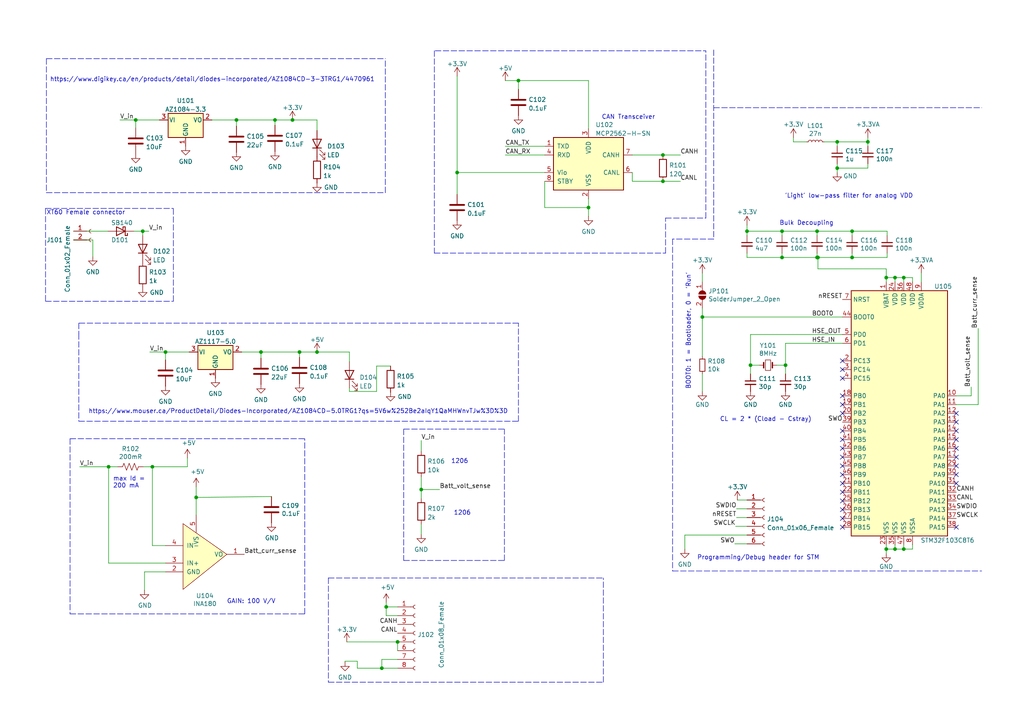
<source format=kicad_sch>
(kicad_sch (version 20211123) (generator eeschema)

  (uuid 298cdb24-bdd2-4280-a247-0c70bae2ee1c)

  (paper "A4")

  (title_block
    (title "PDB")
    (date "2023-02-11")
    (rev "A")
    (company "USST Rocketry")
    (comment 1 "Atharva Kulkarni")
    (comment 2 "Colton Breitkreuz")
  )

  (lib_symbols
    (symbol "Connector:Conn_01x02_Female" (pin_names (offset 1.016) hide) (in_bom yes) (on_board yes)
      (property "Reference" "J" (id 0) (at 0 2.54 0)
        (effects (font (size 1.27 1.27)))
      )
      (property "Value" "Conn_01x02_Female" (id 1) (at 0 -5.08 0)
        (effects (font (size 1.27 1.27)))
      )
      (property "Footprint" "" (id 2) (at 0 0 0)
        (effects (font (size 1.27 1.27)) hide)
      )
      (property "Datasheet" "~" (id 3) (at 0 0 0)
        (effects (font (size 1.27 1.27)) hide)
      )
      (property "ki_keywords" "connector" (id 4) (at 0 0 0)
        (effects (font (size 1.27 1.27)) hide)
      )
      (property "ki_description" "Generic connector, single row, 01x02, script generated (kicad-library-utils/schlib/autogen/connector/)" (id 5) (at 0 0 0)
        (effects (font (size 1.27 1.27)) hide)
      )
      (property "ki_fp_filters" "Connector*:*_1x??_*" (id 6) (at 0 0 0)
        (effects (font (size 1.27 1.27)) hide)
      )
      (symbol "Conn_01x02_Female_1_1"
        (arc (start 0 -2.032) (mid -0.508 -2.54) (end 0 -3.048)
          (stroke (width 0.1524) (type default) (color 0 0 0 0))
          (fill (type none))
        )
        (polyline
          (pts
            (xy -1.27 -2.54)
            (xy -0.508 -2.54)
          )
          (stroke (width 0.1524) (type default) (color 0 0 0 0))
          (fill (type none))
        )
        (polyline
          (pts
            (xy -1.27 0)
            (xy -0.508 0)
          )
          (stroke (width 0.1524) (type default) (color 0 0 0 0))
          (fill (type none))
        )
        (arc (start 0 0.508) (mid -0.508 0) (end 0 -0.508)
          (stroke (width 0.1524) (type default) (color 0 0 0 0))
          (fill (type none))
        )
        (pin passive line (at -5.08 0 0) (length 3.81)
          (name "Pin_1" (effects (font (size 1.27 1.27))))
          (number "1" (effects (font (size 1.27 1.27))))
        )
        (pin passive line (at -5.08 -2.54 0) (length 3.81)
          (name "Pin_2" (effects (font (size 1.27 1.27))))
          (number "2" (effects (font (size 1.27 1.27))))
        )
      )
    )
    (symbol "Connector:Conn_01x06_Female" (pin_names (offset 1.016) hide) (in_bom yes) (on_board yes)
      (property "Reference" "J" (id 0) (at 0 7.62 0)
        (effects (font (size 1.27 1.27)))
      )
      (property "Value" "Conn_01x06_Female" (id 1) (at 0 -10.16 0)
        (effects (font (size 1.27 1.27)))
      )
      (property "Footprint" "" (id 2) (at 0 0 0)
        (effects (font (size 1.27 1.27)) hide)
      )
      (property "Datasheet" "~" (id 3) (at 0 0 0)
        (effects (font (size 1.27 1.27)) hide)
      )
      (property "ki_keywords" "connector" (id 4) (at 0 0 0)
        (effects (font (size 1.27 1.27)) hide)
      )
      (property "ki_description" "Generic connector, single row, 01x06, script generated (kicad-library-utils/schlib/autogen/connector/)" (id 5) (at 0 0 0)
        (effects (font (size 1.27 1.27)) hide)
      )
      (property "ki_fp_filters" "Connector*:*_1x??_*" (id 6) (at 0 0 0)
        (effects (font (size 1.27 1.27)) hide)
      )
      (symbol "Conn_01x06_Female_1_1"
        (arc (start 0 -7.112) (mid -0.508 -7.62) (end 0 -8.128)
          (stroke (width 0.1524) (type default) (color 0 0 0 0))
          (fill (type none))
        )
        (arc (start 0 -4.572) (mid -0.508 -5.08) (end 0 -5.588)
          (stroke (width 0.1524) (type default) (color 0 0 0 0))
          (fill (type none))
        )
        (arc (start 0 -2.032) (mid -0.508 -2.54) (end 0 -3.048)
          (stroke (width 0.1524) (type default) (color 0 0 0 0))
          (fill (type none))
        )
        (polyline
          (pts
            (xy -1.27 -7.62)
            (xy -0.508 -7.62)
          )
          (stroke (width 0.1524) (type default) (color 0 0 0 0))
          (fill (type none))
        )
        (polyline
          (pts
            (xy -1.27 -5.08)
            (xy -0.508 -5.08)
          )
          (stroke (width 0.1524) (type default) (color 0 0 0 0))
          (fill (type none))
        )
        (polyline
          (pts
            (xy -1.27 -2.54)
            (xy -0.508 -2.54)
          )
          (stroke (width 0.1524) (type default) (color 0 0 0 0))
          (fill (type none))
        )
        (polyline
          (pts
            (xy -1.27 0)
            (xy -0.508 0)
          )
          (stroke (width 0.1524) (type default) (color 0 0 0 0))
          (fill (type none))
        )
        (polyline
          (pts
            (xy -1.27 2.54)
            (xy -0.508 2.54)
          )
          (stroke (width 0.1524) (type default) (color 0 0 0 0))
          (fill (type none))
        )
        (polyline
          (pts
            (xy -1.27 5.08)
            (xy -0.508 5.08)
          )
          (stroke (width 0.1524) (type default) (color 0 0 0 0))
          (fill (type none))
        )
        (arc (start 0 0.508) (mid -0.508 0) (end 0 -0.508)
          (stroke (width 0.1524) (type default) (color 0 0 0 0))
          (fill (type none))
        )
        (arc (start 0 3.048) (mid -0.508 2.54) (end 0 2.032)
          (stroke (width 0.1524) (type default) (color 0 0 0 0))
          (fill (type none))
        )
        (arc (start 0 5.588) (mid -0.508 5.08) (end 0 4.572)
          (stroke (width 0.1524) (type default) (color 0 0 0 0))
          (fill (type none))
        )
        (pin passive line (at -5.08 5.08 0) (length 3.81)
          (name "Pin_1" (effects (font (size 1.27 1.27))))
          (number "1" (effects (font (size 1.27 1.27))))
        )
        (pin passive line (at -5.08 2.54 0) (length 3.81)
          (name "Pin_2" (effects (font (size 1.27 1.27))))
          (number "2" (effects (font (size 1.27 1.27))))
        )
        (pin passive line (at -5.08 0 0) (length 3.81)
          (name "Pin_3" (effects (font (size 1.27 1.27))))
          (number "3" (effects (font (size 1.27 1.27))))
        )
        (pin passive line (at -5.08 -2.54 0) (length 3.81)
          (name "Pin_4" (effects (font (size 1.27 1.27))))
          (number "4" (effects (font (size 1.27 1.27))))
        )
        (pin passive line (at -5.08 -5.08 0) (length 3.81)
          (name "Pin_5" (effects (font (size 1.27 1.27))))
          (number "5" (effects (font (size 1.27 1.27))))
        )
        (pin passive line (at -5.08 -7.62 0) (length 3.81)
          (name "Pin_6" (effects (font (size 1.27 1.27))))
          (number "6" (effects (font (size 1.27 1.27))))
        )
      )
    )
    (symbol "Connector:Conn_01x08_Female" (pin_names (offset 1.016) hide) (in_bom yes) (on_board yes)
      (property "Reference" "J" (id 0) (at 0 10.16 0)
        (effects (font (size 1.27 1.27)))
      )
      (property "Value" "Conn_01x08_Female" (id 1) (at 0 -12.7 0)
        (effects (font (size 1.27 1.27)))
      )
      (property "Footprint" "" (id 2) (at 0 0 0)
        (effects (font (size 1.27 1.27)) hide)
      )
      (property "Datasheet" "~" (id 3) (at 0 0 0)
        (effects (font (size 1.27 1.27)) hide)
      )
      (property "ki_keywords" "connector" (id 4) (at 0 0 0)
        (effects (font (size 1.27 1.27)) hide)
      )
      (property "ki_description" "Generic connector, single row, 01x08, script generated (kicad-library-utils/schlib/autogen/connector/)" (id 5) (at 0 0 0)
        (effects (font (size 1.27 1.27)) hide)
      )
      (property "ki_fp_filters" "Connector*:*_1x??_*" (id 6) (at 0 0 0)
        (effects (font (size 1.27 1.27)) hide)
      )
      (symbol "Conn_01x08_Female_1_1"
        (arc (start 0 -9.652) (mid -0.508 -10.16) (end 0 -10.668)
          (stroke (width 0.1524) (type default) (color 0 0 0 0))
          (fill (type none))
        )
        (arc (start 0 -7.112) (mid -0.508 -7.62) (end 0 -8.128)
          (stroke (width 0.1524) (type default) (color 0 0 0 0))
          (fill (type none))
        )
        (arc (start 0 -4.572) (mid -0.508 -5.08) (end 0 -5.588)
          (stroke (width 0.1524) (type default) (color 0 0 0 0))
          (fill (type none))
        )
        (arc (start 0 -2.032) (mid -0.508 -2.54) (end 0 -3.048)
          (stroke (width 0.1524) (type default) (color 0 0 0 0))
          (fill (type none))
        )
        (polyline
          (pts
            (xy -1.27 -10.16)
            (xy -0.508 -10.16)
          )
          (stroke (width 0.1524) (type default) (color 0 0 0 0))
          (fill (type none))
        )
        (polyline
          (pts
            (xy -1.27 -7.62)
            (xy -0.508 -7.62)
          )
          (stroke (width 0.1524) (type default) (color 0 0 0 0))
          (fill (type none))
        )
        (polyline
          (pts
            (xy -1.27 -5.08)
            (xy -0.508 -5.08)
          )
          (stroke (width 0.1524) (type default) (color 0 0 0 0))
          (fill (type none))
        )
        (polyline
          (pts
            (xy -1.27 -2.54)
            (xy -0.508 -2.54)
          )
          (stroke (width 0.1524) (type default) (color 0 0 0 0))
          (fill (type none))
        )
        (polyline
          (pts
            (xy -1.27 0)
            (xy -0.508 0)
          )
          (stroke (width 0.1524) (type default) (color 0 0 0 0))
          (fill (type none))
        )
        (polyline
          (pts
            (xy -1.27 2.54)
            (xy -0.508 2.54)
          )
          (stroke (width 0.1524) (type default) (color 0 0 0 0))
          (fill (type none))
        )
        (polyline
          (pts
            (xy -1.27 5.08)
            (xy -0.508 5.08)
          )
          (stroke (width 0.1524) (type default) (color 0 0 0 0))
          (fill (type none))
        )
        (polyline
          (pts
            (xy -1.27 7.62)
            (xy -0.508 7.62)
          )
          (stroke (width 0.1524) (type default) (color 0 0 0 0))
          (fill (type none))
        )
        (arc (start 0 0.508) (mid -0.508 0) (end 0 -0.508)
          (stroke (width 0.1524) (type default) (color 0 0 0 0))
          (fill (type none))
        )
        (arc (start 0 3.048) (mid -0.508 2.54) (end 0 2.032)
          (stroke (width 0.1524) (type default) (color 0 0 0 0))
          (fill (type none))
        )
        (arc (start 0 5.588) (mid -0.508 5.08) (end 0 4.572)
          (stroke (width 0.1524) (type default) (color 0 0 0 0))
          (fill (type none))
        )
        (arc (start 0 8.128) (mid -0.508 7.62) (end 0 7.112)
          (stroke (width 0.1524) (type default) (color 0 0 0 0))
          (fill (type none))
        )
        (pin passive line (at -5.08 7.62 0) (length 3.81)
          (name "Pin_1" (effects (font (size 1.27 1.27))))
          (number "1" (effects (font (size 1.27 1.27))))
        )
        (pin passive line (at -5.08 5.08 0) (length 3.81)
          (name "Pin_2" (effects (font (size 1.27 1.27))))
          (number "2" (effects (font (size 1.27 1.27))))
        )
        (pin passive line (at -5.08 2.54 0) (length 3.81)
          (name "Pin_3" (effects (font (size 1.27 1.27))))
          (number "3" (effects (font (size 1.27 1.27))))
        )
        (pin passive line (at -5.08 0 0) (length 3.81)
          (name "Pin_4" (effects (font (size 1.27 1.27))))
          (number "4" (effects (font (size 1.27 1.27))))
        )
        (pin passive line (at -5.08 -2.54 0) (length 3.81)
          (name "Pin_5" (effects (font (size 1.27 1.27))))
          (number "5" (effects (font (size 1.27 1.27))))
        )
        (pin passive line (at -5.08 -5.08 0) (length 3.81)
          (name "Pin_6" (effects (font (size 1.27 1.27))))
          (number "6" (effects (font (size 1.27 1.27))))
        )
        (pin passive line (at -5.08 -7.62 0) (length 3.81)
          (name "Pin_7" (effects (font (size 1.27 1.27))))
          (number "7" (effects (font (size 1.27 1.27))))
        )
        (pin passive line (at -5.08 -10.16 0) (length 3.81)
          (name "Pin_8" (effects (font (size 1.27 1.27))))
          (number "8" (effects (font (size 1.27 1.27))))
        )
      )
    )
    (symbol "Device:C" (pin_numbers hide) (pin_names (offset 0.254)) (in_bom yes) (on_board yes)
      (property "Reference" "C" (id 0) (at 0.635 2.54 0)
        (effects (font (size 1.27 1.27)) (justify left))
      )
      (property "Value" "C" (id 1) (at 0.635 -2.54 0)
        (effects (font (size 1.27 1.27)) (justify left))
      )
      (property "Footprint" "" (id 2) (at 0.9652 -3.81 0)
        (effects (font (size 1.27 1.27)) hide)
      )
      (property "Datasheet" "~" (id 3) (at 0 0 0)
        (effects (font (size 1.27 1.27)) hide)
      )
      (property "ki_keywords" "cap capacitor" (id 4) (at 0 0 0)
        (effects (font (size 1.27 1.27)) hide)
      )
      (property "ki_description" "Unpolarized capacitor" (id 5) (at 0 0 0)
        (effects (font (size 1.27 1.27)) hide)
      )
      (property "ki_fp_filters" "C_*" (id 6) (at 0 0 0)
        (effects (font (size 1.27 1.27)) hide)
      )
      (symbol "C_0_1"
        (polyline
          (pts
            (xy -2.032 -0.762)
            (xy 2.032 -0.762)
          )
          (stroke (width 0.508) (type default) (color 0 0 0 0))
          (fill (type none))
        )
        (polyline
          (pts
            (xy -2.032 0.762)
            (xy 2.032 0.762)
          )
          (stroke (width 0.508) (type default) (color 0 0 0 0))
          (fill (type none))
        )
      )
      (symbol "C_1_1"
        (pin passive line (at 0 3.81 270) (length 2.794)
          (name "~" (effects (font (size 1.27 1.27))))
          (number "1" (effects (font (size 1.27 1.27))))
        )
        (pin passive line (at 0 -3.81 90) (length 2.794)
          (name "~" (effects (font (size 1.27 1.27))))
          (number "2" (effects (font (size 1.27 1.27))))
        )
      )
    )
    (symbol "Device:C_Small" (pin_numbers hide) (pin_names (offset 0.254) hide) (in_bom yes) (on_board yes)
      (property "Reference" "C" (id 0) (at 0.254 1.778 0)
        (effects (font (size 1.27 1.27)) (justify left))
      )
      (property "Value" "C_Small" (id 1) (at 0.254 -2.032 0)
        (effects (font (size 1.27 1.27)) (justify left))
      )
      (property "Footprint" "" (id 2) (at 0 0 0)
        (effects (font (size 1.27 1.27)) hide)
      )
      (property "Datasheet" "~" (id 3) (at 0 0 0)
        (effects (font (size 1.27 1.27)) hide)
      )
      (property "ki_keywords" "capacitor cap" (id 4) (at 0 0 0)
        (effects (font (size 1.27 1.27)) hide)
      )
      (property "ki_description" "Unpolarized capacitor, small symbol" (id 5) (at 0 0 0)
        (effects (font (size 1.27 1.27)) hide)
      )
      (property "ki_fp_filters" "C_*" (id 6) (at 0 0 0)
        (effects (font (size 1.27 1.27)) hide)
      )
      (symbol "C_Small_0_1"
        (polyline
          (pts
            (xy -1.524 -0.508)
            (xy 1.524 -0.508)
          )
          (stroke (width 0.3302) (type default) (color 0 0 0 0))
          (fill (type none))
        )
        (polyline
          (pts
            (xy -1.524 0.508)
            (xy 1.524 0.508)
          )
          (stroke (width 0.3048) (type default) (color 0 0 0 0))
          (fill (type none))
        )
      )
      (symbol "C_Small_1_1"
        (pin passive line (at 0 2.54 270) (length 2.032)
          (name "~" (effects (font (size 1.27 1.27))))
          (number "1" (effects (font (size 1.27 1.27))))
        )
        (pin passive line (at 0 -2.54 90) (length 2.032)
          (name "~" (effects (font (size 1.27 1.27))))
          (number "2" (effects (font (size 1.27 1.27))))
        )
      )
    )
    (symbol "Device:Crystal_Small" (pin_numbers hide) (pin_names (offset 1.016) hide) (in_bom yes) (on_board yes)
      (property "Reference" "Y" (id 0) (at 0 2.54 0)
        (effects (font (size 1.27 1.27)))
      )
      (property "Value" "Crystal_Small" (id 1) (at 0 -2.54 0)
        (effects (font (size 1.27 1.27)))
      )
      (property "Footprint" "" (id 2) (at 0 0 0)
        (effects (font (size 1.27 1.27)) hide)
      )
      (property "Datasheet" "~" (id 3) (at 0 0 0)
        (effects (font (size 1.27 1.27)) hide)
      )
      (property "ki_keywords" "quartz ceramic resonator oscillator" (id 4) (at 0 0 0)
        (effects (font (size 1.27 1.27)) hide)
      )
      (property "ki_description" "Two pin crystal, small symbol" (id 5) (at 0 0 0)
        (effects (font (size 1.27 1.27)) hide)
      )
      (property "ki_fp_filters" "Crystal*" (id 6) (at 0 0 0)
        (effects (font (size 1.27 1.27)) hide)
      )
      (symbol "Crystal_Small_0_1"
        (rectangle (start -0.762 -1.524) (end 0.762 1.524)
          (stroke (width 0) (type default) (color 0 0 0 0))
          (fill (type none))
        )
        (polyline
          (pts
            (xy -1.27 -0.762)
            (xy -1.27 0.762)
          )
          (stroke (width 0.381) (type default) (color 0 0 0 0))
          (fill (type none))
        )
        (polyline
          (pts
            (xy 1.27 -0.762)
            (xy 1.27 0.762)
          )
          (stroke (width 0.381) (type default) (color 0 0 0 0))
          (fill (type none))
        )
      )
      (symbol "Crystal_Small_1_1"
        (pin passive line (at -2.54 0 0) (length 1.27)
          (name "1" (effects (font (size 1.27 1.27))))
          (number "1" (effects (font (size 1.27 1.27))))
        )
        (pin passive line (at 2.54 0 180) (length 1.27)
          (name "2" (effects (font (size 1.27 1.27))))
          (number "2" (effects (font (size 1.27 1.27))))
        )
      )
    )
    (symbol "Device:LED" (pin_numbers hide) (pin_names (offset 1.016) hide) (in_bom yes) (on_board yes)
      (property "Reference" "D" (id 0) (at 0 2.54 0)
        (effects (font (size 1.27 1.27)))
      )
      (property "Value" "LED" (id 1) (at 0 -2.54 0)
        (effects (font (size 1.27 1.27)))
      )
      (property "Footprint" "" (id 2) (at 0 0 0)
        (effects (font (size 1.27 1.27)) hide)
      )
      (property "Datasheet" "~" (id 3) (at 0 0 0)
        (effects (font (size 1.27 1.27)) hide)
      )
      (property "ki_keywords" "LED diode" (id 4) (at 0 0 0)
        (effects (font (size 1.27 1.27)) hide)
      )
      (property "ki_description" "Light emitting diode" (id 5) (at 0 0 0)
        (effects (font (size 1.27 1.27)) hide)
      )
      (property "ki_fp_filters" "LED* LED_SMD:* LED_THT:*" (id 6) (at 0 0 0)
        (effects (font (size 1.27 1.27)) hide)
      )
      (symbol "LED_0_1"
        (polyline
          (pts
            (xy -1.27 -1.27)
            (xy -1.27 1.27)
          )
          (stroke (width 0.254) (type default) (color 0 0 0 0))
          (fill (type none))
        )
        (polyline
          (pts
            (xy -1.27 0)
            (xy 1.27 0)
          )
          (stroke (width 0) (type default) (color 0 0 0 0))
          (fill (type none))
        )
        (polyline
          (pts
            (xy 1.27 -1.27)
            (xy 1.27 1.27)
            (xy -1.27 0)
            (xy 1.27 -1.27)
          )
          (stroke (width 0.254) (type default) (color 0 0 0 0))
          (fill (type none))
        )
        (polyline
          (pts
            (xy -3.048 -0.762)
            (xy -4.572 -2.286)
            (xy -3.81 -2.286)
            (xy -4.572 -2.286)
            (xy -4.572 -1.524)
          )
          (stroke (width 0) (type default) (color 0 0 0 0))
          (fill (type none))
        )
        (polyline
          (pts
            (xy -1.778 -0.762)
            (xy -3.302 -2.286)
            (xy -2.54 -2.286)
            (xy -3.302 -2.286)
            (xy -3.302 -1.524)
          )
          (stroke (width 0) (type default) (color 0 0 0 0))
          (fill (type none))
        )
      )
      (symbol "LED_1_1"
        (pin passive line (at -3.81 0 0) (length 2.54)
          (name "K" (effects (font (size 1.27 1.27))))
          (number "1" (effects (font (size 1.27 1.27))))
        )
        (pin passive line (at 3.81 0 180) (length 2.54)
          (name "A" (effects (font (size 1.27 1.27))))
          (number "2" (effects (font (size 1.27 1.27))))
        )
      )
    )
    (symbol "Device:L_Small" (pin_numbers hide) (pin_names (offset 0.254) hide) (in_bom yes) (on_board yes)
      (property "Reference" "L" (id 0) (at 0.762 1.016 0)
        (effects (font (size 1.27 1.27)) (justify left))
      )
      (property "Value" "L_Small" (id 1) (at 0.762 -1.016 0)
        (effects (font (size 1.27 1.27)) (justify left))
      )
      (property "Footprint" "" (id 2) (at 0 0 0)
        (effects (font (size 1.27 1.27)) hide)
      )
      (property "Datasheet" "~" (id 3) (at 0 0 0)
        (effects (font (size 1.27 1.27)) hide)
      )
      (property "ki_keywords" "inductor choke coil reactor magnetic" (id 4) (at 0 0 0)
        (effects (font (size 1.27 1.27)) hide)
      )
      (property "ki_description" "Inductor, small symbol" (id 5) (at 0 0 0)
        (effects (font (size 1.27 1.27)) hide)
      )
      (property "ki_fp_filters" "Choke_* *Coil* Inductor_* L_*" (id 6) (at 0 0 0)
        (effects (font (size 1.27 1.27)) hide)
      )
      (symbol "L_Small_0_1"
        (arc (start 0 -2.032) (mid 0.508 -1.524) (end 0 -1.016)
          (stroke (width 0) (type default) (color 0 0 0 0))
          (fill (type none))
        )
        (arc (start 0 -1.016) (mid 0.508 -0.508) (end 0 0)
          (stroke (width 0) (type default) (color 0 0 0 0))
          (fill (type none))
        )
        (arc (start 0 0) (mid 0.508 0.508) (end 0 1.016)
          (stroke (width 0) (type default) (color 0 0 0 0))
          (fill (type none))
        )
        (arc (start 0 1.016) (mid 0.508 1.524) (end 0 2.032)
          (stroke (width 0) (type default) (color 0 0 0 0))
          (fill (type none))
        )
      )
      (symbol "L_Small_1_1"
        (pin passive line (at 0 2.54 270) (length 0.508)
          (name "~" (effects (font (size 1.27 1.27))))
          (number "1" (effects (font (size 1.27 1.27))))
        )
        (pin passive line (at 0 -2.54 90) (length 0.508)
          (name "~" (effects (font (size 1.27 1.27))))
          (number "2" (effects (font (size 1.27 1.27))))
        )
      )
    )
    (symbol "Device:R" (pin_numbers hide) (pin_names (offset 0)) (in_bom yes) (on_board yes)
      (property "Reference" "R" (id 0) (at 2.032 0 90)
        (effects (font (size 1.27 1.27)))
      )
      (property "Value" "R" (id 1) (at 0 0 90)
        (effects (font (size 1.27 1.27)))
      )
      (property "Footprint" "" (id 2) (at -1.778 0 90)
        (effects (font (size 1.27 1.27)) hide)
      )
      (property "Datasheet" "~" (id 3) (at 0 0 0)
        (effects (font (size 1.27 1.27)) hide)
      )
      (property "ki_keywords" "R res resistor" (id 4) (at 0 0 0)
        (effects (font (size 1.27 1.27)) hide)
      )
      (property "ki_description" "Resistor" (id 5) (at 0 0 0)
        (effects (font (size 1.27 1.27)) hide)
      )
      (property "ki_fp_filters" "R_*" (id 6) (at 0 0 0)
        (effects (font (size 1.27 1.27)) hide)
      )
      (symbol "R_0_1"
        (rectangle (start -1.016 -2.54) (end 1.016 2.54)
          (stroke (width 0.254) (type default) (color 0 0 0 0))
          (fill (type none))
        )
      )
      (symbol "R_1_1"
        (pin passive line (at 0 3.81 270) (length 1.27)
          (name "~" (effects (font (size 1.27 1.27))))
          (number "1" (effects (font (size 1.27 1.27))))
        )
        (pin passive line (at 0 -3.81 90) (length 1.27)
          (name "~" (effects (font (size 1.27 1.27))))
          (number "2" (effects (font (size 1.27 1.27))))
        )
      )
    )
    (symbol "Device:R_Small" (pin_numbers hide) (pin_names (offset 0.254) hide) (in_bom yes) (on_board yes)
      (property "Reference" "R" (id 0) (at 0.762 0.508 0)
        (effects (font (size 1.27 1.27)) (justify left))
      )
      (property "Value" "R_Small" (id 1) (at 0.762 -1.016 0)
        (effects (font (size 1.27 1.27)) (justify left))
      )
      (property "Footprint" "" (id 2) (at 0 0 0)
        (effects (font (size 1.27 1.27)) hide)
      )
      (property "Datasheet" "~" (id 3) (at 0 0 0)
        (effects (font (size 1.27 1.27)) hide)
      )
      (property "ki_keywords" "R resistor" (id 4) (at 0 0 0)
        (effects (font (size 1.27 1.27)) hide)
      )
      (property "ki_description" "Resistor, small symbol" (id 5) (at 0 0 0)
        (effects (font (size 1.27 1.27)) hide)
      )
      (property "ki_fp_filters" "R_*" (id 6) (at 0 0 0)
        (effects (font (size 1.27 1.27)) hide)
      )
      (symbol "R_Small_0_1"
        (rectangle (start -0.762 1.778) (end 0.762 -1.778)
          (stroke (width 0.2032) (type default) (color 0 0 0 0))
          (fill (type none))
        )
      )
      (symbol "R_Small_1_1"
        (pin passive line (at 0 2.54 270) (length 0.762)
          (name "~" (effects (font (size 1.27 1.27))))
          (number "1" (effects (font (size 1.27 1.27))))
        )
        (pin passive line (at 0 -2.54 90) (length 0.762)
          (name "~" (effects (font (size 1.27 1.27))))
          (number "2" (effects (font (size 1.27 1.27))))
        )
      )
    )
    (symbol "Device:R_US" (pin_numbers hide) (pin_names (offset 0)) (in_bom yes) (on_board yes)
      (property "Reference" "R" (id 0) (at 2.54 0 90)
        (effects (font (size 1.27 1.27)))
      )
      (property "Value" "R_US" (id 1) (at -2.54 0 90)
        (effects (font (size 1.27 1.27)))
      )
      (property "Footprint" "" (id 2) (at 1.016 -0.254 90)
        (effects (font (size 1.27 1.27)) hide)
      )
      (property "Datasheet" "~" (id 3) (at 0 0 0)
        (effects (font (size 1.27 1.27)) hide)
      )
      (property "ki_keywords" "R res resistor" (id 4) (at 0 0 0)
        (effects (font (size 1.27 1.27)) hide)
      )
      (property "ki_description" "Resistor, US symbol" (id 5) (at 0 0 0)
        (effects (font (size 1.27 1.27)) hide)
      )
      (property "ki_fp_filters" "R_*" (id 6) (at 0 0 0)
        (effects (font (size 1.27 1.27)) hide)
      )
      (symbol "R_US_0_1"
        (polyline
          (pts
            (xy 0 -2.286)
            (xy 0 -2.54)
          )
          (stroke (width 0) (type default) (color 0 0 0 0))
          (fill (type none))
        )
        (polyline
          (pts
            (xy 0 2.286)
            (xy 0 2.54)
          )
          (stroke (width 0) (type default) (color 0 0 0 0))
          (fill (type none))
        )
        (polyline
          (pts
            (xy 0 -0.762)
            (xy 1.016 -1.143)
            (xy 0 -1.524)
            (xy -1.016 -1.905)
            (xy 0 -2.286)
          )
          (stroke (width 0) (type default) (color 0 0 0 0))
          (fill (type none))
        )
        (polyline
          (pts
            (xy 0 0.762)
            (xy 1.016 0.381)
            (xy 0 0)
            (xy -1.016 -0.381)
            (xy 0 -0.762)
          )
          (stroke (width 0) (type default) (color 0 0 0 0))
          (fill (type none))
        )
        (polyline
          (pts
            (xy 0 2.286)
            (xy 1.016 1.905)
            (xy 0 1.524)
            (xy -1.016 1.143)
            (xy 0 0.762)
          )
          (stroke (width 0) (type default) (color 0 0 0 0))
          (fill (type none))
        )
      )
      (symbol "R_US_1_1"
        (pin passive line (at 0 3.81 270) (length 1.27)
          (name "~" (effects (font (size 1.27 1.27))))
          (number "1" (effects (font (size 1.27 1.27))))
        )
        (pin passive line (at 0 -3.81 90) (length 1.27)
          (name "~" (effects (font (size 1.27 1.27))))
          (number "2" (effects (font (size 1.27 1.27))))
        )
      )
    )
    (symbol "Diode:SB140" (pin_numbers hide) (pin_names (offset 1.016) hide) (in_bom yes) (on_board yes)
      (property "Reference" "D" (id 0) (at 0 2.54 0)
        (effects (font (size 1.27 1.27)))
      )
      (property "Value" "SB140" (id 1) (at 0 -2.54 0)
        (effects (font (size 1.27 1.27)))
      )
      (property "Footprint" "Diode_THT:D_DO-41_SOD81_P10.16mm_Horizontal" (id 2) (at 0 -4.445 0)
        (effects (font (size 1.27 1.27)) hide)
      )
      (property "Datasheet" "http://www.diodes.com/_files/datasheets/ds23022.pdf" (id 3) (at 0 0 0)
        (effects (font (size 1.27 1.27)) hide)
      )
      (property "ki_keywords" "diode Schottky" (id 4) (at 0 0 0)
        (effects (font (size 1.27 1.27)) hide)
      )
      (property "ki_description" "40V 1A Schottky Barrier Rectifier Diode, DO-41" (id 5) (at 0 0 0)
        (effects (font (size 1.27 1.27)) hide)
      )
      (property "ki_fp_filters" "D*DO?41*" (id 6) (at 0 0 0)
        (effects (font (size 1.27 1.27)) hide)
      )
      (symbol "SB140_0_1"
        (polyline
          (pts
            (xy 1.27 0)
            (xy -1.27 0)
          )
          (stroke (width 0) (type default) (color 0 0 0 0))
          (fill (type none))
        )
        (polyline
          (pts
            (xy 1.27 1.27)
            (xy 1.27 -1.27)
            (xy -1.27 0)
            (xy 1.27 1.27)
          )
          (stroke (width 0.254) (type default) (color 0 0 0 0))
          (fill (type none))
        )
        (polyline
          (pts
            (xy -1.905 0.635)
            (xy -1.905 1.27)
            (xy -1.27 1.27)
            (xy -1.27 -1.27)
            (xy -0.635 -1.27)
            (xy -0.635 -0.635)
          )
          (stroke (width 0.254) (type default) (color 0 0 0 0))
          (fill (type none))
        )
      )
      (symbol "SB140_1_1"
        (pin passive line (at -3.81 0 0) (length 2.54)
          (name "K" (effects (font (size 1.27 1.27))))
          (number "1" (effects (font (size 1.27 1.27))))
        )
        (pin passive line (at 3.81 0 180) (length 2.54)
          (name "A" (effects (font (size 1.27 1.27))))
          (number "2" (effects (font (size 1.27 1.27))))
        )
      )
    )
    (symbol "Interface_CAN_LIN:MCP2562-H-SN" (pin_names (offset 1.016)) (in_bom yes) (on_board yes)
      (property "Reference" "U" (id 0) (at -10.16 8.89 0)
        (effects (font (size 1.27 1.27)) (justify left))
      )
      (property "Value" "MCP2562-H-SN" (id 1) (at 2.54 8.89 0)
        (effects (font (size 1.27 1.27)) (justify left))
      )
      (property "Footprint" "Package_SO:SOIC-8_3.9x4.9mm_P1.27mm" (id 2) (at 0 -12.7 0)
        (effects (font (size 1.27 1.27) italic) hide)
      )
      (property "Datasheet" "http://ww1.microchip.com/downloads/en/DeviceDoc/25167A.pdf" (id 3) (at 0 0 0)
        (effects (font (size 1.27 1.27)) hide)
      )
      (property "ki_keywords" "High-Speed CAN Transceiver" (id 4) (at 0 0 0)
        (effects (font (size 1.27 1.27)) hide)
      )
      (property "ki_description" "High-Speed CAN Transceiver, 1Mbps, 5V supply, Vio pin, -40C to +150C, SOIC-8" (id 5) (at 0 0 0)
        (effects (font (size 1.27 1.27)) hide)
      )
      (property "ki_fp_filters" "SOIC*3.9x4.9mm*P1.27mm*" (id 6) (at 0 0 0)
        (effects (font (size 1.27 1.27)) hide)
      )
      (symbol "MCP2562-H-SN_0_1"
        (rectangle (start -10.16 7.62) (end 10.16 -7.62)
          (stroke (width 0.254) (type default) (color 0 0 0 0))
          (fill (type background))
        )
      )
      (symbol "MCP2562-H-SN_1_1"
        (pin input line (at -12.7 5.08 0) (length 2.54)
          (name "TXD" (effects (font (size 1.27 1.27))))
          (number "1" (effects (font (size 1.27 1.27))))
        )
        (pin power_in line (at 0 -10.16 90) (length 2.54)
          (name "VSS" (effects (font (size 1.27 1.27))))
          (number "2" (effects (font (size 1.27 1.27))))
        )
        (pin power_in line (at 0 10.16 270) (length 2.54)
          (name "VDD" (effects (font (size 1.27 1.27))))
          (number "3" (effects (font (size 1.27 1.27))))
        )
        (pin output line (at -12.7 2.54 0) (length 2.54)
          (name "RXD" (effects (font (size 1.27 1.27))))
          (number "4" (effects (font (size 1.27 1.27))))
        )
        (pin power_in line (at -12.7 -2.54 0) (length 2.54)
          (name "Vio" (effects (font (size 1.27 1.27))))
          (number "5" (effects (font (size 1.27 1.27))))
        )
        (pin bidirectional line (at 12.7 -2.54 180) (length 2.54)
          (name "CANL" (effects (font (size 1.27 1.27))))
          (number "6" (effects (font (size 1.27 1.27))))
        )
        (pin bidirectional line (at 12.7 2.54 180) (length 2.54)
          (name "CANH" (effects (font (size 1.27 1.27))))
          (number "7" (effects (font (size 1.27 1.27))))
        )
        (pin input line (at -12.7 -5.08 0) (length 2.54)
          (name "STBY" (effects (font (size 1.27 1.27))))
          (number "8" (effects (font (size 1.27 1.27))))
        )
      )
    )
    (symbol "Jumper:SolderJumper_2_Open" (pin_names (offset 0) hide) (in_bom yes) (on_board yes)
      (property "Reference" "JP" (id 0) (at 0 2.032 0)
        (effects (font (size 1.27 1.27)))
      )
      (property "Value" "SolderJumper_2_Open" (id 1) (at 0 -2.54 0)
        (effects (font (size 1.27 1.27)))
      )
      (property "Footprint" "" (id 2) (at 0 0 0)
        (effects (font (size 1.27 1.27)) hide)
      )
      (property "Datasheet" "~" (id 3) (at 0 0 0)
        (effects (font (size 1.27 1.27)) hide)
      )
      (property "ki_keywords" "solder jumper SPST" (id 4) (at 0 0 0)
        (effects (font (size 1.27 1.27)) hide)
      )
      (property "ki_description" "Solder Jumper, 2-pole, open" (id 5) (at 0 0 0)
        (effects (font (size 1.27 1.27)) hide)
      )
      (property "ki_fp_filters" "SolderJumper*Open*" (id 6) (at 0 0 0)
        (effects (font (size 1.27 1.27)) hide)
      )
      (symbol "SolderJumper_2_Open_0_1"
        (arc (start -0.254 1.016) (mid -1.27 0) (end -0.254 -1.016)
          (stroke (width 0) (type default) (color 0 0 0 0))
          (fill (type none))
        )
        (arc (start -0.254 1.016) (mid -1.27 0) (end -0.254 -1.016)
          (stroke (width 0) (type default) (color 0 0 0 0))
          (fill (type outline))
        )
        (polyline
          (pts
            (xy -0.254 1.016)
            (xy -0.254 -1.016)
          )
          (stroke (width 0) (type default) (color 0 0 0 0))
          (fill (type none))
        )
        (polyline
          (pts
            (xy 0.254 1.016)
            (xy 0.254 -1.016)
          )
          (stroke (width 0) (type default) (color 0 0 0 0))
          (fill (type none))
        )
        (arc (start 0.254 -1.016) (mid 1.27 0) (end 0.254 1.016)
          (stroke (width 0) (type default) (color 0 0 0 0))
          (fill (type none))
        )
        (arc (start 0.254 -1.016) (mid 1.27 0) (end 0.254 1.016)
          (stroke (width 0) (type default) (color 0 0 0 0))
          (fill (type outline))
        )
      )
      (symbol "SolderJumper_2_Open_1_1"
        (pin passive line (at -3.81 0 0) (length 2.54)
          (name "A" (effects (font (size 1.27 1.27))))
          (number "1" (effects (font (size 1.27 1.27))))
        )
        (pin passive line (at 3.81 0 180) (length 2.54)
          (name "B" (effects (font (size 1.27 1.27))))
          (number "2" (effects (font (size 1.27 1.27))))
        )
      )
    )
    (symbol "MCU_ST_STM32F1:STM32F103C8Tx" (in_bom yes) (on_board yes)
      (property "Reference" "U" (id 0) (at -15.24 36.83 0)
        (effects (font (size 1.27 1.27)) (justify left))
      )
      (property "Value" "STM32F103C8Tx" (id 1) (at 7.62 36.83 0)
        (effects (font (size 1.27 1.27)) (justify left))
      )
      (property "Footprint" "Package_QFP:LQFP-48_7x7mm_P0.5mm" (id 2) (at -15.24 -35.56 0)
        (effects (font (size 1.27 1.27)) (justify right) hide)
      )
      (property "Datasheet" "http://www.st.com/st-web-ui/static/active/en/resource/technical/document/datasheet/CD00161566.pdf" (id 3) (at 0 0 0)
        (effects (font (size 1.27 1.27)) hide)
      )
      (property "ki_keywords" "ARM Cortex-M3 STM32F1 STM32F103" (id 4) (at 0 0 0)
        (effects (font (size 1.27 1.27)) hide)
      )
      (property "ki_description" "ARM Cortex-M3 MCU, 64KB flash, 20KB RAM, 72MHz, 2-3.6V, 37 GPIO, LQFP-48" (id 5) (at 0 0 0)
        (effects (font (size 1.27 1.27)) hide)
      )
      (property "ki_fp_filters" "LQFP*7x7mm*P0.5mm*" (id 6) (at 0 0 0)
        (effects (font (size 1.27 1.27)) hide)
      )
      (symbol "STM32F103C8Tx_0_1"
        (rectangle (start -15.24 -35.56) (end 12.7 35.56)
          (stroke (width 0.254) (type default) (color 0 0 0 0))
          (fill (type background))
        )
      )
      (symbol "STM32F103C8Tx_1_1"
        (pin power_in line (at -5.08 38.1 270) (length 2.54)
          (name "VBAT" (effects (font (size 1.27 1.27))))
          (number "1" (effects (font (size 1.27 1.27))))
        )
        (pin bidirectional line (at 15.24 5.08 180) (length 2.54)
          (name "PA0" (effects (font (size 1.27 1.27))))
          (number "10" (effects (font (size 1.27 1.27))))
        )
        (pin bidirectional line (at 15.24 2.54 180) (length 2.54)
          (name "PA1" (effects (font (size 1.27 1.27))))
          (number "11" (effects (font (size 1.27 1.27))))
        )
        (pin bidirectional line (at 15.24 0 180) (length 2.54)
          (name "PA2" (effects (font (size 1.27 1.27))))
          (number "12" (effects (font (size 1.27 1.27))))
        )
        (pin bidirectional line (at 15.24 -2.54 180) (length 2.54)
          (name "PA3" (effects (font (size 1.27 1.27))))
          (number "13" (effects (font (size 1.27 1.27))))
        )
        (pin bidirectional line (at 15.24 -5.08 180) (length 2.54)
          (name "PA4" (effects (font (size 1.27 1.27))))
          (number "14" (effects (font (size 1.27 1.27))))
        )
        (pin bidirectional line (at 15.24 -7.62 180) (length 2.54)
          (name "PA5" (effects (font (size 1.27 1.27))))
          (number "15" (effects (font (size 1.27 1.27))))
        )
        (pin bidirectional line (at 15.24 -10.16 180) (length 2.54)
          (name "PA6" (effects (font (size 1.27 1.27))))
          (number "16" (effects (font (size 1.27 1.27))))
        )
        (pin bidirectional line (at 15.24 -12.7 180) (length 2.54)
          (name "PA7" (effects (font (size 1.27 1.27))))
          (number "17" (effects (font (size 1.27 1.27))))
        )
        (pin bidirectional line (at -17.78 5.08 0) (length 2.54)
          (name "PB0" (effects (font (size 1.27 1.27))))
          (number "18" (effects (font (size 1.27 1.27))))
        )
        (pin bidirectional line (at -17.78 2.54 0) (length 2.54)
          (name "PB1" (effects (font (size 1.27 1.27))))
          (number "19" (effects (font (size 1.27 1.27))))
        )
        (pin bidirectional line (at -17.78 15.24 0) (length 2.54)
          (name "PC13" (effects (font (size 1.27 1.27))))
          (number "2" (effects (font (size 1.27 1.27))))
        )
        (pin bidirectional line (at -17.78 0 0) (length 2.54)
          (name "PB2" (effects (font (size 1.27 1.27))))
          (number "20" (effects (font (size 1.27 1.27))))
        )
        (pin bidirectional line (at -17.78 -20.32 0) (length 2.54)
          (name "PB10" (effects (font (size 1.27 1.27))))
          (number "21" (effects (font (size 1.27 1.27))))
        )
        (pin bidirectional line (at -17.78 -22.86 0) (length 2.54)
          (name "PB11" (effects (font (size 1.27 1.27))))
          (number "22" (effects (font (size 1.27 1.27))))
        )
        (pin power_in line (at -5.08 -38.1 90) (length 2.54)
          (name "VSS" (effects (font (size 1.27 1.27))))
          (number "23" (effects (font (size 1.27 1.27))))
        )
        (pin power_in line (at -2.54 38.1 270) (length 2.54)
          (name "VDD" (effects (font (size 1.27 1.27))))
          (number "24" (effects (font (size 1.27 1.27))))
        )
        (pin bidirectional line (at -17.78 -25.4 0) (length 2.54)
          (name "PB12" (effects (font (size 1.27 1.27))))
          (number "25" (effects (font (size 1.27 1.27))))
        )
        (pin bidirectional line (at -17.78 -27.94 0) (length 2.54)
          (name "PB13" (effects (font (size 1.27 1.27))))
          (number "26" (effects (font (size 1.27 1.27))))
        )
        (pin bidirectional line (at -17.78 -30.48 0) (length 2.54)
          (name "PB14" (effects (font (size 1.27 1.27))))
          (number "27" (effects (font (size 1.27 1.27))))
        )
        (pin bidirectional line (at -17.78 -33.02 0) (length 2.54)
          (name "PB15" (effects (font (size 1.27 1.27))))
          (number "28" (effects (font (size 1.27 1.27))))
        )
        (pin bidirectional line (at 15.24 -15.24 180) (length 2.54)
          (name "PA8" (effects (font (size 1.27 1.27))))
          (number "29" (effects (font (size 1.27 1.27))))
        )
        (pin bidirectional line (at -17.78 12.7 0) (length 2.54)
          (name "PC14" (effects (font (size 1.27 1.27))))
          (number "3" (effects (font (size 1.27 1.27))))
        )
        (pin bidirectional line (at 15.24 -17.78 180) (length 2.54)
          (name "PA9" (effects (font (size 1.27 1.27))))
          (number "30" (effects (font (size 1.27 1.27))))
        )
        (pin bidirectional line (at 15.24 -20.32 180) (length 2.54)
          (name "PA10" (effects (font (size 1.27 1.27))))
          (number "31" (effects (font (size 1.27 1.27))))
        )
        (pin bidirectional line (at 15.24 -22.86 180) (length 2.54)
          (name "PA11" (effects (font (size 1.27 1.27))))
          (number "32" (effects (font (size 1.27 1.27))))
        )
        (pin bidirectional line (at 15.24 -25.4 180) (length 2.54)
          (name "PA12" (effects (font (size 1.27 1.27))))
          (number "33" (effects (font (size 1.27 1.27))))
        )
        (pin bidirectional line (at 15.24 -27.94 180) (length 2.54)
          (name "PA13" (effects (font (size 1.27 1.27))))
          (number "34" (effects (font (size 1.27 1.27))))
        )
        (pin power_in line (at -2.54 -38.1 90) (length 2.54)
          (name "VSS" (effects (font (size 1.27 1.27))))
          (number "35" (effects (font (size 1.27 1.27))))
        )
        (pin power_in line (at 0 38.1 270) (length 2.54)
          (name "VDD" (effects (font (size 1.27 1.27))))
          (number "36" (effects (font (size 1.27 1.27))))
        )
        (pin bidirectional line (at 15.24 -30.48 180) (length 2.54)
          (name "PA14" (effects (font (size 1.27 1.27))))
          (number "37" (effects (font (size 1.27 1.27))))
        )
        (pin bidirectional line (at 15.24 -33.02 180) (length 2.54)
          (name "PA15" (effects (font (size 1.27 1.27))))
          (number "38" (effects (font (size 1.27 1.27))))
        )
        (pin bidirectional line (at -17.78 -2.54 0) (length 2.54)
          (name "PB3" (effects (font (size 1.27 1.27))))
          (number "39" (effects (font (size 1.27 1.27))))
        )
        (pin bidirectional line (at -17.78 10.16 0) (length 2.54)
          (name "PC15" (effects (font (size 1.27 1.27))))
          (number "4" (effects (font (size 1.27 1.27))))
        )
        (pin bidirectional line (at -17.78 -5.08 0) (length 2.54)
          (name "PB4" (effects (font (size 1.27 1.27))))
          (number "40" (effects (font (size 1.27 1.27))))
        )
        (pin bidirectional line (at -17.78 -7.62 0) (length 2.54)
          (name "PB5" (effects (font (size 1.27 1.27))))
          (number "41" (effects (font (size 1.27 1.27))))
        )
        (pin bidirectional line (at -17.78 -10.16 0) (length 2.54)
          (name "PB6" (effects (font (size 1.27 1.27))))
          (number "42" (effects (font (size 1.27 1.27))))
        )
        (pin bidirectional line (at -17.78 -12.7 0) (length 2.54)
          (name "PB7" (effects (font (size 1.27 1.27))))
          (number "43" (effects (font (size 1.27 1.27))))
        )
        (pin input line (at -17.78 27.94 0) (length 2.54)
          (name "BOOT0" (effects (font (size 1.27 1.27))))
          (number "44" (effects (font (size 1.27 1.27))))
        )
        (pin bidirectional line (at -17.78 -15.24 0) (length 2.54)
          (name "PB8" (effects (font (size 1.27 1.27))))
          (number "45" (effects (font (size 1.27 1.27))))
        )
        (pin bidirectional line (at -17.78 -17.78 0) (length 2.54)
          (name "PB9" (effects (font (size 1.27 1.27))))
          (number "46" (effects (font (size 1.27 1.27))))
        )
        (pin power_in line (at 0 -38.1 90) (length 2.54)
          (name "VSS" (effects (font (size 1.27 1.27))))
          (number "47" (effects (font (size 1.27 1.27))))
        )
        (pin power_in line (at 2.54 38.1 270) (length 2.54)
          (name "VDD" (effects (font (size 1.27 1.27))))
          (number "48" (effects (font (size 1.27 1.27))))
        )
        (pin input line (at -17.78 22.86 0) (length 2.54)
          (name "PD0" (effects (font (size 1.27 1.27))))
          (number "5" (effects (font (size 1.27 1.27))))
        )
        (pin input line (at -17.78 20.32 0) (length 2.54)
          (name "PD1" (effects (font (size 1.27 1.27))))
          (number "6" (effects (font (size 1.27 1.27))))
        )
        (pin input line (at -17.78 33.02 0) (length 2.54)
          (name "NRST" (effects (font (size 1.27 1.27))))
          (number "7" (effects (font (size 1.27 1.27))))
        )
        (pin power_in line (at 2.54 -38.1 90) (length 2.54)
          (name "VSSA" (effects (font (size 1.27 1.27))))
          (number "8" (effects (font (size 1.27 1.27))))
        )
        (pin power_in line (at 5.08 38.1 270) (length 2.54)
          (name "VDDA" (effects (font (size 1.27 1.27))))
          (number "9" (effects (font (size 1.27 1.27))))
        )
      )
    )
    (symbol "Regulator_Linear:AZ1084-3.3" (pin_names (offset 0.254)) (in_bom yes) (on_board yes)
      (property "Reference" "U" (id 0) (at -3.81 3.175 0)
        (effects (font (size 1.27 1.27)))
      )
      (property "Value" "AZ1084-3.3" (id 1) (at 0 3.175 0)
        (effects (font (size 1.27 1.27)) (justify left))
      )
      (property "Footprint" "" (id 2) (at 0 6.35 0)
        (effects (font (size 1.27 1.27) italic) hide)
      )
      (property "Datasheet" "https://www.diodes.com/assets/Datasheets/AZ1084.pdf" (id 3) (at 0 0 0)
        (effects (font (size 1.27 1.27)) hide)
      )
      (property "ki_keywords" "Fixed Voltage Regulator 5A Positive LDO" (id 4) (at 0 0 0)
        (effects (font (size 1.27 1.27)) hide)
      )
      (property "ki_description" "5A 12V Fixed LDO Linear Regulator, 1.5V, TO-220/TO-252/TO-263" (id 5) (at 0 0 0)
        (effects (font (size 1.27 1.27)) hide)
      )
      (property "ki_fp_filters" "TO?220* TO?252* TO?263*" (id 6) (at 0 0 0)
        (effects (font (size 1.27 1.27)) hide)
      )
      (symbol "AZ1084-3.3_0_1"
        (rectangle (start -5.08 1.905) (end 5.08 -5.08)
          (stroke (width 0.254) (type default) (color 0 0 0 0))
          (fill (type background))
        )
      )
      (symbol "AZ1084-3.3_1_1"
        (pin power_in line (at 0 -7.62 90) (length 2.54)
          (name "GND" (effects (font (size 1.27 1.27))))
          (number "1" (effects (font (size 1.27 1.27))))
        )
        (pin power_out line (at 7.62 0 180) (length 2.54)
          (name "VO" (effects (font (size 1.27 1.27))))
          (number "2" (effects (font (size 1.27 1.27))))
        )
        (pin power_in line (at -7.62 0 0) (length 2.54)
          (name "VI" (effects (font (size 1.27 1.27))))
          (number "3" (effects (font (size 1.27 1.27))))
        )
      )
    )
    (symbol "Regulator_Linear:AZ1117-5.0" (pin_names (offset 0.254)) (in_bom yes) (on_board yes)
      (property "Reference" "U" (id 0) (at -3.81 3.175 0)
        (effects (font (size 1.27 1.27)))
      )
      (property "Value" "AZ1117-5.0" (id 1) (at 0 3.175 0)
        (effects (font (size 1.27 1.27)) (justify left))
      )
      (property "Footprint" "" (id 2) (at 0 6.35 0)
        (effects (font (size 1.27 1.27) italic) hide)
      )
      (property "Datasheet" "https://www.diodes.com/assets/Datasheets/AZ1117.pdf" (id 3) (at 0 0 0)
        (effects (font (size 1.27 1.27)) hide)
      )
      (property "ki_keywords" "Fixed Voltage Regulator 1A Positive LDO" (id 4) (at 0 0 0)
        (effects (font (size 1.27 1.27)) hide)
      )
      (property "ki_description" "1A 20V Fixed LDO Linear Regulator, 5.0V, SOT-89/SOT-223/TO-220/TO-252/TO-263" (id 5) (at 0 0 0)
        (effects (font (size 1.27 1.27)) hide)
      )
      (property "ki_fp_filters" "SOT?223* SOT?89* TO?220* TO?252* TO?263*" (id 6) (at 0 0 0)
        (effects (font (size 1.27 1.27)) hide)
      )
      (symbol "AZ1117-5.0_0_1"
        (rectangle (start -5.08 1.905) (end 5.08 -5.08)
          (stroke (width 0.254) (type default) (color 0 0 0 0))
          (fill (type background))
        )
      )
      (symbol "AZ1117-5.0_1_1"
        (pin power_in line (at 0 -7.62 90) (length 2.54)
          (name "GND" (effects (font (size 1.27 1.27))))
          (number "1" (effects (font (size 1.27 1.27))))
        )
        (pin power_out line (at 7.62 0 180) (length 2.54)
          (name "VO" (effects (font (size 1.27 1.27))))
          (number "2" (effects (font (size 1.27 1.27))))
        )
        (pin power_in line (at -7.62 0 0) (length 2.54)
          (name "VI" (effects (font (size 1.27 1.27))))
          (number "3" (effects (font (size 1.27 1.27))))
        )
      )
    )
    (symbol "canhw:INA180" (pin_names (offset 1.016)) (in_bom yes) (on_board yes)
      (property "Reference" "U" (id 0) (at -5.08 13.97 0)
        (effects (font (size 1.27 1.27)))
      )
      (property "Value" "INA180" (id 1) (at -11.43 15.24 0)
        (effects (font (size 1.27 1.27)))
      )
      (property "Footprint" "" (id 2) (at 0 0 0)
        (effects (font (size 1.27 1.27)) hide)
      )
      (property "Datasheet" "" (id 3) (at 0 0 0)
        (effects (font (size 1.27 1.27)) hide)
      )
      (symbol "INA180_0_1"
        (polyline
          (pts
            (xy 5.08 0)
            (xy -7.62 8.89)
          )
          (stroke (width 0) (type default) (color 0 0 0 0))
          (fill (type none))
        )
        (polyline
          (pts
            (xy -7.62 8.89)
            (xy -7.62 -10.16)
            (xy 5.08 0)
          )
          (stroke (width 0) (type default) (color 0 0 0 0))
          (fill (type background))
        )
      )
      (symbol "INA180_1_1"
        (pin output line (at 10.16 0 180) (length 5.08)
          (name "VO" (effects (font (size 1.27 1.27))))
          (number "1" (effects (font (size 1.27 1.27))))
        )
        (pin power_in line (at -12.7 -5.08 0) (length 5.08)
          (name "GND" (effects (font (size 1.27 1.27))))
          (number "2" (effects (font (size 1.27 1.27))))
        )
        (pin input line (at -12.7 -2.54 0) (length 5.08)
          (name "IN+" (effects (font (size 1.27 1.27))))
          (number "3" (effects (font (size 1.27 1.27))))
        )
        (pin input line (at -12.7 2.54 0) (length 5.08)
          (name "IN-" (effects (font (size 1.27 1.27))))
          (number "4" (effects (font (size 1.27 1.27))))
        )
        (pin power_in line (at -3.81 11.43 270) (length 5.08)
          (name "VS" (effects (font (size 1.27 1.27))))
          (number "5" (effects (font (size 1.27 1.27))))
        )
      )
    )
    (symbol "power:+3.3V" (power) (pin_names (offset 0)) (in_bom yes) (on_board yes)
      (property "Reference" "#PWR" (id 0) (at 0 -3.81 0)
        (effects (font (size 1.27 1.27)) hide)
      )
      (property "Value" "+3.3V" (id 1) (at 0 3.556 0)
        (effects (font (size 1.27 1.27)))
      )
      (property "Footprint" "" (id 2) (at 0 0 0)
        (effects (font (size 1.27 1.27)) hide)
      )
      (property "Datasheet" "" (id 3) (at 0 0 0)
        (effects (font (size 1.27 1.27)) hide)
      )
      (property "ki_keywords" "power-flag" (id 4) (at 0 0 0)
        (effects (font (size 1.27 1.27)) hide)
      )
      (property "ki_description" "Power symbol creates a global label with name \"+3.3V\"" (id 5) (at 0 0 0)
        (effects (font (size 1.27 1.27)) hide)
      )
      (symbol "+3.3V_0_1"
        (polyline
          (pts
            (xy -0.762 1.27)
            (xy 0 2.54)
          )
          (stroke (width 0) (type default) (color 0 0 0 0))
          (fill (type none))
        )
        (polyline
          (pts
            (xy 0 0)
            (xy 0 2.54)
          )
          (stroke (width 0) (type default) (color 0 0 0 0))
          (fill (type none))
        )
        (polyline
          (pts
            (xy 0 2.54)
            (xy 0.762 1.27)
          )
          (stroke (width 0) (type default) (color 0 0 0 0))
          (fill (type none))
        )
      )
      (symbol "+3.3V_1_1"
        (pin power_in line (at 0 0 90) (length 0) hide
          (name "+3.3V" (effects (font (size 1.27 1.27))))
          (number "1" (effects (font (size 1.27 1.27))))
        )
      )
    )
    (symbol "power:+3.3VA" (power) (pin_names (offset 0)) (in_bom yes) (on_board yes)
      (property "Reference" "#PWR" (id 0) (at 0 -3.81 0)
        (effects (font (size 1.27 1.27)) hide)
      )
      (property "Value" "+3.3VA" (id 1) (at 0 3.556 0)
        (effects (font (size 1.27 1.27)))
      )
      (property "Footprint" "" (id 2) (at 0 0 0)
        (effects (font (size 1.27 1.27)) hide)
      )
      (property "Datasheet" "" (id 3) (at 0 0 0)
        (effects (font (size 1.27 1.27)) hide)
      )
      (property "ki_keywords" "power-flag" (id 4) (at 0 0 0)
        (effects (font (size 1.27 1.27)) hide)
      )
      (property "ki_description" "Power symbol creates a global label with name \"+3.3VA\"" (id 5) (at 0 0 0)
        (effects (font (size 1.27 1.27)) hide)
      )
      (symbol "+3.3VA_0_1"
        (polyline
          (pts
            (xy -0.762 1.27)
            (xy 0 2.54)
          )
          (stroke (width 0) (type default) (color 0 0 0 0))
          (fill (type none))
        )
        (polyline
          (pts
            (xy 0 0)
            (xy 0 2.54)
          )
          (stroke (width 0) (type default) (color 0 0 0 0))
          (fill (type none))
        )
        (polyline
          (pts
            (xy 0 2.54)
            (xy 0.762 1.27)
          )
          (stroke (width 0) (type default) (color 0 0 0 0))
          (fill (type none))
        )
      )
      (symbol "+3.3VA_1_1"
        (pin power_in line (at 0 0 90) (length 0) hide
          (name "+3.3VA" (effects (font (size 1.27 1.27))))
          (number "1" (effects (font (size 1.27 1.27))))
        )
      )
    )
    (symbol "power:+5V" (power) (pin_names (offset 0)) (in_bom yes) (on_board yes)
      (property "Reference" "#PWR" (id 0) (at 0 -3.81 0)
        (effects (font (size 1.27 1.27)) hide)
      )
      (property "Value" "+5V" (id 1) (at 0 3.556 0)
        (effects (font (size 1.27 1.27)))
      )
      (property "Footprint" "" (id 2) (at 0 0 0)
        (effects (font (size 1.27 1.27)) hide)
      )
      (property "Datasheet" "" (id 3) (at 0 0 0)
        (effects (font (size 1.27 1.27)) hide)
      )
      (property "ki_keywords" "power-flag" (id 4) (at 0 0 0)
        (effects (font (size 1.27 1.27)) hide)
      )
      (property "ki_description" "Power symbol creates a global label with name \"+5V\"" (id 5) (at 0 0 0)
        (effects (font (size 1.27 1.27)) hide)
      )
      (symbol "+5V_0_1"
        (polyline
          (pts
            (xy -0.762 1.27)
            (xy 0 2.54)
          )
          (stroke (width 0) (type default) (color 0 0 0 0))
          (fill (type none))
        )
        (polyline
          (pts
            (xy 0 0)
            (xy 0 2.54)
          )
          (stroke (width 0) (type default) (color 0 0 0 0))
          (fill (type none))
        )
        (polyline
          (pts
            (xy 0 2.54)
            (xy 0.762 1.27)
          )
          (stroke (width 0) (type default) (color 0 0 0 0))
          (fill (type none))
        )
      )
      (symbol "+5V_1_1"
        (pin power_in line (at 0 0 90) (length 0) hide
          (name "+5V" (effects (font (size 1.27 1.27))))
          (number "1" (effects (font (size 1.27 1.27))))
        )
      )
    )
    (symbol "power:GND" (power) (pin_names (offset 0)) (in_bom yes) (on_board yes)
      (property "Reference" "#PWR" (id 0) (at 0 -6.35 0)
        (effects (font (size 1.27 1.27)) hide)
      )
      (property "Value" "GND" (id 1) (at 0 -3.81 0)
        (effects (font (size 1.27 1.27)))
      )
      (property "Footprint" "" (id 2) (at 0 0 0)
        (effects (font (size 1.27 1.27)) hide)
      )
      (property "Datasheet" "" (id 3) (at 0 0 0)
        (effects (font (size 1.27 1.27)) hide)
      )
      (property "ki_keywords" "power-flag" (id 4) (at 0 0 0)
        (effects (font (size 1.27 1.27)) hide)
      )
      (property "ki_description" "Power symbol creates a global label with name \"GND\" , ground" (id 5) (at 0 0 0)
        (effects (font (size 1.27 1.27)) hide)
      )
      (symbol "GND_0_1"
        (polyline
          (pts
            (xy 0 0)
            (xy 0 -1.27)
            (xy 1.27 -1.27)
            (xy 0 -2.54)
            (xy -1.27 -1.27)
            (xy 0 -1.27)
          )
          (stroke (width 0) (type default) (color 0 0 0 0))
          (fill (type none))
        )
      )
      (symbol "GND_1_1"
        (pin power_in line (at 0 0 270) (length 0) hide
          (name "GND" (effects (font (size 1.27 1.27))))
          (number "1" (effects (font (size 1.27 1.27))))
        )
      )
    )
  )

  (junction (at 257.048 80.518) (diameter 0) (color 0 0 0 0)
    (uuid 030304df-cd13-4a7a-b94c-975198de3de6)
  )
  (junction (at 192.278 52.578) (diameter 0) (color 0 0 0 0)
    (uuid 09d114b4-7abc-4257-a130-6d5ac9dc900c)
  )
  (junction (at 203.708 91.948) (diameter 0) (color 0 0 0 0)
    (uuid 0bcd9d56-3fc2-490a-a5a8-08efb6050938)
  )
  (junction (at 236.982 74.676) (diameter 0) (color 0 0 0 0)
    (uuid 0d06b294-6c5c-4be1-9f4f-c415adea6348)
  )
  (junction (at 44.196 135.382) (diameter 0) (color 0 0 0 0)
    (uuid 0f4b3390-12dc-4e3e-9bec-4822630b5795)
  )
  (junction (at 227.838 105.918) (diameter 0) (color 0 0 0 0)
    (uuid 24f25ca2-be61-4bbc-aa9c-820e4f9113dc)
  )
  (junction (at 132.588 50.038) (diameter 0) (color 0 0 0 0)
    (uuid 2acaafab-4bbf-4748-8e64-82c7c9f51518)
  )
  (junction (at 259.588 80.518) (diameter 0) (color 0 0 0 0)
    (uuid 2c09d9d3-6041-474e-bf11-7c39395c3041)
  )
  (junction (at 56.896 144.272) (diameter 0) (color 0 0 0 0)
    (uuid 2f2e571f-f702-4fe7-99a9-4507f9642082)
  )
  (junction (at 262.128 80.518) (diameter 0) (color 0 0 0 0)
    (uuid 36f94022-4de3-473f-9b43-16ae1c2be210)
  )
  (junction (at 262.128 159.258) (diameter 0) (color 0 0 0 0)
    (uuid 38fd3081-d0cf-4f45-acc1-5a6bc84778e7)
  )
  (junction (at 84.836 34.798) (diameter 0) (color 0 0 0 0)
    (uuid 39594c03-7b2b-48ad-a6bd-db806ebbb9ea)
  )
  (junction (at 48.006 102.108) (diameter 0) (color 0 0 0 0)
    (uuid 47ee3c10-b9de-4266-881f-a123c85a6734)
  )
  (junction (at 86.868 102.108) (diameter 0) (color 0 0 0 0)
    (uuid 483d66a4-0fb0-4464-a9ce-7d401d0289cf)
  )
  (junction (at 242.824 48.768) (diameter 0) (color 0 0 0 0)
    (uuid 485a0151-f185-4775-bcd9-08a57e6b53e8)
  )
  (junction (at 251.714 41.148) (diameter 0) (color 0 0 0 0)
    (uuid 48baa05e-f100-4e5e-82f8-951c5ee2b997)
  )
  (junction (at 192.278 44.958) (diameter 0) (color 0 0 0 0)
    (uuid 4ae8e0ee-6aaa-44bc-8559-2b8d7f945ace)
  )
  (junction (at 257.048 159.258) (diameter 0) (color 0 0 0 0)
    (uuid 4db13f57-a5c5-465f-a716-d1026990ed74)
  )
  (junction (at 41.402 67.056) (diameter 0) (color 0 0 0 0)
    (uuid 4e7dae30-edce-40d2-802a-94581f1c6ea4)
  )
  (junction (at 237.236 74.676) (diameter 0) (color 0 0 0 0)
    (uuid 58b92cab-3b43-4737-953c-9c0288557b13)
  )
  (junction (at 247.142 74.676) (diameter 0) (color 0 0 0 0)
    (uuid 59d69469-84a9-41b9-a006-e2dd56c977a6)
  )
  (junction (at 216.662 67.056) (diameter 0) (color 0 0 0 0)
    (uuid 5e282871-3083-4cf6-85b1-a675cac75682)
  )
  (junction (at 115.316 186.182) (diameter 0) (color 0 0 0 0)
    (uuid 5e33988c-a8ef-4459-bfee-0e21261f3aee)
  )
  (junction (at 31.496 135.382) (diameter 0) (color 0 0 0 0)
    (uuid 653afbf5-4748-44f0-9851-f3627db46416)
  )
  (junction (at 170.688 60.198) (diameter 0) (color 0 0 0 0)
    (uuid 6a1ba77d-b922-4e00-af62-fca7c2c93186)
  )
  (junction (at 91.948 102.108) (diameter 0) (color 0 0 0 0)
    (uuid 70842cff-efab-4cf8-9e82-a5e9143cd611)
  )
  (junction (at 122.174 141.986) (diameter 0) (color 0 0 0 0)
    (uuid 7bc5bc54-7f03-431a-9f2a-bd5f5941cd51)
  )
  (junction (at 242.824 41.148) (diameter 0) (color 0 0 0 0)
    (uuid 803068d7-e0d9-4b65-9117-6fe7df32f538)
  )
  (junction (at 68.58 34.798) (diameter 0) (color 0 0 0 0)
    (uuid 847a0acb-64ed-4341-9621-8e3eaa6e4bb4)
  )
  (junction (at 39.37 34.798) (diameter 0) (color 0 0 0 0)
    (uuid 870f620c-0297-4244-9f26-2566797f71f7)
  )
  (junction (at 150.368 23.368) (diameter 0) (color 0 0 0 0)
    (uuid 87230313-c82d-45b5-a239-c5b9c90eb584)
  )
  (junction (at 79.756 34.798) (diameter 0) (color 0 0 0 0)
    (uuid 8740fa3d-29d9-4f03-80f0-82e51161e5ad)
  )
  (junction (at 112.014 176.022) (diameter 0) (color 0 0 0 0)
    (uuid 8a3c4e3f-6128-4c47-b5c2-2330d14cf4ca)
  )
  (junction (at 110.744 193.802) (diameter 0) (color 0 0 0 0)
    (uuid 8cd134ae-d28f-4522-9638-cb571e548475)
  )
  (junction (at 75.692 102.108) (diameter 0) (color 0 0 0 0)
    (uuid 986649a1-0e58-4694-a6e0-9745cd9acaf5)
  )
  (junction (at 226.822 74.676) (diameter 0) (color 0 0 0 0)
    (uuid 9b01f49a-1fe5-407d-ba53-e5eac3cf8fa5)
  )
  (junction (at 236.982 67.056) (diameter 0) (color 0 0 0 0)
    (uuid a6af74c5-e9dc-412f-85ef-06561287118e)
  )
  (junction (at 217.678 105.918) (diameter 0) (color 0 0 0 0)
    (uuid cae1846b-2d22-44c6-988c-defde979557d)
  )
  (junction (at 226.822 67.056) (diameter 0) (color 0 0 0 0)
    (uuid f4ad8ad3-8798-45d2-b522-204c43711e2e)
  )
  (junction (at 247.142 67.056) (diameter 0) (color 0 0 0 0)
    (uuid f9c8c2e0-93cd-48cd-b347-2670e47e540d)
  )
  (junction (at 259.588 159.258) (diameter 0) (color 0 0 0 0)
    (uuid fb12d2c4-a4c1-4a84-97cc-9e922239d322)
  )

  (no_connect (at 244.348 109.728) (uuid 0fdcc1f4-de3e-44b0-9d69-d1d443180145))
  (no_connect (at 244.348 150.368) (uuid 2f7c624f-7ab5-48ca-8e80-15b48960dc76))
  (no_connect (at 277.368 152.908) (uuid 31336364-934e-45c7-aa41-d3a5780ae2d8))
  (no_connect (at 244.348 135.128) (uuid 31336364-934e-45c7-aa41-d3a5780ae2d9))
  (no_connect (at 244.348 130.048) (uuid 31336364-934e-45c7-aa41-d3a5780ae2da))
  (no_connect (at 244.348 132.588) (uuid 31336364-934e-45c7-aa41-d3a5780ae2db))
  (no_connect (at 244.348 142.748) (uuid 31336364-934e-45c7-aa41-d3a5780ae2dc))
  (no_connect (at 244.348 140.208) (uuid 31336364-934e-45c7-aa41-d3a5780ae2dd))
  (no_connect (at 244.348 137.668) (uuid 31336364-934e-45c7-aa41-d3a5780ae2de))
  (no_connect (at 277.368 124.968) (uuid 31336364-934e-45c7-aa41-d3a5780ae2df))
  (no_connect (at 277.368 127.508) (uuid 31336364-934e-45c7-aa41-d3a5780ae2e0))
  (no_connect (at 277.368 130.048) (uuid 31336364-934e-45c7-aa41-d3a5780ae2e1))
  (no_connect (at 277.368 132.588) (uuid 31336364-934e-45c7-aa41-d3a5780ae2e2))
  (no_connect (at 277.368 135.128) (uuid 31336364-934e-45c7-aa41-d3a5780ae2e3))
  (no_connect (at 277.368 137.668) (uuid 31336364-934e-45c7-aa41-d3a5780ae2e4))
  (no_connect (at 277.368 140.208) (uuid 31336364-934e-45c7-aa41-d3a5780ae2e5))
  (no_connect (at 277.368 122.428) (uuid 31336364-934e-45c7-aa41-d3a5780ae2e6))
  (no_connect (at 244.348 124.968) (uuid 31336364-934e-45c7-aa41-d3a5780ae2e7))
  (no_connect (at 244.348 119.888) (uuid 31336364-934e-45c7-aa41-d3a5780ae2e8))
  (no_connect (at 244.348 117.348) (uuid 31336364-934e-45c7-aa41-d3a5780ae2e9))
  (no_connect (at 244.348 145.288) (uuid 43c1a7f5-dec5-462a-a03b-1341b0861c99))
  (no_connect (at 244.348 152.908) (uuid 449ce5ad-bcbf-4764-81e9-345c073c4404))
  (no_connect (at 244.348 107.188) (uuid 61ea32f3-1c9d-4811-bbdc-964960952da8))
  (no_connect (at 244.348 104.648) (uuid 61ea32f3-1c9d-4811-bbdc-964960952da9))
  (no_connect (at 244.348 127.508) (uuid 61ea32f3-1c9d-4811-bbdc-964960952daa))
  (no_connect (at 244.348 114.808) (uuid 61ea32f3-1c9d-4811-bbdc-964960952dab))
  (no_connect (at 277.368 119.888) (uuid 867c2e2e-9fc6-4908-9c49-abc208ac1948))
  (no_connect (at 244.348 147.828) (uuid b60d7ea8-5e20-440b-8845-d81776012cb7))

  (wire (pts (xy 216.662 67.056) (xy 216.662 68.326))
    (stroke (width 0) (type default) (color 0 0 0 0))
    (uuid 002e2a63-5d00-417c-a54c-247936b15f3d)
  )
  (polyline (pts (xy 117.094 124.46) (xy 117.094 162.56))
    (stroke (width 0) (type default) (color 0 0 0 0))
    (uuid 028693c7-eee9-4732-a5c9-9e2cb5488178)
  )

  (wire (pts (xy 132.588 22.098) (xy 132.588 50.038))
    (stroke (width 0) (type default) (color 0 0 0 0))
    (uuid 02dbee0b-6820-4ce8-979c-902cc990988f)
  )
  (wire (pts (xy 247.142 67.056) (xy 236.982 67.056))
    (stroke (width 0) (type default) (color 0 0 0 0))
    (uuid 03890809-8042-456b-b30b-e7616b3e951a)
  )
  (wire (pts (xy 115.316 188.722) (xy 115.316 186.182))
    (stroke (width 0) (type default) (color 0 0 0 0))
    (uuid 05b4399f-160d-40e3-8de5-6dd736719f93)
  )
  (wire (pts (xy 170.688 23.368) (xy 170.688 37.338))
    (stroke (width 0) (type default) (color 0 0 0 0))
    (uuid 06db9991-0617-4f3d-864f-9e3f20243145)
  )
  (wire (pts (xy 101.346 102.108) (xy 101.346 104.902))
    (stroke (width 0) (type default) (color 0 0 0 0))
    (uuid 06fb09be-dba7-4010-9625-d0c47966b6f7)
  )
  (wire (pts (xy 109.22 106.172) (xy 113.284 106.172))
    (stroke (width 0) (type default) (color 0 0 0 0))
    (uuid 071f0485-0cf8-417b-aee1-48dc825ff92b)
  )
  (wire (pts (xy 242.824 47.498) (xy 242.824 48.768))
    (stroke (width 0) (type default) (color 0 0 0 0))
    (uuid 0bb19525-d16b-4973-8e67-ea29dda61e12)
  )
  (wire (pts (xy 56.896 141.224) (xy 56.896 144.272))
    (stroke (width 0) (type default) (color 0 0 0 0))
    (uuid 118b685b-b60f-4f83-8d68-38b167eb195c)
  )
  (wire (pts (xy 213.614 147.574) (xy 216.662 147.574))
    (stroke (width 0) (type default) (color 0 0 0 0))
    (uuid 11c71f2a-e216-427f-b754-889833d88980)
  )
  (wire (pts (xy 44.196 135.382) (xy 54.356 135.382))
    (stroke (width 0) (type default) (color 0 0 0 0))
    (uuid 13c8ebe6-b562-4e1f-82d5-aad32f3f7d9f)
  )
  (wire (pts (xy 237.236 74.676) (xy 237.236 77.978))
    (stroke (width 0) (type default) (color 0 0 0 0))
    (uuid 14524d11-8498-4598-a2e3-13f59590838b)
  )
  (wire (pts (xy 251.714 39.878) (xy 251.714 41.148))
    (stroke (width 0) (type default) (color 0 0 0 0))
    (uuid 14d25a1c-338c-4179-a133-a7deac862f52)
  )
  (polyline (pts (xy 150.368 122.174) (xy 150.368 93.726))
    (stroke (width 0) (type default) (color 0 0 0 0))
    (uuid 151d85c2-27c6-4d5c-9858-012f866c29a2)
  )

  (wire (pts (xy 48.006 102.108) (xy 54.864 102.108))
    (stroke (width 0) (type default) (color 0 0 0 0))
    (uuid 153a8866-7cbe-44e1-b6f2-134f8f87a1af)
  )
  (wire (pts (xy 283.718 117.348) (xy 283.718 95.25))
    (stroke (width 0) (type default) (color 0 0 0 0))
    (uuid 1566b95e-e117-4fb3-a337-842ac38c2c75)
  )
  (wire (pts (xy 100.584 186.182) (xy 115.316 186.182))
    (stroke (width 0) (type default) (color 0 0 0 0))
    (uuid 156caf8c-934c-49e3-81d4-c1469fc547ac)
  )
  (polyline (pts (xy 146.304 162.56) (xy 146.304 124.46))
    (stroke (width 0) (type default) (color 0 0 0 0))
    (uuid 16711d06-348b-45e2-9233-d1f1dd1fcb9e)
  )
  (polyline (pts (xy 22.86 122.174) (xy 150.368 122.174))
    (stroke (width 0) (type default) (color 0 0 0 0))
    (uuid 16b1573d-eab7-476e-8241-e7f6b17d0bf4)
  )

  (wire (pts (xy 75.692 102.108) (xy 86.868 102.108))
    (stroke (width 0) (type default) (color 0 0 0 0))
    (uuid 17c24ef4-9aa6-4187-ad0b-f42583203f07)
  )
  (wire (pts (xy 103.632 191.77) (xy 100.076 191.77))
    (stroke (width 0) (type default) (color 0 0 0 0))
    (uuid 18742672-a2ff-4ea7-b678-1b3957dcfa0e)
  )
  (wire (pts (xy 70.104 102.108) (xy 75.692 102.108))
    (stroke (width 0) (type default) (color 0 0 0 0))
    (uuid 1877d145-78ec-4bed-bdc9-8eb27b274766)
  )
  (wire (pts (xy 48.006 102.108) (xy 48.006 104.394))
    (stroke (width 0) (type default) (color 0 0 0 0))
    (uuid 19a3affb-d231-40cf-8548-fa12f826ee7c)
  )
  (wire (pts (xy 264.668 159.258) (xy 264.668 157.988))
    (stroke (width 0) (type default) (color 0 0 0 0))
    (uuid 1b82ab26-5861-46ed-a5fc-b35f34f6ff1f)
  )
  (wire (pts (xy 91.948 34.798) (xy 91.948 37.846))
    (stroke (width 0) (type default) (color 0 0 0 0))
    (uuid 1defc2b6-7cdd-43f2-8d7d-37aac1b88573)
  )
  (polyline (pts (xy 207.01 69.342) (xy 195.072 69.342))
    (stroke (width 0) (type default) (color 0 0 0 0))
    (uuid 21461c9f-0f64-4e81-b06c-0bcb580ce237)
  )

  (wire (pts (xy 237.236 74.676) (xy 247.142 74.676))
    (stroke (width 0) (type default) (color 0 0 0 0))
    (uuid 23942408-2f3b-49d5-b95f-640f59d708ec)
  )
  (wire (pts (xy 257.048 160.528) (xy 257.048 159.258))
    (stroke (width 0) (type default) (color 0 0 0 0))
    (uuid 24cc7053-586a-462c-9501-f4c9d40fdbff)
  )
  (wire (pts (xy 217.678 105.918) (xy 220.218 105.918))
    (stroke (width 0) (type default) (color 0 0 0 0))
    (uuid 25366400-871d-4c64-a0fc-2c484e6ab7bc)
  )
  (wire (pts (xy 257.048 80.518) (xy 257.048 81.788))
    (stroke (width 0) (type default) (color 0 0 0 0))
    (uuid 26e42cb0-aefc-4529-ab9f-0feba11fdecf)
  )
  (polyline (pts (xy 88.392 178.054) (xy 88.392 127.254))
    (stroke (width 0) (type default) (color 0 0 0 0))
    (uuid 28d9058b-e407-47e5-b378-3025deff8917)
  )

  (wire (pts (xy 115.316 193.802) (xy 110.744 193.802))
    (stroke (width 0) (type default) (color 0 0 0 0))
    (uuid 2da248ee-39b8-463b-9431-2dcb6c61f68b)
  )
  (wire (pts (xy 262.128 81.788) (xy 262.128 80.518))
    (stroke (width 0) (type default) (color 0 0 0 0))
    (uuid 2e1368d1-6755-4818-9109-dc4f8d6bee7b)
  )
  (wire (pts (xy 277.368 114.808) (xy 281.686 114.808))
    (stroke (width 0) (type default) (color 0 0 0 0))
    (uuid 2f580eb9-f66b-4ef6-a0b9-d765ea3acbaf)
  )
  (wire (pts (xy 122.174 127.762) (xy 122.174 130.81))
    (stroke (width 0) (type default) (color 0 0 0 0))
    (uuid 2f61e05d-b16b-4cf1-811c-b48c1b23d2a1)
  )
  (wire (pts (xy 259.588 81.788) (xy 259.588 80.518))
    (stroke (width 0) (type default) (color 0 0 0 0))
    (uuid 3054c05d-dd36-4e69-921c-d8c788bd1079)
  )
  (wire (pts (xy 54.356 135.382) (xy 54.356 132.842))
    (stroke (width 0) (type default) (color 0 0 0 0))
    (uuid 32d0821b-c056-4251-8fb9-ced8572433a8)
  )
  (wire (pts (xy 112.014 178.562) (xy 115.316 178.562))
    (stroke (width 0) (type default) (color 0 0 0 0))
    (uuid 345d8b90-77db-41fc-a9e2-a00c187a3711)
  )
  (polyline (pts (xy 95.25 167.64) (xy 95.25 197.866))
    (stroke (width 0) (type default) (color 0 0 0 0))
    (uuid 34972a24-e2a2-4af4-96f8-4b9c786920d6)
  )

  (wire (pts (xy 39.37 34.798) (xy 46.228 34.798))
    (stroke (width 0) (type default) (color 0 0 0 0))
    (uuid 354281ac-c8a2-4dbf-af2c-d9dec501fab5)
  )
  (wire (pts (xy 239.014 41.148) (xy 242.824 41.148))
    (stroke (width 0) (type default) (color 0 0 0 0))
    (uuid 38fca5c1-2f0f-48a1-87b0-08eba46e9469)
  )
  (wire (pts (xy 257.302 67.056) (xy 247.142 67.056))
    (stroke (width 0) (type default) (color 0 0 0 0))
    (uuid 393097d0-c35f-437b-85d5-7e51b2b5b2f5)
  )
  (wire (pts (xy 68.58 34.798) (xy 79.756 34.798))
    (stroke (width 0) (type default) (color 0 0 0 0))
    (uuid 3a722c00-7f93-4d0b-8911-6a5e6117f46a)
  )
  (wire (pts (xy 78.74 144.018) (xy 56.896 144.272))
    (stroke (width 0) (type default) (color 0 0 0 0))
    (uuid 3a9f642d-9137-46d4-99f5-d77f68bd0886)
  )
  (wire (pts (xy 41.402 67.056) (xy 41.402 68.326))
    (stroke (width 0) (type default) (color 0 0 0 0))
    (uuid 3abffb21-4c0f-42a2-b582-619fe6d6afa0)
  )
  (polyline (pts (xy 20.32 127.254) (xy 88.392 127.254))
    (stroke (width 0) (type default) (color 0 0 0 0))
    (uuid 3b5c1a30-ce75-4d64-84a9-a268659f0aab)
  )

  (wire (pts (xy 146.558 23.368) (xy 150.368 23.368))
    (stroke (width 0) (type default) (color 0 0 0 0))
    (uuid 3c73ea64-f6b7-40a3-b793-0e6533d9fa7e)
  )
  (wire (pts (xy 237.236 77.978) (xy 257.048 77.978))
    (stroke (width 0) (type default) (color 0 0 0 0))
    (uuid 3c9b1cf3-701d-4706-ac8c-30093ece2efd)
  )
  (wire (pts (xy 103.632 193.802) (xy 103.632 191.77))
    (stroke (width 0) (type default) (color 0 0 0 0))
    (uuid 3d80115b-9038-49ac-b391-874f3f102e4b)
  )
  (wire (pts (xy 146.558 44.958) (xy 157.988 44.958))
    (stroke (width 0) (type default) (color 0 0 0 0))
    (uuid 3efe5247-4f9c-4389-b8df-97eab4f65af9)
  )
  (wire (pts (xy 257.302 68.326) (xy 257.302 67.056))
    (stroke (width 0) (type default) (color 0 0 0 0))
    (uuid 416cef51-305b-4e31-af55-b39db3d21c70)
  )
  (wire (pts (xy 122.174 152.146) (xy 122.174 154.94))
    (stroke (width 0) (type default) (color 0 0 0 0))
    (uuid 4443e3de-d19e-428a-8646-7716da4e2fb1)
  )
  (wire (pts (xy 48.006 163.322) (xy 31.496 163.322))
    (stroke (width 0) (type default) (color 0 0 0 0))
    (uuid 449cd013-f2cb-41ee-8e33-fe32813b8352)
  )
  (wire (pts (xy 226.822 67.056) (xy 226.822 68.326))
    (stroke (width 0) (type default) (color 0 0 0 0))
    (uuid 484bc7af-1800-48d9-8cc3-70a30685509e)
  )
  (wire (pts (xy 259.588 80.518) (xy 262.128 80.518))
    (stroke (width 0) (type default) (color 0 0 0 0))
    (uuid 48516d13-9a79-4e5a-a357-6f9d4bbac5d8)
  )
  (wire (pts (xy 259.588 159.258) (xy 262.128 159.258))
    (stroke (width 0) (type default) (color 0 0 0 0))
    (uuid 48846798-d85b-41e3-a60f-618aae6759bb)
  )
  (wire (pts (xy 236.982 68.326) (xy 236.982 67.056))
    (stroke (width 0) (type default) (color 0 0 0 0))
    (uuid 48bd4c60-5504-4662-a5a4-392eedd03688)
  )
  (wire (pts (xy 236.982 67.056) (xy 226.822 67.056))
    (stroke (width 0) (type default) (color 0 0 0 0))
    (uuid 497617ed-3fc6-4880-bf06-5d345ccde38c)
  )
  (wire (pts (xy 112.014 176.022) (xy 112.014 178.562))
    (stroke (width 0) (type default) (color 0 0 0 0))
    (uuid 49dbc9d3-acf1-44ab-b2c9-b8cbf92823a8)
  )
  (polyline (pts (xy 204.724 63.246) (xy 204.724 14.732))
    (stroke (width 0) (type default) (color 0 0 0 0))
    (uuid 4ad1d028-8bf9-482a-82bd-564e5b0b6658)
  )

  (wire (pts (xy 251.714 42.418) (xy 251.714 41.148))
    (stroke (width 0) (type default) (color 0 0 0 0))
    (uuid 4cb3a229-c9c2-4820-b88a-15ef3c4eee01)
  )
  (wire (pts (xy 247.142 73.406) (xy 247.142 74.676))
    (stroke (width 0) (type default) (color 0 0 0 0))
    (uuid 4ea8f3cf-3973-4a92-bd2a-e77522761fa7)
  )
  (wire (pts (xy 21.336 69.596) (xy 26.924 69.596))
    (stroke (width 0) (type default) (color 0 0 0 0))
    (uuid 4fa07021-f092-4c33-b3bb-171a99f7be30)
  )
  (polyline (pts (xy 207.01 14.478) (xy 207.01 69.342))
    (stroke (width 0) (type default) (color 0 0 0 0))
    (uuid 51d2a835-fc7c-4bf3-9744-8884c5cc405d)
  )

  (wire (pts (xy 198.628 159.258) (xy 198.628 155.194))
    (stroke (width 0) (type default) (color 0 0 0 0))
    (uuid 52f2f9a3-1ecc-4c1c-a211-798234f7f56d)
  )
  (wire (pts (xy 39.37 34.798) (xy 39.37 37.084))
    (stroke (width 0) (type default) (color 0 0 0 0))
    (uuid 535e8341-6082-4cc8-9c0d-77333f821d6a)
  )
  (wire (pts (xy 31.496 163.322) (xy 31.496 135.382))
    (stroke (width 0) (type default) (color 0 0 0 0))
    (uuid 53b33028-b84d-42c8-aabf-3bc9702ae876)
  )
  (polyline (pts (xy 50.292 87.376) (xy 50.292 60.452))
    (stroke (width 0) (type default) (color 0 0 0 0))
    (uuid 5451c362-d127-4906-8efa-d0af50ad5e92)
  )
  (polyline (pts (xy 207.01 31.242) (xy 284.734 31.242))
    (stroke (width 0) (type default) (color 0 0 0 0))
    (uuid 56c2e18c-e3e5-4ae0-b516-32a6ab8201c5)
  )
  (polyline (pts (xy 125.984 14.732) (xy 125.984 73.406))
    (stroke (width 0) (type default) (color 0 0 0 0))
    (uuid 5748d6f7-8b8d-4775-b813-ea2c851f13e2)
  )

  (wire (pts (xy 217.678 97.028) (xy 217.678 105.918))
    (stroke (width 0) (type default) (color 0 0 0 0))
    (uuid 58a54739-8054-47e0-95aa-2104a11b2fc9)
  )
  (wire (pts (xy 41.656 135.382) (xy 44.196 135.382))
    (stroke (width 0) (type default) (color 0 0 0 0))
    (uuid 58fd5aea-ce7d-45fb-99f9-6f1911ba36dc)
  )
  (polyline (pts (xy 13.208 87.376) (xy 50.292 87.376))
    (stroke (width 0) (type default) (color 0 0 0 0))
    (uuid 5b89f841-575f-4bd6-b76c-f2a690b0079d)
  )

  (wire (pts (xy 101.346 112.522) (xy 101.346 113.538))
    (stroke (width 0) (type default) (color 0 0 0 0))
    (uuid 5d0bcf9e-9d5a-4918-83a4-b38e83c57bc8)
  )
  (wire (pts (xy 251.714 41.148) (xy 242.824 41.148))
    (stroke (width 0) (type default) (color 0 0 0 0))
    (uuid 5eb29634-7b14-4903-9ee0-88c46c58f09b)
  )
  (wire (pts (xy 226.822 74.676) (xy 226.822 73.406))
    (stroke (width 0) (type default) (color 0 0 0 0))
    (uuid 5ee99b01-7c38-4d64-9da1-5f377ea2bdd1)
  )
  (wire (pts (xy 109.22 113.538) (xy 109.22 106.172))
    (stroke (width 0) (type default) (color 0 0 0 0))
    (uuid 6070f58c-d2f6-4626-8643-db9922f599b6)
  )
  (wire (pts (xy 203.708 91.948) (xy 203.708 103.378))
    (stroke (width 0) (type default) (color 0 0 0 0))
    (uuid 60bc89f6-16ab-45c8-9c84-d484f3a82711)
  )
  (wire (pts (xy 23.114 135.382) (xy 31.496 135.382))
    (stroke (width 0) (type default) (color 0 0 0 0))
    (uuid 630b364e-b9e6-485c-a3ab-19a532ae5ef9)
  )
  (polyline (pts (xy 13.208 60.452) (xy 13.208 87.376))
    (stroke (width 0) (type default) (color 0 0 0 0))
    (uuid 6433fec5-4f4b-4633-a8e0-a67ff78137cd)
  )

  (wire (pts (xy 262.128 159.258) (xy 264.668 159.258))
    (stroke (width 0) (type default) (color 0 0 0 0))
    (uuid 687dbef6-2926-49d4-97c8-c162f48e964d)
  )
  (polyline (pts (xy 126.238 14.732) (xy 204.724 14.732))
    (stroke (width 0) (type default) (color 0 0 0 0))
    (uuid 6c3278b0-0aa5-4cfb-aa3b-a0b0a38076c0)
  )

  (wire (pts (xy 84.836 34.798) (xy 91.948 34.798))
    (stroke (width 0) (type default) (color 0 0 0 0))
    (uuid 6d2a09bc-279e-45a8-b499-6bb9e4320faa)
  )
  (wire (pts (xy 91.948 102.108) (xy 101.346 102.108))
    (stroke (width 0) (type default) (color 0 0 0 0))
    (uuid 6d842669-5ccd-4ede-91ce-adbaa609d885)
  )
  (wire (pts (xy 110.744 191.262) (xy 110.744 193.802))
    (stroke (width 0) (type default) (color 0 0 0 0))
    (uuid 6ff054a7-863a-44c2-bae7-e86c2f859b57)
  )
  (wire (pts (xy 244.348 91.948) (xy 203.708 91.948))
    (stroke (width 0) (type default) (color 0 0 0 0))
    (uuid 704b33a9-9a26-457d-9649-d810b2e5e849)
  )
  (polyline (pts (xy 193.04 63.246) (xy 204.724 63.246))
    (stroke (width 0) (type default) (color 0 0 0 0))
    (uuid 718d84f6-4724-4ee2-861e-0d5316a27b59)
  )

  (wire (pts (xy 115.316 191.262) (xy 110.744 191.262))
    (stroke (width 0) (type default) (color 0 0 0 0))
    (uuid 742fac3a-fc98-4d88-a1a4-f9f498375161)
  )
  (polyline (pts (xy 13.208 60.452) (xy 50.292 60.452))
    (stroke (width 0) (type default) (color 0 0 0 0))
    (uuid 744f1431-898d-4a5d-8be7-66110c482e27)
  )
  (polyline (pts (xy 117.094 162.56) (xy 146.304 162.56))
    (stroke (width 0) (type default) (color 0 0 0 0))
    (uuid 75adff62-18e7-4ba8-b204-ec08e3a644de)
  )

  (wire (pts (xy 68.58 34.798) (xy 68.58 36.576))
    (stroke (width 0) (type default) (color 0 0 0 0))
    (uuid 7c4b900c-4d89-4c73-9e4d-e6f6a23a8fbf)
  )
  (wire (pts (xy 213.614 150.114) (xy 216.662 150.114))
    (stroke (width 0) (type default) (color 0 0 0 0))
    (uuid 7d3f1e36-ffba-4fd7-8fb9-0e01276bb8fa)
  )
  (wire (pts (xy 150.368 23.368) (xy 170.688 23.368))
    (stroke (width 0) (type default) (color 0 0 0 0))
    (uuid 7ded6345-185d-4248-8038-6a10c68fe8b7)
  )
  (wire (pts (xy 21.336 67.056) (xy 31.242 67.056))
    (stroke (width 0) (type default) (color 0 0 0 0))
    (uuid 805f04cc-641d-430e-a0a2-63f83a4284c6)
  )
  (wire (pts (xy 79.756 34.798) (xy 84.836 34.798))
    (stroke (width 0) (type default) (color 0 0 0 0))
    (uuid 8394f097-fce7-42f3-9a37-668c5f9d93ac)
  )
  (wire (pts (xy 192.278 44.958) (xy 197.358 44.958))
    (stroke (width 0) (type default) (color 0 0 0 0))
    (uuid 83e26eee-4b3b-4da7-88f7-a1bd26d3fd83)
  )
  (wire (pts (xy 79.756 34.798) (xy 79.756 36.322))
    (stroke (width 0) (type default) (color 0 0 0 0))
    (uuid 83f3cf8b-8ca7-43c2-87ab-b6dc6c8b1bbe)
  )
  (wire (pts (xy 183.388 50.038) (xy 183.388 52.578))
    (stroke (width 0) (type default) (color 0 0 0 0))
    (uuid 857083ca-8793-4e65-a616-8e51dc529fe3)
  )
  (wire (pts (xy 198.628 155.194) (xy 216.662 155.194))
    (stroke (width 0) (type default) (color 0 0 0 0))
    (uuid 85c19cd9-45a9-4e52-87bc-1b875246f5ad)
  )
  (wire (pts (xy 43.434 102.108) (xy 48.006 102.108))
    (stroke (width 0) (type default) (color 0 0 0 0))
    (uuid 86d1e0b1-8e58-434f-b61f-19f1f486b2a7)
  )
  (wire (pts (xy 267.208 79.248) (xy 267.208 81.788))
    (stroke (width 0) (type default) (color 0 0 0 0))
    (uuid 87f937b9-cc6f-44dc-a815-f010a0a1da2b)
  )
  (wire (pts (xy 86.868 102.108) (xy 86.868 103.632))
    (stroke (width 0) (type default) (color 0 0 0 0))
    (uuid 89088180-c6c0-47db-833f-e0a4e2b3a1b6)
  )
  (wire (pts (xy 247.142 68.326) (xy 247.142 67.056))
    (stroke (width 0) (type default) (color 0 0 0 0))
    (uuid 8af6fd76-bff6-4565-b12a-af533567630a)
  )
  (wire (pts (xy 101.346 113.538) (xy 109.22 113.538))
    (stroke (width 0) (type default) (color 0 0 0 0))
    (uuid 904865b0-7c03-4a44-ab74-8b1e2df27453)
  )
  (wire (pts (xy 281.686 114.808) (xy 281.686 112.268))
    (stroke (width 0) (type default) (color 0 0 0 0))
    (uuid 90669f59-a18a-4b3c-838a-6cd29a0c209c)
  )
  (wire (pts (xy 217.678 108.458) (xy 217.678 105.918))
    (stroke (width 0) (type default) (color 0 0 0 0))
    (uuid 91db3ccd-8a39-40b8-8a15-7fb3fd5a047f)
  )
  (wire (pts (xy 277.368 117.348) (xy 283.718 117.348))
    (stroke (width 0) (type default) (color 0 0 0 0))
    (uuid 91fecf5e-45d7-431b-b46e-77cc676bdfc8)
  )
  (wire (pts (xy 100.076 191.77) (xy 100.076 192.024))
    (stroke (width 0) (type default) (color 0 0 0 0))
    (uuid 9234f919-be7c-4982-a820-4755ef2d9320)
  )
  (wire (pts (xy 157.988 60.198) (xy 170.688 60.198))
    (stroke (width 0) (type default) (color 0 0 0 0))
    (uuid 94628372-d9dd-4110-8c17-c42994398908)
  )
  (wire (pts (xy 242.824 50.038) (xy 242.824 48.768))
    (stroke (width 0) (type default) (color 0 0 0 0))
    (uuid 95b12c8c-cc4c-4545-8bff-d258c2e6d9d1)
  )
  (wire (pts (xy 132.588 50.038) (xy 157.988 50.038))
    (stroke (width 0) (type default) (color 0 0 0 0))
    (uuid 981ef859-1445-473b-ac7c-3a7ec93f2989)
  )
  (wire (pts (xy 251.714 48.768) (xy 251.714 47.498))
    (stroke (width 0) (type default) (color 0 0 0 0))
    (uuid 98243d0d-0f3c-41c0-97aa-0b6b9367f315)
  )
  (wire (pts (xy 236.982 74.676) (xy 237.236 74.676))
    (stroke (width 0) (type default) (color 0 0 0 0))
    (uuid 9836e7c9-f4ac-4e40-80cf-0465e29d8471)
  )
  (polyline (pts (xy 95.25 167.64) (xy 175.006 167.64))
    (stroke (width 0) (type default) (color 0 0 0 0))
    (uuid 9a15d218-e832-4d0b-a202-1eeacd55675a)
  )

  (wire (pts (xy 227.838 108.458) (xy 227.838 105.918))
    (stroke (width 0) (type default) (color 0 0 0 0))
    (uuid 9be0fdca-10e1-4eb8-aa2d-89486a680cdd)
  )
  (wire (pts (xy 146.558 42.418) (xy 157.988 42.418))
    (stroke (width 0) (type default) (color 0 0 0 0))
    (uuid a0aecd2f-45d6-4e54-bfdd-a3823d0b0f5d)
  )
  (wire (pts (xy 112.014 176.022) (xy 115.316 176.022))
    (stroke (width 0) (type default) (color 0 0 0 0))
    (uuid a10a7999-16e2-4a0a-894a-e2b9ec6e4bd4)
  )
  (wire (pts (xy 230.124 39.878) (xy 230.124 41.148))
    (stroke (width 0) (type default) (color 0 0 0 0))
    (uuid a20d375a-254b-4bd2-8b24-291b7b288fcf)
  )
  (wire (pts (xy 31.496 135.382) (xy 34.036 135.382))
    (stroke (width 0) (type default) (color 0 0 0 0))
    (uuid a213a122-3cf4-4d58-a46a-b2a8bc1e0fcd)
  )
  (wire (pts (xy 257.048 159.258) (xy 257.048 157.988))
    (stroke (width 0) (type default) (color 0 0 0 0))
    (uuid a2e69076-6a65-4451-a1ee-5d5a4d1880be)
  )
  (wire (pts (xy 257.048 159.258) (xy 259.588 159.258))
    (stroke (width 0) (type default) (color 0 0 0 0))
    (uuid a3c9fc31-aa9b-4044-9ccb-e2c6e0bef5df)
  )
  (wire (pts (xy 150.368 23.368) (xy 150.368 25.908))
    (stroke (width 0) (type default) (color 0 0 0 0))
    (uuid a5772bf7-848b-4700-8088-97f60b135574)
  )
  (wire (pts (xy 41.402 67.056) (xy 43.18 67.056))
    (stroke (width 0) (type default) (color 0 0 0 0))
    (uuid a60caa32-0d03-4654-98d0-1de292751279)
  )
  (polyline (pts (xy 13.462 17.018) (xy 111.76 17.018))
    (stroke (width 0) (type default) (color 0 0 0 0))
    (uuid a8b0b252-23fd-4146-a2d9-2bd57be67870)
  )

  (wire (pts (xy 26.924 69.596) (xy 26.924 74.422))
    (stroke (width 0) (type default) (color 0 0 0 0))
    (uuid a8ea5e5e-4934-4343-9a31-92845356f1c4)
  )
  (wire (pts (xy 203.708 89.408) (xy 203.708 91.948))
    (stroke (width 0) (type default) (color 0 0 0 0))
    (uuid a9e7eb3e-3478-4729-85db-a4083e4478a0)
  )
  (polyline (pts (xy 193.04 73.406) (xy 193.04 63.246))
    (stroke (width 0) (type default) (color 0 0 0 0))
    (uuid aa7e0c8b-79b7-4ecc-a16e-66eaec643f1f)
  )

  (wire (pts (xy 264.668 80.518) (xy 264.668 81.788))
    (stroke (width 0) (type default) (color 0 0 0 0))
    (uuid aab66540-3983-4537-8757-a2c2ea242b85)
  )
  (wire (pts (xy 170.688 57.658) (xy 170.688 60.198))
    (stroke (width 0) (type default) (color 0 0 0 0))
    (uuid abbcf772-09da-4a8b-8f14-59b292cc1414)
  )
  (wire (pts (xy 170.688 60.198) (xy 170.688 62.738))
    (stroke (width 0) (type default) (color 0 0 0 0))
    (uuid acf3725f-0f21-4819-beb1-13ad92cfcff2)
  )
  (polyline (pts (xy 13.462 55.88) (xy 111.76 55.88))
    (stroke (width 0) (type default) (color 0 0 0 0))
    (uuid ae152bdd-4d65-471b-9235-679c4c874555)
  )

  (wire (pts (xy 244.348 97.028) (xy 217.678 97.028))
    (stroke (width 0) (type default) (color 0 0 0 0))
    (uuid af2cf0fd-ca8b-4121-ba08-bea5c2bc8249)
  )
  (wire (pts (xy 262.128 80.518) (xy 264.668 80.518))
    (stroke (width 0) (type default) (color 0 0 0 0))
    (uuid afe09c13-0ee2-4074-9233-d8e33ce311a1)
  )
  (polyline (pts (xy 125.984 73.406) (xy 193.04 73.406))
    (stroke (width 0) (type default) (color 0 0 0 0))
    (uuid b02515b0-5097-45b7-a734-991956e69b8e)
  )

  (wire (pts (xy 56.896 144.272) (xy 56.896 149.352))
    (stroke (width 0) (type default) (color 0 0 0 0))
    (uuid b0a3b03d-37bf-42af-aad3-56376537e2f7)
  )
  (wire (pts (xy 259.588 157.988) (xy 259.588 159.258))
    (stroke (width 0) (type default) (color 0 0 0 0))
    (uuid b173ce58-4090-436e-9186-ce7af93e0c90)
  )
  (wire (pts (xy 122.174 141.986) (xy 122.174 144.526))
    (stroke (width 0) (type default) (color 0 0 0 0))
    (uuid b27b2c72-2d7a-49b3-9a51-57b00aa31d2b)
  )
  (wire (pts (xy 41.91 165.862) (xy 48.006 165.862))
    (stroke (width 0) (type default) (color 0 0 0 0))
    (uuid b45b27ec-7f49-4e26-9169-696d9080ecbf)
  )
  (wire (pts (xy 227.838 105.918) (xy 227.838 99.568))
    (stroke (width 0) (type default) (color 0 0 0 0))
    (uuid b57f5d36-187a-4e6e-85f8-cabcaf317d4f)
  )
  (wire (pts (xy 226.822 67.056) (xy 216.662 67.056))
    (stroke (width 0) (type default) (color 0 0 0 0))
    (uuid b66ad58f-67a5-45aa-8a2d-b12352ae82d2)
  )
  (wire (pts (xy 226.822 74.676) (xy 236.982 74.676))
    (stroke (width 0) (type default) (color 0 0 0 0))
    (uuid b753375c-9310-43d7-b077-6a3694c13f80)
  )
  (polyline (pts (xy 20.32 178.054) (xy 88.392 178.054))
    (stroke (width 0) (type default) (color 0 0 0 0))
    (uuid b7fe0c38-36a8-4a23-8086-1c01de599954)
  )

  (wire (pts (xy 122.174 141.986) (xy 127.508 141.986))
    (stroke (width 0) (type default) (color 0 0 0 0))
    (uuid b8449776-bfa8-4caa-90d6-6578230697f0)
  )
  (wire (pts (xy 216.662 73.406) (xy 216.662 74.676))
    (stroke (width 0) (type default) (color 0 0 0 0))
    (uuid b8fcfec9-b90f-4148-906e-95b9c4679266)
  )
  (polyline (pts (xy 117.094 124.46) (xy 146.304 124.46))
    (stroke (width 0) (type default) (color 0 0 0 0))
    (uuid b939f92b-4dd5-487f-b9df-5945fdeb4d56)
  )
  (polyline (pts (xy 195.072 165.608) (xy 284.734 165.608))
    (stroke (width 0) (type default) (color 0 0 0 0))
    (uuid b943bc50-a277-49de-893e-39d109b9097a)
  )

  (wire (pts (xy 44.196 158.242) (xy 44.196 135.382))
    (stroke (width 0) (type default) (color 0 0 0 0))
    (uuid bed4e00f-d9aa-461a-825b-fed3557bf59c)
  )
  (wire (pts (xy 183.388 44.958) (xy 192.278 44.958))
    (stroke (width 0) (type default) (color 0 0 0 0))
    (uuid bfd85229-2053-416c-92f8-c401ad5acc93)
  )
  (wire (pts (xy 132.588 50.038) (xy 132.588 56.388))
    (stroke (width 0) (type default) (color 0 0 0 0))
    (uuid c06aba5c-d272-4b6b-b6e4-b44eba863eb3)
  )
  (wire (pts (xy 242.824 42.418) (xy 242.824 41.148))
    (stroke (width 0) (type default) (color 0 0 0 0))
    (uuid c11f4e4d-aeb4-4d2e-bdf5-669dcbfb27fc)
  )
  (wire (pts (xy 203.708 113.538) (xy 203.708 108.458))
    (stroke (width 0) (type default) (color 0 0 0 0))
    (uuid c1aa1a92-a05d-4bd5-bef2-da361aeb044d)
  )
  (polyline (pts (xy 22.86 96.774) (xy 22.86 122.174))
    (stroke (width 0) (type default) (color 0 0 0 0))
    (uuid c284cbb3-fbe6-4352-ac1b-9f35198d7f13)
  )

  (wire (pts (xy 213.106 157.734) (xy 216.662 157.734))
    (stroke (width 0) (type default) (color 0 0 0 0))
    (uuid c4f45607-9105-433b-927b-52b3d8d95e25)
  )
  (polyline (pts (xy 111.76 55.88) (xy 111.76 17.018))
    (stroke (width 0) (type default) (color 0 0 0 0))
    (uuid c7b15154-9501-4786-bdd9-b24075f0e1dd)
  )

  (wire (pts (xy 110.744 193.802) (xy 103.632 193.802))
    (stroke (width 0) (type default) (color 0 0 0 0))
    (uuid c903e9b8-8b9d-4ab2-b19c-b97b65b2f9a3)
  )
  (wire (pts (xy 75.692 102.108) (xy 75.692 103.886))
    (stroke (width 0) (type default) (color 0 0 0 0))
    (uuid cafba656-1707-42c0-a8e3-341cdda0a8ee)
  )
  (wire (pts (xy 236.982 73.406) (xy 236.982 74.676))
    (stroke (width 0) (type default) (color 0 0 0 0))
    (uuid cc17abdd-f5d8-49cf-9619-929b9b08db9a)
  )
  (wire (pts (xy 247.142 74.676) (xy 257.302 74.676))
    (stroke (width 0) (type default) (color 0 0 0 0))
    (uuid cd79c373-1dfa-4560-ab8c-b413549353d1)
  )
  (wire (pts (xy 41.91 165.862) (xy 41.91 171.196))
    (stroke (width 0) (type default) (color 0 0 0 0))
    (uuid cdf5c380-0d25-4ba7-a623-257439b7549d)
  )
  (polyline (pts (xy 20.32 127.254) (xy 20.32 178.054))
    (stroke (width 0) (type default) (color 0 0 0 0))
    (uuid d2456076-2c7f-48c0-bc4b-4ce3992fff0e)
  )

  (wire (pts (xy 157.988 52.578) (xy 157.988 60.198))
    (stroke (width 0) (type default) (color 0 0 0 0))
    (uuid d40b8194-fb9f-4600-8f9e-13179e133f71)
  )
  (polyline (pts (xy 175.006 197.866) (xy 175.006 167.64))
    (stroke (width 0) (type default) (color 0 0 0 0))
    (uuid d420a4c6-428b-4b00-95c7-d0430d59349d)
  )

  (wire (pts (xy 257.302 73.406) (xy 257.302 74.676))
    (stroke (width 0) (type default) (color 0 0 0 0))
    (uuid d4f766d8-3afe-4962-878a-81ea026311aa)
  )
  (polyline (pts (xy 150.368 93.726) (xy 22.86 93.726))
    (stroke (width 0) (type default) (color 0 0 0 0))
    (uuid d5e81d58-6628-46ee-88eb-e5957b8fc29c)
  )

  (wire (pts (xy 203.708 79.248) (xy 203.708 81.788))
    (stroke (width 0) (type default) (color 0 0 0 0))
    (uuid d7a373d8-b002-443d-bd9f-d0f0021c6eb9)
  )
  (wire (pts (xy 34.798 34.798) (xy 39.37 34.798))
    (stroke (width 0) (type default) (color 0 0 0 0))
    (uuid d9431032-7459-4d56-980a-410c1653a0df)
  )
  (wire (pts (xy 216.662 65.278) (xy 216.662 67.056))
    (stroke (width 0) (type default) (color 0 0 0 0))
    (uuid d9722f78-e154-49a1-bcec-ac94d4aab78e)
  )
  (polyline (pts (xy 13.462 17.018) (xy 13.462 55.88))
    (stroke (width 0) (type default) (color 0 0 0 0))
    (uuid d9c1ea8d-0226-479a-8d98-e4e37b8a8b00)
  )

  (wire (pts (xy 48.006 158.242) (xy 44.196 158.242))
    (stroke (width 0) (type default) (color 0 0 0 0))
    (uuid dd1ec1a4-c903-4d01-9f26-62fa1066bb5f)
  )
  (polyline (pts (xy 95.25 197.866) (xy 175.006 197.866))
    (stroke (width 0) (type default) (color 0 0 0 0))
    (uuid dfd1d82b-0f23-4616-a0a7-d18da913e891)
  )
  (polyline (pts (xy 22.86 93.726) (xy 22.86 96.774))
    (stroke (width 0) (type default) (color 0 0 0 0))
    (uuid e4ea7a70-2872-4e1f-9da8-6e01192323b1)
  )

  (wire (pts (xy 213.36 152.654) (xy 216.662 152.654))
    (stroke (width 0) (type default) (color 0 0 0 0))
    (uuid e52ba882-c7a3-4902-ab5c-e6f7b16f85aa)
  )
  (wire (pts (xy 227.838 99.568) (xy 244.348 99.568))
    (stroke (width 0) (type default) (color 0 0 0 0))
    (uuid e7cf7a2f-3857-4f81-99a6-bad017cf250c)
  )
  (wire (pts (xy 192.278 52.578) (xy 197.358 52.578))
    (stroke (width 0) (type default) (color 0 0 0 0))
    (uuid e8446153-1bd7-4240-98e3-c6fcebb23d2e)
  )
  (wire (pts (xy 257.048 77.978) (xy 257.048 80.518))
    (stroke (width 0) (type default) (color 0 0 0 0))
    (uuid ea8be4cd-d6f0-4aab-aa58-b96d4415ac47)
  )
  (wire (pts (xy 230.124 41.148) (xy 233.934 41.148))
    (stroke (width 0) (type default) (color 0 0 0 0))
    (uuid ee6a48f5-fd0f-42de-959c-a0e727ce3d53)
  )
  (wire (pts (xy 213.868 145.034) (xy 216.662 145.034))
    (stroke (width 0) (type default) (color 0 0 0 0))
    (uuid ef54d94d-5c56-4e6b-97e5-38aa344afadc)
  )
  (wire (pts (xy 242.824 48.768) (xy 251.714 48.768))
    (stroke (width 0) (type default) (color 0 0 0 0))
    (uuid f01104f4-fe5f-4012-a057-7252489b07a8)
  )
  (wire (pts (xy 183.388 52.578) (xy 192.278 52.578))
    (stroke (width 0) (type default) (color 0 0 0 0))
    (uuid f10f719a-c3ac-4067-be19-da707b9f8e43)
  )
  (wire (pts (xy 112.014 174.752) (xy 112.014 176.022))
    (stroke (width 0) (type default) (color 0 0 0 0))
    (uuid f26daa77-73b0-4c6e-a089-07028e996128)
  )
  (polyline (pts (xy 195.072 69.342) (xy 195.072 165.608))
    (stroke (width 0) (type default) (color 0 0 0 0))
    (uuid f4e2d0f4-cc18-4252-9145-ab18d8cf3827)
  )

  (wire (pts (xy 225.298 105.918) (xy 227.838 105.918))
    (stroke (width 0) (type default) (color 0 0 0 0))
    (uuid f739e8ad-a39d-4181-bd08-4768fdefb77a)
  )
  (wire (pts (xy 257.048 80.518) (xy 259.588 80.518))
    (stroke (width 0) (type default) (color 0 0 0 0))
    (uuid f8c6a9d8-b64d-4c13-9bcb-3f470caec623)
  )
  (wire (pts (xy 86.868 102.108) (xy 91.948 102.108))
    (stroke (width 0) (type default) (color 0 0 0 0))
    (uuid f8cfadbb-b73e-4a1c-8550-623d0b2fe3b0)
  )
  (wire (pts (xy 61.468 34.798) (xy 68.58 34.798))
    (stroke (width 0) (type default) (color 0 0 0 0))
    (uuid fa0b44fc-94c6-43fa-8f4b-da78846da3b4)
  )
  (wire (pts (xy 122.174 138.43) (xy 122.174 141.986))
    (stroke (width 0) (type default) (color 0 0 0 0))
    (uuid fbc72417-71db-414b-a64a-bd8dc8bc21c3)
  )
  (wire (pts (xy 38.862 67.056) (xy 41.402 67.056))
    (stroke (width 0) (type default) (color 0 0 0 0))
    (uuid fdd88cfa-935a-49ce-8cd3-be6fb7164cad)
  )
  (wire (pts (xy 216.662 74.676) (xy 226.822 74.676))
    (stroke (width 0) (type default) (color 0 0 0 0))
    (uuid fe6a60a4-b9c1-4bd3-bc52-dfe4f5ec488f)
  )
  (wire (pts (xy 262.128 157.988) (xy 262.128 159.258))
    (stroke (width 0) (type default) (color 0 0 0 0))
    (uuid ff000c15-1a0d-4561-84e2-ab7254e13ea2)
  )

  (text "BOOT0: 1 = Bootloader, 0 = 'Run'" (at 200.406 113.03 90)
    (effects (font (size 1.27 1.27)) (justify left bottom))
    (uuid 022c1ca2-3b55-4812-bd29-690d4bcd1f1e)
  )
  (text "https://www.mouser.ca/ProductDetail/Diodes-Incorporated/AZ1084CD-5.0TRG1?qs=5V6w%252Be2aIqY1QaMHWnvTJw%3D%3D\n"
    (at 25.654 120.142 0)
    (effects (font (size 1.27 1.27)) (justify left bottom))
    (uuid 19564c12-16fb-4d68-a0a9-634e3d77317f)
  )
  (text "CL = 2 * (Cload - Cstray)" (at 208.788 122.428 0)
    (effects (font (size 1.27 1.27)) (justify left bottom))
    (uuid 3b9c2440-5dbe-453d-baef-2ff33b55f796)
  )
  (text "'Light' low-pass filter for analog VDD" (at 227.584 57.658 0)
    (effects (font (size 1.27 1.27)) (justify left bottom))
    (uuid 46896b29-206f-448a-a994-7c297417624c)
  )
  (text "Bulk Decoupling\n" (at 226.06 65.532 0)
    (effects (font (size 1.27 1.27)) (justify left bottom))
    (uuid 510dcabc-4279-4ca8-a786-55cad28082f5)
  )
  (text "https://www.digikey.ca/en/products/detail/diodes-incorporated/AZ1084CD-3-3TRG1/4470961"
    (at 14.478 23.876 0)
    (effects (font (size 1.27 1.27)) (justify left bottom))
    (uuid 51d254a3-5cf3-4027-a032-f3901ba66adb)
  )
  (text "GAIN: 100 V/V" (at 65.786 175.26 0)
    (effects (font (size 1.27 1.27)) (justify left bottom))
    (uuid 51e987e2-0709-4991-acc0-9cbd054d4dc6)
  )
  (text "max Id =\n200 mA" (at 32.766 141.732 0)
    (effects (font (size 1.27 1.27)) (justify left bottom))
    (uuid 5e76bb4c-1d06-4c99-876e-83ef8fb30dce)
  )
  (text "XT60 Female connector\n" (at 13.462 62.484 0)
    (effects (font (size 1.27 1.27)) (justify left bottom))
    (uuid 6bc8888d-80e6-45e6-aca8-6011ad2f5876)
  )
  (text "CAN Transceiver\n" (at 174.498 34.798 0)
    (effects (font (size 1.27 1.27)) (justify left bottom))
    (uuid 70330de2-34ed-4d84-b6c7-8a5427d72440)
  )
  (text "Programming/Debug header for STM\n" (at 202.184 162.56 0)
    (effects (font (size 1.27 1.27)) (justify left bottom))
    (uuid 81593000-5c48-41e2-b53f-004865648a19)
  )
  (text "1206" (at 131.572 149.606 0)
    (effects (font (size 1.27 1.27)) (justify left bottom))
    (uuid 81770200-8114-4b15-a044-3927946e44cd)
  )
  (text "1206" (at 130.81 134.62 0)
    (effects (font (size 1.27 1.27)) (justify left bottom))
    (uuid df9d9fdd-bfec-4026-a30b-234ff413784b)
  )

  (label "CAN_RX" (at 146.558 44.958 0)
    (effects (font (size 1.27 1.27)) (justify left bottom))
    (uuid 1a79f533-0e5e-4d4a-a475-a00f3ee44dba)
  )
  (label "HSE_IN" (at 235.458 99.568 0)
    (effects (font (size 1.27 1.27)) (justify left bottom))
    (uuid 1a9e4acd-092e-49ce-b556-555506e70075)
  )
  (label "CANH" (at 277.368 142.748 0)
    (effects (font (size 1.27 1.27)) (justify left bottom))
    (uuid 440a25c2-2b7d-41ce-a10d-c4194ff67256)
  )
  (label "Batt_curr_sense" (at 70.866 160.782 0)
    (effects (font (size 1.27 1.27)) (justify left bottom))
    (uuid 44d67ada-671a-40af-82f1-08aec9658a23)
  )
  (label "SWO" (at 244.348 122.428 180)
    (effects (font (size 1.27 1.27)) (justify right bottom))
    (uuid 46013c50-3f94-4007-bc95-9d0a607a1191)
  )
  (label "SWO" (at 213.106 157.734 180)
    (effects (font (size 1.27 1.27)) (justify right bottom))
    (uuid 4c65e209-f1fd-4eb2-8e57-67b1bfed09fa)
  )
  (label "CANL" (at 277.368 145.288 0)
    (effects (font (size 1.27 1.27)) (justify left bottom))
    (uuid 4e44469e-e8a4-4791-a35c-d107e6afba7a)
  )
  (label "Batt_curr_sense" (at 283.718 95.25 90)
    (effects (font (size 1.27 1.27)) (justify left bottom))
    (uuid 5ccadbf1-456b-447d-8c9d-a488e956106d)
  )
  (label "BOOT0" (at 235.458 91.948 0)
    (effects (font (size 1.27 1.27)) (justify left bottom))
    (uuid 5eda04f7-8d21-4c62-bc24-4630633f323d)
  )
  (label "CANH" (at 197.358 44.958 0)
    (effects (font (size 1.27 1.27)) (justify left bottom))
    (uuid 6a332413-afb3-4133-999a-92d67bee35d4)
  )
  (label "Batt_volt_sense" (at 281.686 112.268 90)
    (effects (font (size 1.27 1.27)) (justify left bottom))
    (uuid 7facf2ad-85b0-4784-a00c-adf90a4bcf8c)
  )
  (label "CANL" (at 197.358 52.578 0)
    (effects (font (size 1.27 1.27)) (justify left bottom))
    (uuid 851c5527-fcbd-4316-8543-73b87ee0c6ee)
  )
  (label "CANH" (at 115.316 181.102 180)
    (effects (font (size 1.27 1.27)) (justify right bottom))
    (uuid 85a47f02-1f36-40dd-89ac-d50374a15c1c)
  )
  (label "CAN_TX" (at 146.558 42.418 0)
    (effects (font (size 1.27 1.27)) (justify left bottom))
    (uuid 8902b598-fce6-4144-965a-0e955c9e21f7)
  )
  (label "V_in" (at 43.18 67.056 0)
    (effects (font (size 1.27 1.27)) (justify left bottom))
    (uuid 96097026-e423-4b3e-a955-6ed7a315c47a)
  )
  (label "V_in" (at 23.114 135.382 0)
    (effects (font (size 1.27 1.27)) (justify left bottom))
    (uuid a1ca83ec-6925-4d28-a622-22f54039ea62)
  )
  (label "SWDIO" (at 213.614 147.574 180)
    (effects (font (size 1.27 1.27)) (justify right bottom))
    (uuid af853edc-8785-40fc-ab9e-484a1d7d773f)
  )
  (label "V_in" (at 122.174 127.762 0)
    (effects (font (size 1.27 1.27)) (justify left bottom))
    (uuid b185f173-55c6-4a0b-97d3-f28696eb1566)
  )
  (label "SWCLK" (at 213.36 152.654 180)
    (effects (font (size 1.27 1.27)) (justify right bottom))
    (uuid b6bc69db-c21d-48ee-8b53-762140976bf8)
  )
  (label "SWCLK" (at 277.368 150.368 0)
    (effects (font (size 1.27 1.27)) (justify left bottom))
    (uuid b8ba4de0-e856-47c5-a350-da823bcf7cfc)
  )
  (label "V_in" (at 34.798 34.798 0)
    (effects (font (size 1.27 1.27)) (justify left bottom))
    (uuid ccb568cb-c1e1-4c3c-8ffe-157fa0de1acd)
  )
  (label "V_in" (at 43.434 102.108 0)
    (effects (font (size 1.27 1.27)) (justify left bottom))
    (uuid ccee1603-d068-4b7e-ba5b-98f0068aaab9)
  )
  (label "nRESET" (at 244.348 86.868 180)
    (effects (font (size 1.27 1.27)) (justify right bottom))
    (uuid cd044751-6162-4e8b-ac53-7dd14f24d553)
  )
  (label "SWDIO" (at 277.368 147.828 0)
    (effects (font (size 1.27 1.27)) (justify left bottom))
    (uuid dba219c5-ae5c-41b0-a04c-f0fddc1123ae)
  )
  (label "Batt_volt_sense" (at 127.508 141.986 0)
    (effects (font (size 1.27 1.27)) (justify left bottom))
    (uuid e9ed8100-44f5-4ca9-8bf2-6b32f46560d8)
  )
  (label "nRESET" (at 213.614 150.114 180)
    (effects (font (size 1.27 1.27)) (justify right bottom))
    (uuid ee953738-bba8-4a90-a9d3-e1a29cc47c2d)
  )
  (label "HSE_OUT" (at 235.458 97.028 0)
    (effects (font (size 1.27 1.27)) (justify left bottom))
    (uuid ef589c50-599e-481e-8638-97df5c6f287f)
  )
  (label "CANL" (at 115.316 183.642 180)
    (effects (font (size 1.27 1.27)) (justify right bottom))
    (uuid f35d28e5-38a8-4d95-b323-f2f8173106b0)
  )

  (symbol (lib_id "Connector:Conn_01x06_Female") (at 221.742 150.114 0) (unit 1)
    (in_bom yes) (on_board yes) (fields_autoplaced)
    (uuid 0048ea74-8970-42c9-9c01-5a6db998d214)
    (property "Reference" "J104" (id 0) (at 222.4532 150.5493 0)
      (effects (font (size 1.27 1.27)) (justify left))
    )
    (property "Value" "Conn_01x06_Female" (id 1) (at 222.4532 153.0862 0)
      (effects (font (size 1.27 1.27)) (justify left))
    )
    (property "Footprint" "Connector:Tag-Connect_TC2030-IDC-FP_2x03_P1.27mm_Vertical" (id 2) (at 221.742 150.114 0)
      (effects (font (size 1.27 1.27)) hide)
    )
    (property "Datasheet" "~" (id 3) (at 221.742 150.114 0)
      (effects (font (size 1.27 1.27)) hide)
    )
    (pin "1" (uuid 3af99f06-3b05-4519-a785-5b9990b1ede4))
    (pin "2" (uuid 99b4dc62-d980-416d-88c8-c21606902c81))
    (pin "3" (uuid effdcf03-6c95-4823-a9cf-b1feb9fff5c9))
    (pin "4" (uuid 12d2125a-6a4a-4fe7-8586-c5f99093e68c))
    (pin "5" (uuid b9c896a6-9be2-4722-9b9d-aebd0f2a1c8f))
    (pin "6" (uuid 35373f04-d7a1-4bed-8e3d-04d27a29ef40))
  )

  (symbol (lib_id "Device:C_Small") (at 227.838 110.998 0) (unit 1)
    (in_bom yes) (on_board yes)
    (uuid 01d68d90-bb5c-4242-a84b-f734dba70123)
    (property "Reference" "C113" (id 0) (at 230.1748 109.8296 0)
      (effects (font (size 1.27 1.27)) (justify left))
    )
    (property "Value" "30p" (id 1) (at 230.1748 112.141 0)
      (effects (font (size 1.27 1.27)) (justify left))
    )
    (property "Footprint" "Capacitor_SMD:C_0805_2012Metric_Pad1.18x1.45mm_HandSolder" (id 2) (at 227.838 110.998 0)
      (effects (font (size 1.27 1.27)) hide)
    )
    (property "Datasheet" "~" (id 3) (at 227.838 110.998 0)
      (effects (font (size 1.27 1.27)) hide)
    )
    (property "LCSC Part #" "C1570" (id 4) (at 227.838 110.998 0)
      (effects (font (size 1.27 1.27)) hide)
    )
    (pin "1" (uuid dd73b310-1e43-4ce1-967c-4f50ec559c54))
    (pin "2" (uuid cfb60817-5a2c-4e94-a224-f6e3d7f7d116))
  )

  (symbol (lib_id "Device:C_Small") (at 251.714 44.958 0) (unit 1)
    (in_bom yes) (on_board yes)
    (uuid 02f17856-f0b0-4719-aa0f-92fff5997745)
    (property "Reference" "C117" (id 0) (at 254.0508 43.7896 0)
      (effects (font (size 1.27 1.27)) (justify left))
    )
    (property "Value" "100n" (id 1) (at 254.0508 46.101 0)
      (effects (font (size 1.27 1.27)) (justify left))
    )
    (property "Footprint" "Capacitor_SMD:C_0805_2012Metric_Pad1.18x1.45mm_HandSolder" (id 2) (at 251.714 44.958 0)
      (effects (font (size 1.27 1.27)) hide)
    )
    (property "Datasheet" "~" (id 3) (at 251.714 44.958 0)
      (effects (font (size 1.27 1.27)) hide)
    )
    (property "LCSC Part #" "C1525" (id 4) (at 251.714 44.958 0)
      (effects (font (size 1.27 1.27)) hide)
    )
    (pin "1" (uuid bcfad9b4-1b0a-4ddf-8b33-efb9891873ba))
    (pin "2" (uuid 31350443-9ccb-441e-8534-1d2aa3838b40))
  )

  (symbol (lib_id "Connector:Conn_01x08_Female") (at 120.396 183.642 0) (unit 1)
    (in_bom yes) (on_board yes)
    (uuid 04049d57-8ade-42f5-bdd2-2697f808ee1b)
    (property "Reference" "J102" (id 0) (at 121.1072 184.0773 0)
      (effects (font (size 1.27 1.27)) (justify left))
    )
    (property "Value" "Conn_01x08_Female" (id 1) (at 128.016 193.802 90)
      (effects (font (size 1.27 1.27)) (justify left))
    )
    (property "Footprint" "Connector_PinHeader_1.27mm:PinHeader_1x08_P1.27mm_Horizontal" (id 2) (at 120.396 183.642 0)
      (effects (font (size 1.27 1.27)) hide)
    )
    (property "Datasheet" "~" (id 3) (at 120.396 183.642 0)
      (effects (font (size 1.27 1.27)) hide)
    )
    (pin "1" (uuid 6b466ea6-3daf-44a1-9628-af75be7f2771))
    (pin "2" (uuid d330908d-0d54-4d83-af93-8b6c5c535fae))
    (pin "3" (uuid 1b287fb3-f88e-4fc5-960b-65a4e72edf95))
    (pin "4" (uuid 3d27d883-f50b-45b7-a173-95d43031dee8))
    (pin "5" (uuid eaf4841d-9ddb-4086-808c-51d4acf9916b))
    (pin "6" (uuid 802cb488-4aa8-4bfa-aa49-bf9c99aaa838))
    (pin "7" (uuid 22cfb6e4-ca04-4f69-b705-78bdeb006424))
    (pin "8" (uuid 60fd4959-7a7f-4557-a604-f1b613249a76))
  )

  (symbol (lib_id "Device:Crystal_Small") (at 222.758 105.918 0) (unit 1)
    (in_bom yes) (on_board yes)
    (uuid 05324b91-9dfd-4f25-92fa-b8a586313736)
    (property "Reference" "Y101" (id 0) (at 222.758 100.203 0))
    (property "Value" "8MHz" (id 1) (at 222.758 102.5144 0))
    (property "Footprint" "Crystal:Crystal_SMD_5032-2Pin_5.0x3.2mm" (id 2) (at 222.758 105.918 0)
      (effects (font (size 1.27 1.27)) hide)
    )
    (property "Datasheet" "~" (id 3) (at 222.758 105.918 0)
      (effects (font (size 1.27 1.27)) hide)
    )
    (property "LCSC Part #" "C115962" (id 4) (at 222.758 105.918 0)
      (effects (font (size 1.27 1.27)) hide)
    )
    (pin "1" (uuid 641652af-afba-4e23-88f7-3930247d8d48))
    (pin "2" (uuid dbf678e5-8eb2-4dba-a957-b85c6535e689))
  )

  (symbol (lib_id "power:GND") (at 122.174 154.94 0) (unit 1)
    (in_bom yes) (on_board yes) (fields_autoplaced)
    (uuid 071aa7f2-a155-4e2e-b0b7-6c8b85299b88)
    (property "Reference" "#PWR0136" (id 0) (at 122.174 161.29 0)
      (effects (font (size 1.27 1.27)) hide)
    )
    (property "Value" "GND" (id 1) (at 122.174 159.3834 0))
    (property "Footprint" "" (id 2) (at 122.174 154.94 0)
      (effects (font (size 1.27 1.27)) hide)
    )
    (property "Datasheet" "" (id 3) (at 122.174 154.94 0)
      (effects (font (size 1.27 1.27)) hide)
    )
    (pin "1" (uuid bfa3deb1-dea0-4603-818f-ce64a23441b6))
  )

  (symbol (lib_id "Device:C") (at 132.588 60.198 0) (unit 1)
    (in_bom yes) (on_board yes)
    (uuid 0942fdc8-0b36-4413-87e5-b4c020e9a732)
    (property "Reference" "C101" (id 0) (at 135.509 59.3633 0)
      (effects (font (size 1.27 1.27)) (justify left))
    )
    (property "Value" "0.1uF" (id 1) (at 135.509 61.9002 0)
      (effects (font (size 1.27 1.27)) (justify left))
    )
    (property "Footprint" "Capacitor_SMD:C_0805_2012Metric_Pad1.18x1.45mm_HandSolder" (id 2) (at 133.5532 64.008 0)
      (effects (font (size 1.27 1.27)) hide)
    )
    (property "Datasheet" "~" (id 3) (at 132.588 60.198 0)
      (effects (font (size 1.27 1.27)) hide)
    )
    (pin "1" (uuid 7ea9e74a-7329-4238-8b55-5601a3e9f799))
    (pin "2" (uuid 9745a46a-c29a-4ff1-b4ab-5e43e537e2ad))
  )

  (symbol (lib_id "Device:R") (at 122.174 148.336 0) (unit 1)
    (in_bom yes) (on_board yes) (fields_autoplaced)
    (uuid 09e834ef-d442-457e-b37f-61ac4fbf53b7)
    (property "Reference" "R107" (id 0) (at 123.952 147.5013 0)
      (effects (font (size 1.27 1.27)) (justify left))
    )
    (property "Value" "2k" (id 1) (at 123.952 150.0382 0)
      (effects (font (size 1.27 1.27)) (justify left))
    )
    (property "Footprint" "Resistor_SMD:R_1206_3216Metric_Pad1.30x1.75mm_HandSolder" (id 2) (at 120.396 148.336 90)
      (effects (font (size 1.27 1.27)) hide)
    )
    (property "Datasheet" "~" (id 3) (at 122.174 148.336 0)
      (effects (font (size 1.27 1.27)) hide)
    )
    (pin "1" (uuid e7341207-f94f-45fa-bf15-36f6a6428af2))
    (pin "2" (uuid a74e4fc7-5e61-41a8-9331-b4080ba16248))
  )

  (symbol (lib_id "Device:C") (at 75.692 107.696 0) (unit 1)
    (in_bom yes) (on_board yes) (fields_autoplaced)
    (uuid 0e406b1e-9d22-463d-a214-2eee4856ab9b)
    (property "Reference" "C106" (id 0) (at 78.613 106.8613 0)
      (effects (font (size 1.27 1.27)) (justify left))
    )
    (property "Value" "22uF" (id 1) (at 78.613 109.3982 0)
      (effects (font (size 1.27 1.27)) (justify left))
    )
    (property "Footprint" "Capacitor_SMD:C_0805_2012Metric_Pad1.18x1.45mm_HandSolder" (id 2) (at 76.6572 111.506 0)
      (effects (font (size 1.27 1.27)) hide)
    )
    (property "Datasheet" "~" (id 3) (at 75.692 107.696 0)
      (effects (font (size 1.27 1.27)) hide)
    )
    (pin "1" (uuid 0e3b7c40-2dbc-42ea-89c0-dd3f61603ec1))
    (pin "2" (uuid d6bf3d92-36a5-49cb-b22f-ef7605aa6c4c))
  )

  (symbol (lib_id "power:GND") (at 79.756 43.942 0) (unit 1)
    (in_bom yes) (on_board yes) (fields_autoplaced)
    (uuid 0e90f528-57c8-4673-820b-52e2e98b344b)
    (property "Reference" "#PWR0111" (id 0) (at 79.756 50.292 0)
      (effects (font (size 1.27 1.27)) hide)
    )
    (property "Value" "GND" (id 1) (at 79.756 48.3854 0))
    (property "Footprint" "" (id 2) (at 79.756 43.942 0)
      (effects (font (size 1.27 1.27)) hide)
    )
    (property "Datasheet" "" (id 3) (at 79.756 43.942 0)
      (effects (font (size 1.27 1.27)) hide)
    )
    (pin "1" (uuid 6b822872-2eef-4d44-b1a6-933cccd21dcf))
  )

  (symbol (lib_id "Device:C") (at 79.756 40.132 0) (unit 1)
    (in_bom yes) (on_board yes) (fields_autoplaced)
    (uuid 0f28ec8f-9b32-477b-b1be-33e6368fa657)
    (property "Reference" "C107" (id 0) (at 82.677 39.2973 0)
      (effects (font (size 1.27 1.27)) (justify left))
    )
    (property "Value" "0.1uF" (id 1) (at 82.677 41.8342 0)
      (effects (font (size 1.27 1.27)) (justify left))
    )
    (property "Footprint" "Capacitor_SMD:C_0805_2012Metric_Pad1.18x1.45mm_HandSolder" (id 2) (at 80.7212 43.942 0)
      (effects (font (size 1.27 1.27)) hide)
    )
    (property "Datasheet" "~" (id 3) (at 79.756 40.132 0)
      (effects (font (size 1.27 1.27)) hide)
    )
    (pin "1" (uuid 88e7a2f4-e05a-4d47-ac3d-6540ccd6cc56))
    (pin "2" (uuid baa4d9c9-9b22-4273-bde6-6a75d92f8f9f))
  )

  (symbol (lib_id "Device:R_Small") (at 203.708 105.918 0) (unit 1)
    (in_bom yes) (on_board yes)
    (uuid 10f93907-8b37-479f-94c5-143e1007e394)
    (property "Reference" "R108" (id 0) (at 205.2066 104.7496 0)
      (effects (font (size 1.27 1.27)) (justify left))
    )
    (property "Value" "10k" (id 1) (at 205.2066 107.061 0)
      (effects (font (size 1.27 1.27)) (justify left))
    )
    (property "Footprint" "Resistor_SMD:R_0805_2012Metric_Pad1.20x1.40mm_HandSolder" (id 2) (at 203.708 105.918 0)
      (effects (font (size 1.27 1.27)) hide)
    )
    (property "Datasheet" "~" (id 3) (at 203.708 105.918 0)
      (effects (font (size 1.27 1.27)) hide)
    )
    (property "LCSC Part #" "C25744" (id 4) (at 203.708 105.918 0)
      (effects (font (size 1.27 1.27)) hide)
    )
    (pin "1" (uuid d8bf107b-c6b9-4629-a298-4d6eeff4d8ef))
    (pin "2" (uuid 6514eb78-afd2-4cc7-9f5f-16be41e54abe))
  )

  (symbol (lib_id "Device:C_Small") (at 216.662 70.866 0) (unit 1)
    (in_bom yes) (on_board yes)
    (uuid 11bc37ba-6589-4273-9093-3dc2096d351f)
    (property "Reference" "C110" (id 0) (at 218.9988 69.6976 0)
      (effects (font (size 1.27 1.27)) (justify left))
    )
    (property "Value" "4u7" (id 1) (at 218.9988 72.009 0)
      (effects (font (size 1.27 1.27)) (justify left))
    )
    (property "Footprint" "Capacitor_SMD:C_0805_2012Metric_Pad1.18x1.45mm_HandSolder" (id 2) (at 216.662 70.866 0)
      (effects (font (size 1.27 1.27)) hide)
    )
    (property "Datasheet" "~" (id 3) (at 216.662 70.866 0)
      (effects (font (size 1.27 1.27)) hide)
    )
    (property "LCSC Part #" "C19666" (id 4) (at 216.662 70.866 0)
      (effects (font (size 1.27 1.27)) hide)
    )
    (pin "1" (uuid 9d5a7ca9-5acb-4a37-b356-a40e4abda752))
    (pin "2" (uuid 67975a3b-cf0d-4cb9-8488-b57dec306682))
  )

  (symbol (lib_id "power:+3.3V") (at 132.588 22.098 0) (unit 1)
    (in_bom yes) (on_board yes) (fields_autoplaced)
    (uuid 1243e3e9-c250-4d48-83a7-f09b75694f21)
    (property "Reference" "#PWR0102" (id 0) (at 132.588 25.908 0)
      (effects (font (size 1.27 1.27)) hide)
    )
    (property "Value" "+3.3V" (id 1) (at 132.588 18.5222 0))
    (property "Footprint" "" (id 2) (at 132.588 22.098 0)
      (effects (font (size 1.27 1.27)) hide)
    )
    (property "Datasheet" "" (id 3) (at 132.588 22.098 0)
      (effects (font (size 1.27 1.27)) hide)
    )
    (pin "1" (uuid e5d1ad76-5d8f-4025-b52c-ff323bcbb731))
  )

  (symbol (lib_id "power:+5V") (at 112.014 174.752 0) (unit 1)
    (in_bom yes) (on_board yes)
    (uuid 129388b6-c785-44c7-86f8-f880db9e010d)
    (property "Reference" "#PWR0140" (id 0) (at 112.014 178.562 0)
      (effects (font (size 1.27 1.27)) hide)
    )
    (property "Value" "+5V" (id 1) (at 112.395 170.3578 0))
    (property "Footprint" "" (id 2) (at 112.014 174.752 0)
      (effects (font (size 1.27 1.27)) hide)
    )
    (property "Datasheet" "" (id 3) (at 112.014 174.752 0)
      (effects (font (size 1.27 1.27)) hide)
    )
    (pin "1" (uuid ab88c3be-844b-4270-8e68-acce12f85bb6))
  )

  (symbol (lib_id "power:+3.3V") (at 230.124 39.878 0) (unit 1)
    (in_bom yes) (on_board yes)
    (uuid 12f3786a-9da6-4ee9-903e-69c9a114f1b5)
    (property "Reference" "#PWR0121" (id 0) (at 230.124 43.688 0)
      (effects (font (size 1.27 1.27)) hide)
    )
    (property "Value" "+3.3V" (id 1) (at 230.124 36.068 0))
    (property "Footprint" "" (id 2) (at 230.124 39.878 0)
      (effects (font (size 1.27 1.27)) hide)
    )
    (property "Datasheet" "" (id 3) (at 230.124 39.878 0)
      (effects (font (size 1.27 1.27)) hide)
    )
    (pin "1" (uuid ebb7408f-f578-4def-8e32-b84591974952))
  )

  (symbol (lib_id "power:+5V") (at 91.948 102.108 0) (unit 1)
    (in_bom yes) (on_board yes) (fields_autoplaced)
    (uuid 172bf8ad-e68f-4f43-b851-455cc43a1a03)
    (property "Reference" "#PWR0116" (id 0) (at 91.948 105.918 0)
      (effects (font (size 1.27 1.27)) hide)
    )
    (property "Value" "+5V" (id 1) (at 91.948 98.5322 0))
    (property "Footprint" "" (id 2) (at 91.948 102.108 0)
      (effects (font (size 1.27 1.27)) hide)
    )
    (property "Datasheet" "" (id 3) (at 91.948 102.108 0)
      (effects (font (size 1.27 1.27)) hide)
    )
    (pin "1" (uuid c5f1c924-f259-4301-a1ee-01ffa6bad763))
  )

  (symbol (lib_id "power:+3.3VA") (at 267.208 79.248 0) (unit 1)
    (in_bom yes) (on_board yes)
    (uuid 1ac03d87-0904-4650-81a5-527c0f1b8185)
    (property "Reference" "#PWR0101" (id 0) (at 267.208 83.058 0)
      (effects (font (size 1.27 1.27)) hide)
    )
    (property "Value" "+3.3VA" (id 1) (at 267.208 75.438 0))
    (property "Footprint" "" (id 2) (at 267.208 79.248 0)
      (effects (font (size 1.27 1.27)) hide)
    )
    (property "Datasheet" "" (id 3) (at 267.208 79.248 0)
      (effects (font (size 1.27 1.27)) hide)
    )
    (pin "1" (uuid d9faebe8-e4cc-4073-9cfb-232ea9ecf261))
  )

  (symbol (lib_id "power:GND") (at 203.708 113.538 0) (unit 1)
    (in_bom yes) (on_board yes)
    (uuid 21569b27-9288-44f2-9f22-50fcdcc9a19e)
    (property "Reference" "#PWR0123" (id 0) (at 203.708 119.888 0)
      (effects (font (size 1.27 1.27)) hide)
    )
    (property "Value" "GND" (id 1) (at 203.708 117.348 0))
    (property "Footprint" "" (id 2) (at 203.708 113.538 0)
      (effects (font (size 1.27 1.27)) hide)
    )
    (property "Datasheet" "" (id 3) (at 203.708 113.538 0)
      (effects (font (size 1.27 1.27)) hide)
    )
    (pin "1" (uuid 3b7e3eed-1a23-4e5a-b7c3-5c10c42c7ae9))
  )

  (symbol (lib_id "canhw:INA180") (at 60.706 160.782 0) (unit 1)
    (in_bom yes) (on_board yes)
    (uuid 224d2a72-5329-45d7-8c11-dc6276e3d7bc)
    (property "Reference" "U104" (id 0) (at 59.436 172.7962 0))
    (property "Value" "INA180" (id 1) (at 59.436 175.1076 0))
    (property "Footprint" "Package_TO_SOT_SMD:SOT-23-5_HandSoldering" (id 2) (at 60.706 160.782 0)
      (effects (font (size 1.27 1.27)) hide)
    )
    (property "Datasheet" "http://www.ti.com/lit/ds/symlink/ina180.pdf" (id 3) (at 60.706 160.782 0)
      (effects (font (size 1.27 1.27)) hide)
    )
    (pin "1" (uuid 0ae13f91-88bc-4ab2-80ea-ecac80117995))
    (pin "2" (uuid 26324903-f37e-4e71-8df1-57816d6218ec))
    (pin "3" (uuid 9157bc96-416e-45ba-93c3-7a5d428fce3f))
    (pin "4" (uuid 7851a59d-7d71-4b57-aa14-eac52f6b7b1f))
    (pin "5" (uuid f7d4c70b-b681-4b40-a9df-57e5492d0e22))
  )

  (symbol (lib_id "power:GND") (at 198.628 159.258 0) (unit 1)
    (in_bom yes) (on_board yes) (fields_autoplaced)
    (uuid 229dfd1a-0f71-4a8d-886d-b9e8b91a6b59)
    (property "Reference" "#PWR0118" (id 0) (at 198.628 165.608 0)
      (effects (font (size 1.27 1.27)) hide)
    )
    (property "Value" "GND" (id 1) (at 198.628 163.7014 0))
    (property "Footprint" "" (id 2) (at 198.628 159.258 0)
      (effects (font (size 1.27 1.27)) hide)
    )
    (property "Datasheet" "" (id 3) (at 198.628 159.258 0)
      (effects (font (size 1.27 1.27)) hide)
    )
    (pin "1" (uuid 2398eb20-0f88-4cff-a131-369333fb87b5))
  )

  (symbol (lib_id "power:GND") (at 257.048 160.528 0) (unit 1)
    (in_bom yes) (on_board yes)
    (uuid 36f125be-98f1-4161-abaa-943de0e23a81)
    (property "Reference" "#PWR0117" (id 0) (at 257.048 166.878 0)
      (effects (font (size 1.27 1.27)) hide)
    )
    (property "Value" "GND" (id 1) (at 257.048 164.338 0))
    (property "Footprint" "" (id 2) (at 257.048 160.528 0)
      (effects (font (size 1.27 1.27)) hide)
    )
    (property "Datasheet" "" (id 3) (at 257.048 160.528 0)
      (effects (font (size 1.27 1.27)) hide)
    )
    (pin "1" (uuid b7295455-d96f-400e-8470-fb5af7f1e9fc))
  )

  (symbol (lib_id "Device:C_Small") (at 242.824 44.958 0) (unit 1)
    (in_bom yes) (on_board yes)
    (uuid 38f3377e-e5fe-4aec-8ef8-df9fe48df2c0)
    (property "Reference" "C115" (id 0) (at 245.1608 43.7896 0)
      (effects (font (size 1.27 1.27)) (justify left))
    )
    (property "Value" "1u" (id 1) (at 245.1608 46.101 0)
      (effects (font (size 1.27 1.27)) (justify left))
    )
    (property "Footprint" "Capacitor_SMD:C_0805_2012Metric_Pad1.18x1.45mm_HandSolder" (id 2) (at 242.824 44.958 0)
      (effects (font (size 1.27 1.27)) hide)
    )
    (property "Datasheet" "~" (id 3) (at 242.824 44.958 0)
      (effects (font (size 1.27 1.27)) hide)
    )
    (property "LCSC Part #" "C52923" (id 4) (at 242.824 44.958 0)
      (effects (font (size 1.27 1.27)) hide)
    )
    (pin "1" (uuid 7abaf1a6-9d57-4fd7-aeb1-b7feeae7c74a))
    (pin "2" (uuid b38ba053-c6b7-4c32-920c-3531c1b29e57))
  )

  (symbol (lib_id "Regulator_Linear:AZ1117-5.0") (at 62.484 102.108 0) (unit 1)
    (in_bom yes) (on_board yes) (fields_autoplaced)
    (uuid 3d3f51b2-6784-4268-b0b5-1d1f06fca1ac)
    (property "Reference" "U103" (id 0) (at 62.484 96.5032 0))
    (property "Value" "AZ1117-5.0" (id 1) (at 62.484 99.0401 0))
    (property "Footprint" "Package_TO_SOT_SMD:TO-252-3_TabPin2" (id 2) (at 62.484 95.758 0)
      (effects (font (size 1.27 1.27) italic) hide)
    )
    (property "Datasheet" "https://www.diodes.com/assets/Datasheets/AZ1117.pdf" (id 3) (at 62.484 102.108 0)
      (effects (font (size 1.27 1.27)) hide)
    )
    (pin "1" (uuid 2e83cd0e-cf0b-408d-96ed-105485a539bf))
    (pin "2" (uuid 73fc7b01-6c32-46ab-963e-07d5523d41da))
    (pin "3" (uuid 38d30a97-92d4-49a2-80b2-27a1d2353e0d))
  )

  (symbol (lib_id "MCU_ST_STM32F1:STM32F103C8Tx") (at 262.128 119.888 0) (unit 1)
    (in_bom yes) (on_board yes)
    (uuid 3f89174c-1206-4e30-a2f6-3f6f80ac17a6)
    (property "Reference" "U105" (id 0) (at 273.558 83.058 0))
    (property "Value" "STM32F103C8T6" (id 1) (at 274.828 156.718 0))
    (property "Footprint" "Package_QFP:LQFP-48_7x7mm_P0.5mm" (id 2) (at 246.888 155.448 0)
      (effects (font (size 1.27 1.27)) (justify right) hide)
    )
    (property "Datasheet" "http://www.st.com/st-web-ui/static/active/en/resource/technical/document/datasheet/CD00161566.pdf" (id 3) (at 262.128 119.888 0)
      (effects (font (size 1.27 1.27)) hide)
    )
    (property "LCSC Part #" "C8734" (id 4) (at 262.128 119.888 0)
      (effects (font (size 1.27 1.27)) hide)
    )
    (pin "1" (uuid 0bcc3845-7356-400b-94c4-bb439d01cc38))
    (pin "10" (uuid f29f2a79-568c-41f5-9e3f-74a1df8aa104))
    (pin "11" (uuid 9203ce27-4a53-42bc-9ff2-d8a6f76b1c48))
    (pin "12" (uuid be77b65b-b16a-41e5-be0a-571beb732ddb))
    (pin "13" (uuid bf41567f-9c10-42c9-bd73-7df971fa3e7d))
    (pin "14" (uuid 25bd391e-6e7d-44a3-aa49-40be5b4de710))
    (pin "15" (uuid edeaff02-87ff-44c7-a603-f005032ccbce))
    (pin "16" (uuid 3b6c8866-d22e-4ad1-9a30-8f653bb801ba))
    (pin "17" (uuid a1c4fb1a-4280-42f6-84b1-1bc207b19921))
    (pin "18" (uuid 438a7d87-d8b1-4ecb-9ee5-a2d77fa3dbb5))
    (pin "19" (uuid 3f59941b-04f9-4029-96ea-a99b7978c13e))
    (pin "2" (uuid fb4586bb-a819-46cb-b165-5cd57592913b))
    (pin "20" (uuid 9ffcfe72-c74d-4ba5-b8de-b558dfdd5ea9))
    (pin "21" (uuid e0d1e802-64e2-478b-a4b8-e4554af38b9e))
    (pin "22" (uuid 15b9e0a0-b0b2-4aa8-8ef8-11b809532480))
    (pin "23" (uuid c707b460-43fe-49ed-8476-0136fcbed8b9))
    (pin "24" (uuid 2367838d-5f73-47d6-98b3-a470d5590929))
    (pin "25" (uuid f8637293-8141-478c-bfe8-2103882c97cc))
    (pin "26" (uuid bf4d8160-a205-4f8b-a89c-771f46f0df60))
    (pin "27" (uuid 9739db1d-40f9-46af-95bd-64ca7c1030a7))
    (pin "28" (uuid 96177c9b-658f-4b15-a175-c49ebcbf0595))
    (pin "29" (uuid 9f03edf3-673c-4343-9393-abab25d37ca9))
    (pin "3" (uuid 771372bb-18b7-4800-a10b-50295bf94d7a))
    (pin "30" (uuid 737e59c5-74a3-410f-8a7e-51485e270045))
    (pin "31" (uuid fc3886ae-460b-4545-b1ac-a5703d582297))
    (pin "32" (uuid 001e08f7-fa2a-4c30-af70-f24476a09704))
    (pin "33" (uuid 9e5471d4-ccae-4e49-94c7-e932edd4bc7c))
    (pin "34" (uuid 1fe5d013-9421-4a7f-b150-e6f35015737c))
    (pin "35" (uuid ddf449c5-56d3-416a-8d3d-2ebda369ebed))
    (pin "36" (uuid ccc0364b-6b1a-4b05-9585-38195b076f37))
    (pin "37" (uuid e72b3fef-3a42-46c6-be34-148bffd72dc5))
    (pin "38" (uuid 428aff9e-8394-47a1-a27f-ce38659ca29b))
    (pin "39" (uuid 23669c88-c6ad-4b39-937a-8c173548fc7d))
    (pin "4" (uuid 54c584d2-ac21-4ebd-a57a-c4b8e241685c))
    (pin "40" (uuid 17e63c29-d98b-454d-9dd8-0a2eeaef85d8))
    (pin "41" (uuid 3638c33e-7940-45a0-9c80-68954f56b167))
    (pin "42" (uuid f291901f-a1da-4630-9c59-0ed5aca68274))
    (pin "43" (uuid b249dddf-0fd7-4c0c-a629-c0c9046f5e28))
    (pin "44" (uuid 3663a0dd-e53c-45f1-8f65-3a3b55eefdf3))
    (pin "45" (uuid 5fe28e82-9b70-42c2-b852-d5049e5f0713))
    (pin "46" (uuid 0869cfb9-88db-4a68-9ed6-d9115f3dc225))
    (pin "47" (uuid ddcbc59f-40f5-4d44-8dca-5c13cbf5b708))
    (pin "48" (uuid 9b872045-9282-4d88-9f96-107f4a5f5c5b))
    (pin "5" (uuid b7a3dc9c-3718-4fd5-b629-f8ee605c4b8b))
    (pin "6" (uuid d2c3b820-eba4-4571-bc17-d23004519603))
    (pin "7" (uuid c92d7865-cc92-49fe-8703-966a26f51260))
    (pin "8" (uuid ad1a1f7f-df0a-4580-8664-9261286da0af))
    (pin "9" (uuid b06ba129-42b4-4aa9-90e6-8256b27275a1))
  )

  (symbol (lib_id "Device:C") (at 68.58 40.386 0) (unit 1)
    (in_bom yes) (on_board yes) (fields_autoplaced)
    (uuid 40220e4e-f430-4b8f-9cd9-1aa2fccb6214)
    (property "Reference" "C105" (id 0) (at 71.501 39.5513 0)
      (effects (font (size 1.27 1.27)) (justify left))
    )
    (property "Value" "22uF" (id 1) (at 71.501 42.0882 0)
      (effects (font (size 1.27 1.27)) (justify left))
    )
    (property "Footprint" "Capacitor_SMD:C_0805_2012Metric_Pad1.18x1.45mm_HandSolder" (id 2) (at 69.5452 44.196 0)
      (effects (font (size 1.27 1.27)) hide)
    )
    (property "Datasheet" "~" (id 3) (at 68.58 40.386 0)
      (effects (font (size 1.27 1.27)) hide)
    )
    (pin "1" (uuid 304fe5ae-7bca-4f6e-9ccf-1754226940cf))
    (pin "2" (uuid 4f264694-9c0e-4d70-ae1f-406ff416e1a0))
  )

  (symbol (lib_id "Device:C") (at 150.368 29.718 0) (unit 1)
    (in_bom yes) (on_board yes) (fields_autoplaced)
    (uuid 458fd5f4-6cb6-4563-bf73-d094933ccf4b)
    (property "Reference" "C102" (id 0) (at 153.289 28.8833 0)
      (effects (font (size 1.27 1.27)) (justify left))
    )
    (property "Value" "0.1uF" (id 1) (at 153.289 31.4202 0)
      (effects (font (size 1.27 1.27)) (justify left))
    )
    (property "Footprint" "Capacitor_SMD:C_0805_2012Metric_Pad1.18x1.45mm_HandSolder" (id 2) (at 151.3332 33.528 0)
      (effects (font (size 1.27 1.27)) hide)
    )
    (property "Datasheet" "~" (id 3) (at 150.368 29.718 0)
      (effects (font (size 1.27 1.27)) hide)
    )
    (pin "1" (uuid d3693505-dc76-4e68-9119-f35626527775))
    (pin "2" (uuid 27f20114-d841-4ebd-addf-dec9f0ea4366))
  )

  (symbol (lib_id "Device:C_Small") (at 257.302 70.866 0) (unit 1)
    (in_bom yes) (on_board yes)
    (uuid 45ba4d89-888d-44c1-a604-38c7b41c19b7)
    (property "Reference" "C118" (id 0) (at 259.6388 69.6976 0)
      (effects (font (size 1.27 1.27)) (justify left))
    )
    (property "Value" "100n" (id 1) (at 259.6388 72.009 0)
      (effects (font (size 1.27 1.27)) (justify left))
    )
    (property "Footprint" "Capacitor_SMD:C_0805_2012Metric_Pad1.18x1.45mm_HandSolder" (id 2) (at 257.302 70.866 0)
      (effects (font (size 1.27 1.27)) hide)
    )
    (property "Datasheet" "~" (id 3) (at 257.302 70.866 0)
      (effects (font (size 1.27 1.27)) hide)
    )
    (property "LCSC Part #" "C1525" (id 4) (at 257.302 70.866 0)
      (effects (font (size 1.27 1.27)) hide)
    )
    (pin "1" (uuid 7a55d33b-e042-496a-a2d7-4308ef12903b))
    (pin "2" (uuid b325a95a-e8ef-4b5d-97e3-4a2e2a9b1c62))
  )

  (symbol (lib_id "power:+3.3V") (at 100.584 186.182 0) (unit 1)
    (in_bom yes) (on_board yes) (fields_autoplaced)
    (uuid 48166efc-b7be-4cd2-a8cf-38629e2d8bb5)
    (property "Reference" "#PWR0142" (id 0) (at 100.584 189.992 0)
      (effects (font (size 1.27 1.27)) hide)
    )
    (property "Value" "+3.3V" (id 1) (at 100.584 182.6062 0))
    (property "Footprint" "" (id 2) (at 100.584 186.182 0)
      (effects (font (size 1.27 1.27)) hide)
    )
    (property "Datasheet" "" (id 3) (at 100.584 186.182 0)
      (effects (font (size 1.27 1.27)) hide)
    )
    (pin "1" (uuid 37b808a7-4dd7-46bf-bc24-8793ef3ce8cd))
  )

  (symbol (lib_id "power:+3.3V") (at 203.708 79.248 0) (unit 1)
    (in_bom yes) (on_board yes)
    (uuid 49f77d83-fbe1-40aa-b0fa-b0cc5b8a7635)
    (property "Reference" "#PWR0124" (id 0) (at 203.708 83.058 0)
      (effects (font (size 1.27 1.27)) hide)
    )
    (property "Value" "+3.3V" (id 1) (at 203.708 75.438 0))
    (property "Footprint" "" (id 2) (at 203.708 79.248 0)
      (effects (font (size 1.27 1.27)) hide)
    )
    (property "Datasheet" "" (id 3) (at 203.708 79.248 0)
      (effects (font (size 1.27 1.27)) hide)
    )
    (pin "1" (uuid 50f8f649-6acd-47c5-8674-f9aa9199e186))
  )

  (symbol (lib_id "Device:LED") (at 101.346 108.712 90) (unit 1)
    (in_bom yes) (on_board yes) (fields_autoplaced)
    (uuid 4a981abf-a5af-4f70-94f2-65397f39b456)
    (property "Reference" "D104" (id 0) (at 104.267 109.4648 90)
      (effects (font (size 1.27 1.27)) (justify right))
    )
    (property "Value" "LED" (id 1) (at 104.267 112.0017 90)
      (effects (font (size 1.27 1.27)) (justify right))
    )
    (property "Footprint" "LED_SMD:LED_0805_2012Metric_Pad1.15x1.40mm_HandSolder" (id 2) (at 101.346 108.712 0)
      (effects (font (size 1.27 1.27)) hide)
    )
    (property "Datasheet" "~" (id 3) (at 101.346 108.712 0)
      (effects (font (size 1.27 1.27)) hide)
    )
    (pin "1" (uuid 9fd4a885-8066-424c-84c0-4000322962f6))
    (pin "2" (uuid b4e1c7fb-16de-4d8d-bb1f-227d1da50bbc))
  )

  (symbol (lib_id "Device:R") (at 41.402 79.756 0) (unit 1)
    (in_bom yes) (on_board yes) (fields_autoplaced)
    (uuid 4c16e176-0e0b-472a-8af4-4b7e565b4f42)
    (property "Reference" "R103" (id 0) (at 43.18 78.9213 0)
      (effects (font (size 1.27 1.27)) (justify left))
    )
    (property "Value" "1k" (id 1) (at 43.18 81.4582 0)
      (effects (font (size 1.27 1.27)) (justify left))
    )
    (property "Footprint" "Resistor_SMD:R_0805_2012Metric_Pad1.20x1.40mm_HandSolder" (id 2) (at 39.624 79.756 90)
      (effects (font (size 1.27 1.27)) hide)
    )
    (property "Datasheet" "~" (id 3) (at 41.402 79.756 0)
      (effects (font (size 1.27 1.27)) hide)
    )
    (pin "1" (uuid 6d475b28-d8bb-4b6a-817b-e1843fb2f2fb))
    (pin "2" (uuid 5f7c6b8f-f98c-4169-b1cd-f8be3a4f1d13))
  )

  (symbol (lib_id "power:GND") (at 242.824 50.038 0) (unit 1)
    (in_bom yes) (on_board yes)
    (uuid 539147c2-e63b-4422-a75c-08dc1f147fe8)
    (property "Reference" "#PWR0122" (id 0) (at 242.824 56.388 0)
      (effects (font (size 1.27 1.27)) hide)
    )
    (property "Value" "GND" (id 1) (at 246.634 51.054 0))
    (property "Footprint" "" (id 2) (at 242.824 50.038 0)
      (effects (font (size 1.27 1.27)) hide)
    )
    (property "Datasheet" "" (id 3) (at 242.824 50.038 0)
      (effects (font (size 1.27 1.27)) hide)
    )
    (pin "1" (uuid dec91a89-cdfe-46df-849b-85b28eb7443a))
  )

  (symbol (lib_id "Device:C") (at 39.37 40.894 0) (unit 1)
    (in_bom yes) (on_board yes) (fields_autoplaced)
    (uuid 549799ee-f46d-45fb-baee-6f2ce60a5c3b)
    (property "Reference" "C103" (id 0) (at 42.291 40.0593 0)
      (effects (font (size 1.27 1.27)) (justify left))
    )
    (property "Value" "10uF" (id 1) (at 42.291 42.5962 0)
      (effects (font (size 1.27 1.27)) (justify left))
    )
    (property "Footprint" "Capacitor_SMD:C_0805_2012Metric_Pad1.18x1.45mm_HandSolder" (id 2) (at 40.3352 44.704 0)
      (effects (font (size 1.27 1.27)) hide)
    )
    (property "Datasheet" "~" (id 3) (at 39.37 40.894 0)
      (effects (font (size 1.27 1.27)) hide)
    )
    (pin "1" (uuid afda9867-d3ea-481a-ba80-2bd1f06be9a1))
    (pin "2" (uuid 506295f8-2640-4787-b730-417cdce81291))
  )

  (symbol (lib_id "power:+5V") (at 146.558 23.368 0) (unit 1)
    (in_bom yes) (on_board yes) (fields_autoplaced)
    (uuid 587b8bbe-c67a-466d-9b03-f99e4369546d)
    (property "Reference" "#PWR0128" (id 0) (at 146.558 27.178 0)
      (effects (font (size 1.27 1.27)) hide)
    )
    (property "Value" "+5V" (id 1) (at 146.558 19.7922 0))
    (property "Footprint" "" (id 2) (at 146.558 23.368 0)
      (effects (font (size 1.27 1.27)) hide)
    )
    (property "Datasheet" "" (id 3) (at 146.558 23.368 0)
      (effects (font (size 1.27 1.27)) hide)
    )
    (pin "1" (uuid 2ad3de7e-6796-4358-aae5-5e04f921bcf1))
  )

  (symbol (lib_id "power:GND") (at 41.91 171.196 0) (unit 1)
    (in_bom yes) (on_board yes)
    (uuid 5a3da2ee-37c2-497a-a54d-4cfbe2566abf)
    (property "Reference" "#PWR0134" (id 0) (at 41.91 177.546 0)
      (effects (font (size 1.27 1.27)) hide)
    )
    (property "Value" "GND" (id 1) (at 42.037 175.5902 0))
    (property "Footprint" "" (id 2) (at 41.91 171.196 0)
      (effects (font (size 1.27 1.27)) hide)
    )
    (property "Datasheet" "" (id 3) (at 41.91 171.196 0)
      (effects (font (size 1.27 1.27)) hide)
    )
    (pin "1" (uuid 81d45556-b1e6-4fa5-841c-95a1684446e3))
  )

  (symbol (lib_id "Interface_CAN_LIN:MCP2562-H-SN") (at 170.688 47.498 0) (unit 1)
    (in_bom yes) (on_board yes) (fields_autoplaced)
    (uuid 69ccd5f4-a667-4104-9465-da90409033b4)
    (property "Reference" "U102" (id 0) (at 172.7074 36.1782 0)
      (effects (font (size 1.27 1.27)) (justify left))
    )
    (property "Value" "MCP2562-H-SN" (id 1) (at 172.7074 38.7151 0)
      (effects (font (size 1.27 1.27)) (justify left))
    )
    (property "Footprint" "Package_SO:SOIC-8_3.9x4.9mm_P1.27mm" (id 2) (at 170.688 60.198 0)
      (effects (font (size 1.27 1.27) italic) hide)
    )
    (property "Datasheet" "http://ww1.microchip.com/downloads/en/DeviceDoc/25167A.pdf" (id 3) (at 170.688 47.498 0)
      (effects (font (size 1.27 1.27)) hide)
    )
    (pin "1" (uuid d6c5a4ed-585a-4168-8a6a-c196a895decf))
    (pin "2" (uuid 40ac7d62-a3a4-4e2e-81e8-7dcbe88a9c34))
    (pin "3" (uuid 26228708-c6fd-407c-8283-af6de858fa45))
    (pin "4" (uuid 57217de5-4c4b-4a4a-8865-d10ff93d45c6))
    (pin "5" (uuid 7c71c619-231e-432f-9bad-fdfc99fa792b))
    (pin "6" (uuid ed7750f2-73f1-43ce-a7be-3f17f37605d4))
    (pin "7" (uuid abb66179-9a0d-4691-8940-dc9f0aff8578))
    (pin "8" (uuid 96a11779-96ec-459b-903e-811453d16da0))
  )

  (symbol (lib_id "power:GND") (at 227.838 113.538 0) (unit 1)
    (in_bom yes) (on_board yes)
    (uuid 70d9c93d-397b-4358-a6e1-8afea839c938)
    (property "Reference" "#PWR0126" (id 0) (at 227.838 119.888 0)
      (effects (font (size 1.27 1.27)) hide)
    )
    (property "Value" "GND" (id 1) (at 227.838 117.348 0))
    (property "Footprint" "" (id 2) (at 227.838 113.538 0)
      (effects (font (size 1.27 1.27)) hide)
    )
    (property "Datasheet" "" (id 3) (at 227.838 113.538 0)
      (effects (font (size 1.27 1.27)) hide)
    )
    (pin "1" (uuid b002b502-ed71-413e-bd77-7f8a4b13c394))
  )

  (symbol (lib_id "power:+5V") (at 54.356 132.842 0) (unit 1)
    (in_bom yes) (on_board yes)
    (uuid 716e30c1-557f-47c1-a0e7-f5f6fc4bde61)
    (property "Reference" "#PWR0133" (id 0) (at 54.356 136.652 0)
      (effects (font (size 1.27 1.27)) hide)
    )
    (property "Value" "+5V" (id 1) (at 54.737 128.4478 0))
    (property "Footprint" "" (id 2) (at 54.356 132.842 0)
      (effects (font (size 1.27 1.27)) hide)
    )
    (property "Datasheet" "" (id 3) (at 54.356 132.842 0)
      (effects (font (size 1.27 1.27)) hide)
    )
    (pin "1" (uuid 79e55d70-ce60-4d9c-a937-572a66b83d7c))
  )

  (symbol (lib_id "power:GND") (at 132.588 64.008 0) (unit 1)
    (in_bom yes) (on_board yes) (fields_autoplaced)
    (uuid 739ad496-3f69-433e-a897-315eda1d4a21)
    (property "Reference" "#PWR0104" (id 0) (at 132.588 70.358 0)
      (effects (font (size 1.27 1.27)) hide)
    )
    (property "Value" "GND" (id 1) (at 132.588 68.4514 0))
    (property "Footprint" "" (id 2) (at 132.588 64.008 0)
      (effects (font (size 1.27 1.27)) hide)
    )
    (property "Datasheet" "" (id 3) (at 132.588 64.008 0)
      (effects (font (size 1.27 1.27)) hide)
    )
    (pin "1" (uuid f50edcaa-18a8-4005-a15b-445beb0bce76))
  )

  (symbol (lib_id "Device:LED") (at 91.948 41.656 90) (unit 1)
    (in_bom yes) (on_board yes) (fields_autoplaced)
    (uuid 76a35b01-691b-4c26-ad83-4b355bf0f586)
    (property "Reference" "D103" (id 0) (at 94.869 42.4088 90)
      (effects (font (size 1.27 1.27)) (justify right))
    )
    (property "Value" "LED" (id 1) (at 94.869 44.9457 90)
      (effects (font (size 1.27 1.27)) (justify right))
    )
    (property "Footprint" "LED_SMD:LED_0805_2012Metric_Pad1.15x1.40mm_HandSolder" (id 2) (at 91.948 41.656 0)
      (effects (font (size 1.27 1.27)) hide)
    )
    (property "Datasheet" "~" (id 3) (at 91.948 41.656 0)
      (effects (font (size 1.27 1.27)) hide)
    )
    (pin "1" (uuid 839b1c64-1b55-46dc-a95e-9eac2139ec75))
    (pin "2" (uuid 15c5850d-c3e3-4d10-98d4-466ab8133c2e))
  )

  (symbol (lib_id "power:GND") (at 68.58 44.196 0) (unit 1)
    (in_bom yes) (on_board yes) (fields_autoplaced)
    (uuid 7833ced3-17e0-4698-8c2c-b6d9a7818cd3)
    (property "Reference" "#PWR0110" (id 0) (at 68.58 50.546 0)
      (effects (font (size 1.27 1.27)) hide)
    )
    (property "Value" "GND" (id 1) (at 68.58 48.6394 0))
    (property "Footprint" "" (id 2) (at 68.58 44.196 0)
      (effects (font (size 1.27 1.27)) hide)
    )
    (property "Datasheet" "" (id 3) (at 68.58 44.196 0)
      (effects (font (size 1.27 1.27)) hide)
    )
    (pin "1" (uuid 355014c2-648b-4e3c-b327-58d868637bc4))
  )

  (symbol (lib_id "power:GND") (at 100.076 192.024 0) (unit 1)
    (in_bom yes) (on_board yes) (fields_autoplaced)
    (uuid 83fd45c4-6f0d-46ea-bd47-a7c63e6025b8)
    (property "Reference" "#PWR0141" (id 0) (at 100.076 198.374 0)
      (effects (font (size 1.27 1.27)) hide)
    )
    (property "Value" "GND" (id 1) (at 100.076 196.4674 0))
    (property "Footprint" "" (id 2) (at 100.076 192.024 0)
      (effects (font (size 1.27 1.27)) hide)
    )
    (property "Datasheet" "" (id 3) (at 100.076 192.024 0)
      (effects (font (size 1.27 1.27)) hide)
    )
    (pin "1" (uuid 973551d1-2d0a-486c-b098-ec026ebe0dba))
  )

  (symbol (lib_id "power:GND") (at 78.74 151.638 0) (unit 1)
    (in_bom yes) (on_board yes)
    (uuid 8579b2b3-be41-448e-8069-62c5c25c06d3)
    (property "Reference" "#PWR0132" (id 0) (at 78.74 157.988 0)
      (effects (font (size 1.27 1.27)) hide)
    )
    (property "Value" "GND" (id 1) (at 78.867 156.0322 0))
    (property "Footprint" "" (id 2) (at 78.74 151.638 0)
      (effects (font (size 1.27 1.27)) hide)
    )
    (property "Datasheet" "" (id 3) (at 78.74 151.638 0)
      (effects (font (size 1.27 1.27)) hide)
    )
    (pin "1" (uuid 307e414f-9d46-436b-ac99-69c48b78c467))
  )

  (symbol (lib_id "power:GND") (at 150.368 33.528 0) (unit 1)
    (in_bom yes) (on_board yes) (fields_autoplaced)
    (uuid 8e91affc-e054-494b-a6fd-020216ac843d)
    (property "Reference" "#PWR0103" (id 0) (at 150.368 39.878 0)
      (effects (font (size 1.27 1.27)) hide)
    )
    (property "Value" "GND" (id 1) (at 150.368 37.9714 0))
    (property "Footprint" "" (id 2) (at 150.368 33.528 0)
      (effects (font (size 1.27 1.27)) hide)
    )
    (property "Datasheet" "" (id 3) (at 150.368 33.528 0)
      (effects (font (size 1.27 1.27)) hide)
    )
    (pin "1" (uuid b16709a9-dab3-47a5-b5c3-abb152b92642))
  )

  (symbol (lib_id "power:+5V") (at 56.896 141.224 0) (unit 1)
    (in_bom yes) (on_board yes)
    (uuid 9157461a-d043-4050-9f1b-b4f8fecbc03f)
    (property "Reference" "#PWR0131" (id 0) (at 56.896 145.034 0)
      (effects (font (size 1.27 1.27)) hide)
    )
    (property "Value" "+5V" (id 1) (at 57.277 136.8298 0))
    (property "Footprint" "" (id 2) (at 56.896 141.224 0)
      (effects (font (size 1.27 1.27)) hide)
    )
    (property "Datasheet" "" (id 3) (at 56.896 141.224 0)
      (effects (font (size 1.27 1.27)) hide)
    )
    (pin "1" (uuid c84b1309-ba21-40d6-8125-4c713563948b))
  )

  (symbol (lib_id "power:GND") (at 26.924 74.422 0) (unit 1)
    (in_bom yes) (on_board yes) (fields_autoplaced)
    (uuid 97c40a3e-821d-4fcc-aaf7-9b0660fad020)
    (property "Reference" "#PWR0106" (id 0) (at 26.924 80.772 0)
      (effects (font (size 1.27 1.27)) hide)
    )
    (property "Value" "GND" (id 1) (at 26.924 78.8654 0))
    (property "Footprint" "" (id 2) (at 26.924 74.422 0)
      (effects (font (size 1.27 1.27)) hide)
    )
    (property "Datasheet" "" (id 3) (at 26.924 74.422 0)
      (effects (font (size 1.27 1.27)) hide)
    )
    (pin "1" (uuid 32a46735-4301-41af-b00c-5e7c7ac9d96b))
  )

  (symbol (lib_id "Device:R") (at 113.284 109.982 0) (unit 1)
    (in_bom yes) (on_board yes) (fields_autoplaced)
    (uuid 9fd7493d-b9c6-49c1-92cb-29e509203e76)
    (property "Reference" "R105" (id 0) (at 115.062 109.1473 0)
      (effects (font (size 1.27 1.27)) (justify left))
    )
    (property "Value" "1k" (id 1) (at 115.062 111.6842 0)
      (effects (font (size 1.27 1.27)) (justify left))
    )
    (property "Footprint" "Resistor_SMD:R_0805_2012Metric_Pad1.20x1.40mm_HandSolder" (id 2) (at 111.506 109.982 90)
      (effects (font (size 1.27 1.27)) hide)
    )
    (property "Datasheet" "~" (id 3) (at 113.284 109.982 0)
      (effects (font (size 1.27 1.27)) hide)
    )
    (pin "1" (uuid c5febf27-d576-4d57-b104-da6458f4e196))
    (pin "2" (uuid 36fb50fb-630c-4822-b991-e219a70e7ede))
  )

  (symbol (lib_id "power:GND") (at 86.868 111.252 0) (unit 1)
    (in_bom yes) (on_board yes) (fields_autoplaced)
    (uuid a1191383-feac-4951-96b4-e742bb57f90e)
    (property "Reference" "#PWR0115" (id 0) (at 86.868 117.602 0)
      (effects (font (size 1.27 1.27)) hide)
    )
    (property "Value" "GND" (id 1) (at 86.868 115.6954 0))
    (property "Footprint" "" (id 2) (at 86.868 111.252 0)
      (effects (font (size 1.27 1.27)) hide)
    )
    (property "Datasheet" "" (id 3) (at 86.868 111.252 0)
      (effects (font (size 1.27 1.27)) hide)
    )
    (pin "1" (uuid 91b2a260-526c-41b8-989b-77e52b451add))
  )

  (symbol (lib_id "Diode:SB140") (at 35.052 67.056 180) (unit 1)
    (in_bom yes) (on_board yes)
    (uuid a74a399d-5437-4095-8d4e-ead77d78f989)
    (property "Reference" "D101" (id 0) (at 34.798 69.596 0))
    (property "Value" "SB140" (id 1) (at 35.3695 64.6231 0))
    (property "Footprint" "Diode_THT:D_DO-41_SOD81_P10.16mm_Horizontal" (id 2) (at 35.052 62.611 0)
      (effects (font (size 1.27 1.27)) hide)
    )
    (property "Datasheet" "http://www.diodes.com/_files/datasheets/ds23022.pdf" (id 3) (at 35.052 67.056 0)
      (effects (font (size 1.27 1.27)) hide)
    )
    (pin "1" (uuid 9bd821ca-a3a1-4e68-837d-e4ea1b328987))
    (pin "2" (uuid 3e0e690d-9c7f-4255-8f6c-beeceb25ae01))
  )

  (symbol (lib_id "power:+3.3V") (at 213.868 145.034 0) (unit 1)
    (in_bom yes) (on_board yes)
    (uuid a8c100d4-0f7c-46c8-be5e-82cd4f5d768f)
    (property "Reference" "#PWR0127" (id 0) (at 213.868 148.844 0)
      (effects (font (size 1.27 1.27)) hide)
    )
    (property "Value" "+3.3V" (id 1) (at 213.868 141.224 0))
    (property "Footprint" "" (id 2) (at 213.868 145.034 0)
      (effects (font (size 1.27 1.27)) hide)
    )
    (property "Datasheet" "" (id 3) (at 213.868 145.034 0)
      (effects (font (size 1.27 1.27)) hide)
    )
    (pin "1" (uuid 3f77e67a-7c97-45e5-9988-dfc4725f54de))
  )

  (symbol (lib_id "power:GND") (at 41.402 83.566 0) (unit 1)
    (in_bom yes) (on_board yes)
    (uuid ab634cb5-8a1d-45e4-baff-a3c60f26e369)
    (property "Reference" "#PWR0130" (id 0) (at 41.402 89.916 0)
      (effects (font (size 1.27 1.27)) hide)
    )
    (property "Value" "GND" (id 1) (at 45.466 84.836 0))
    (property "Footprint" "" (id 2) (at 41.402 83.566 0)
      (effects (font (size 1.27 1.27)) hide)
    )
    (property "Datasheet" "" (id 3) (at 41.402 83.566 0)
      (effects (font (size 1.27 1.27)) hide)
    )
    (pin "1" (uuid 4acd9d5c-2584-4d15-9a17-1aca251e2ff3))
  )

  (symbol (lib_id "power:GND") (at 75.692 111.506 0) (unit 1)
    (in_bom yes) (on_board yes) (fields_autoplaced)
    (uuid b36ef529-6511-4773-8333-d7dc1be6b205)
    (property "Reference" "#PWR0114" (id 0) (at 75.692 117.856 0)
      (effects (font (size 1.27 1.27)) hide)
    )
    (property "Value" "GND" (id 1) (at 75.692 115.9494 0))
    (property "Footprint" "" (id 2) (at 75.692 111.506 0)
      (effects (font (size 1.27 1.27)) hide)
    )
    (property "Datasheet" "" (id 3) (at 75.692 111.506 0)
      (effects (font (size 1.27 1.27)) hide)
    )
    (pin "1" (uuid 276075b5-df36-469b-97a2-af1540ff28c9))
  )

  (symbol (lib_id "Device:C_Small") (at 236.982 70.866 0) (unit 1)
    (in_bom yes) (on_board yes)
    (uuid b6737b47-4300-4a5e-baa8-c8dc15a01c5a)
    (property "Reference" "C114" (id 0) (at 239.3188 69.6976 0)
      (effects (font (size 1.27 1.27)) (justify left))
    )
    (property "Value" "100n" (id 1) (at 239.3188 72.009 0)
      (effects (font (size 1.27 1.27)) (justify left))
    )
    (property "Footprint" "Capacitor_SMD:C_0805_2012Metric_Pad1.18x1.45mm_HandSolder" (id 2) (at 236.982 70.866 0)
      (effects (font (size 1.27 1.27)) hide)
    )
    (property "Datasheet" "~" (id 3) (at 236.982 70.866 0)
      (effects (font (size 1.27 1.27)) hide)
    )
    (property "LCSC Part #" "C1525" (id 4) (at 236.982 70.866 0)
      (effects (font (size 1.27 1.27)) hide)
    )
    (pin "1" (uuid ad2229cd-27db-400d-afd3-4a276e8a7733))
    (pin "2" (uuid 5858628e-c842-4ede-b283-491985dc7267))
  )

  (symbol (lib_id "Device:C") (at 86.868 107.442 0) (unit 1)
    (in_bom yes) (on_board yes) (fields_autoplaced)
    (uuid b6a5934b-2bcf-4386-b13e-9d7b5d20b0fd)
    (property "Reference" "C108" (id 0) (at 89.789 106.6073 0)
      (effects (font (size 1.27 1.27)) (justify left))
    )
    (property "Value" "0.1uF" (id 1) (at 89.789 109.1442 0)
      (effects (font (size 1.27 1.27)) (justify left))
    )
    (property "Footprint" "Capacitor_SMD:C_0805_2012Metric_Pad1.18x1.45mm_HandSolder" (id 2) (at 87.8332 111.252 0)
      (effects (font (size 1.27 1.27)) hide)
    )
    (property "Datasheet" "~" (id 3) (at 86.868 107.442 0)
      (effects (font (size 1.27 1.27)) hide)
    )
    (pin "1" (uuid ab0cb21b-bd0a-4599-bd98-d3cc72c7ca62))
    (pin "2" (uuid 2a3c5d36-9851-4d6d-a1b3-54bc18f5a45a))
  )

  (symbol (lib_id "power:GND") (at 217.678 113.538 0) (unit 1)
    (in_bom yes) (on_board yes)
    (uuid b89d1b17-3250-413b-a3d3-b414dcf14210)
    (property "Reference" "#PWR0125" (id 0) (at 217.678 119.888 0)
      (effects (font (size 1.27 1.27)) hide)
    )
    (property "Value" "GND" (id 1) (at 217.678 117.348 0))
    (property "Footprint" "" (id 2) (at 217.678 113.538 0)
      (effects (font (size 1.27 1.27)) hide)
    )
    (property "Datasheet" "" (id 3) (at 217.678 113.538 0)
      (effects (font (size 1.27 1.27)) hide)
    )
    (pin "1" (uuid e9bf94b1-21ec-49df-b3a8-eb5082d3bae6))
  )

  (symbol (lib_id "power:GND") (at 48.006 112.014 0) (unit 1)
    (in_bom yes) (on_board yes) (fields_autoplaced)
    (uuid ba2e7a15-9b55-424c-85dd-b4e71a7940d6)
    (property "Reference" "#PWR0112" (id 0) (at 48.006 118.364 0)
      (effects (font (size 1.27 1.27)) hide)
    )
    (property "Value" "GND" (id 1) (at 48.006 116.4574 0))
    (property "Footprint" "" (id 2) (at 48.006 112.014 0)
      (effects (font (size 1.27 1.27)) hide)
    )
    (property "Datasheet" "" (id 3) (at 48.006 112.014 0)
      (effects (font (size 1.27 1.27)) hide)
    )
    (pin "1" (uuid 9aed7164-2179-4683-b1ed-48d4e8b749cc))
  )

  (symbol (lib_id "Device:R") (at 91.948 49.276 0) (unit 1)
    (in_bom yes) (on_board yes) (fields_autoplaced)
    (uuid bd9c1b5b-b705-441d-aeac-3f79cbcd6846)
    (property "Reference" "R104" (id 0) (at 93.726 48.4413 0)
      (effects (font (size 1.27 1.27)) (justify left))
    )
    (property "Value" "1k" (id 1) (at 93.726 50.9782 0)
      (effects (font (size 1.27 1.27)) (justify left))
    )
    (property "Footprint" "Resistor_SMD:R_0805_2012Metric_Pad1.20x1.40mm_HandSolder" (id 2) (at 90.17 49.276 90)
      (effects (font (size 1.27 1.27)) hide)
    )
    (property "Datasheet" "~" (id 3) (at 91.948 49.276 0)
      (effects (font (size 1.27 1.27)) hide)
    )
    (pin "1" (uuid 9a3b4ff9-1a73-46c9-94f7-ec646c6a80fd))
    (pin "2" (uuid 3f4564f5-48b8-450e-a1c1-617ebc1240bf))
  )

  (symbol (lib_id "Regulator_Linear:AZ1084-3.3") (at 53.848 34.798 0) (unit 1)
    (in_bom yes) (on_board yes) (fields_autoplaced)
    (uuid c02b2bf2-18b6-40bf-8205-81cebee84452)
    (property "Reference" "U101" (id 0) (at 53.848 29.1932 0))
    (property "Value" "AZ1084-3.3" (id 1) (at 53.848 31.7301 0))
    (property "Footprint" "Package_TO_SOT_SMD:TO-252-2" (id 2) (at 53.848 28.448 0)
      (effects (font (size 1.27 1.27) italic) hide)
    )
    (property "Datasheet" "https://www.diodes.com/assets/Datasheets/AZ1084.pdf" (id 3) (at 53.848 34.798 0)
      (effects (font (size 1.27 1.27)) hide)
    )
    (pin "1" (uuid fd61a5a1-450c-4119-aece-253a4179a295))
    (pin "2" (uuid 2299487a-da0f-4e78-a106-eada80b23449))
    (pin "3" (uuid cf902753-4b7d-4a9e-99dd-6903e0ca7b83))
  )

  (symbol (lib_id "Device:LED") (at 41.402 72.136 90) (unit 1)
    (in_bom yes) (on_board yes) (fields_autoplaced)
    (uuid c0b9996e-970f-4f89-8981-e3de4c248684)
    (property "Reference" "D102" (id 0) (at 44.323 72.8888 90)
      (effects (font (size 1.27 1.27)) (justify right))
    )
    (property "Value" "LED" (id 1) (at 44.323 75.4257 90)
      (effects (font (size 1.27 1.27)) (justify right))
    )
    (property "Footprint" "LED_SMD:LED_0805_2012Metric_Pad1.15x1.40mm_HandSolder" (id 2) (at 41.402 72.136 0)
      (effects (font (size 1.27 1.27)) hide)
    )
    (property "Datasheet" "~" (id 3) (at 41.402 72.136 0)
      (effects (font (size 1.27 1.27)) hide)
    )
    (pin "1" (uuid e292cf55-c5c9-402c-aa2d-d7cb1b786618))
    (pin "2" (uuid 67086a91-7423-409e-8bdb-ca5ab969486d))
  )

  (symbol (lib_id "power:GND") (at 113.284 113.792 0) (unit 1)
    (in_bom yes) (on_board yes)
    (uuid c21e0712-a001-4253-b2fb-5faf88155c38)
    (property "Reference" "#PWR0135" (id 0) (at 113.284 120.142 0)
      (effects (font (size 1.27 1.27)) hide)
    )
    (property "Value" "GND" (id 1) (at 117.348 115.062 0))
    (property "Footprint" "" (id 2) (at 113.284 113.792 0)
      (effects (font (size 1.27 1.27)) hide)
    )
    (property "Datasheet" "" (id 3) (at 113.284 113.792 0)
      (effects (font (size 1.27 1.27)) hide)
    )
    (pin "1" (uuid 1571a51f-03cc-4ee0-9cd5-ed2dfc8dea4e))
  )

  (symbol (lib_id "Connector:Conn_01x02_Female") (at 26.416 67.056 0) (unit 1)
    (in_bom yes) (on_board yes)
    (uuid c32b61ca-caf0-42e5-88e2-4c9c5211f165)
    (property "Reference" "J101" (id 0) (at 13.462 69.596 0)
      (effects (font (size 1.27 1.27)) (justify left))
    )
    (property "Value" "Conn_01x02_Female" (id 1) (at 19.558 84.836 90)
      (effects (font (size 1.27 1.27)) (justify left))
    )
    (property "Footprint" "Connector_AMASS:AMASS_XT60PW-F_1x02_P7.20mm_Horizontal" (id 2) (at 26.416 67.056 0)
      (effects (font (size 1.27 1.27)) hide)
    )
    (property "Datasheet" "~" (id 3) (at 26.416 67.056 0)
      (effects (font (size 1.27 1.27)) hide)
    )
    (pin "1" (uuid 25016d07-74be-4f7a-b80a-81a94ff3bcb0))
    (pin "2" (uuid 2f5bc0bc-0693-4931-b72b-09c8d6cf4629))
  )

  (symbol (lib_id "power:GND") (at 62.484 109.728 0) (unit 1)
    (in_bom yes) (on_board yes) (fields_autoplaced)
    (uuid c5fa1a20-b31a-4202-b184-c0e9e189e840)
    (property "Reference" "#PWR0113" (id 0) (at 62.484 116.078 0)
      (effects (font (size 1.27 1.27)) hide)
    )
    (property "Value" "GND" (id 1) (at 62.484 114.1714 0))
    (property "Footprint" "" (id 2) (at 62.484 109.728 0)
      (effects (font (size 1.27 1.27)) hide)
    )
    (property "Datasheet" "" (id 3) (at 62.484 109.728 0)
      (effects (font (size 1.27 1.27)) hide)
    )
    (pin "1" (uuid 5fc47a8b-abf8-4d24-803a-a212096c9720))
  )

  (symbol (lib_id "power:+3.3V") (at 84.836 34.798 0) (unit 1)
    (in_bom yes) (on_board yes) (fields_autoplaced)
    (uuid c654d5a0-cbca-4b0d-8a10-4fbd5782159b)
    (property "Reference" "#PWR0109" (id 0) (at 84.836 38.608 0)
      (effects (font (size 1.27 1.27)) hide)
    )
    (property "Value" "+3.3V" (id 1) (at 84.836 31.2222 0))
    (property "Footprint" "" (id 2) (at 84.836 34.798 0)
      (effects (font (size 1.27 1.27)) hide)
    )
    (property "Datasheet" "" (id 3) (at 84.836 34.798 0)
      (effects (font (size 1.27 1.27)) hide)
    )
    (pin "1" (uuid 0cfb8007-0d4e-4970-8ce0-f1b5c70aa2d7))
  )

  (symbol (lib_id "Device:L_Small") (at 236.474 41.148 90) (unit 1)
    (in_bom yes) (on_board yes)
    (uuid cb89b19f-59b8-427d-96ed-83b46a2eb0a5)
    (property "Reference" "L101" (id 0) (at 236.474 36.449 90))
    (property "Value" "27n" (id 1) (at 236.474 38.7604 90))
    (property "Footprint" "Inductor_SMD:L_0402_1005Metric" (id 2) (at 236.474 41.148 0)
      (effects (font (size 1.27 1.27)) hide)
    )
    (property "Datasheet" "~" (id 3) (at 236.474 41.148 0)
      (effects (font (size 1.27 1.27)) hide)
    )
    (property "LCSC Part #" "C18830" (id 4) (at 236.474 41.148 0)
      (effects (font (size 1.27 1.27)) hide)
    )
    (pin "1" (uuid cce2fb11-6577-4964-a806-336161541be0))
    (pin "2" (uuid f68bc202-155e-46e4-94c5-692f4c950f93))
  )

  (symbol (lib_id "power:GND") (at 39.37 44.704 0) (unit 1)
    (in_bom yes) (on_board yes) (fields_autoplaced)
    (uuid cb92ae3a-672d-46bf-9eff-ba0f0f80c771)
    (property "Reference" "#PWR0108" (id 0) (at 39.37 51.054 0)
      (effects (font (size 1.27 1.27)) hide)
    )
    (property "Value" "GND" (id 1) (at 39.37 49.1474 0))
    (property "Footprint" "" (id 2) (at 39.37 44.704 0)
      (effects (font (size 1.27 1.27)) hide)
    )
    (property "Datasheet" "" (id 3) (at 39.37 44.704 0)
      (effects (font (size 1.27 1.27)) hide)
    )
    (pin "1" (uuid 8f6c3f24-59c8-446b-9d66-eecedcf69ca6))
  )

  (symbol (lib_id "Device:C_Small") (at 226.822 70.866 0) (unit 1)
    (in_bom yes) (on_board yes)
    (uuid cfe6109d-3a1b-4478-9490-8284f94305a6)
    (property "Reference" "C112" (id 0) (at 229.1588 69.6976 0)
      (effects (font (size 1.27 1.27)) (justify left))
    )
    (property "Value" "100n" (id 1) (at 229.1588 72.009 0)
      (effects (font (size 1.27 1.27)) (justify left))
    )
    (property "Footprint" "Capacitor_SMD:C_0805_2012Metric_Pad1.18x1.45mm_HandSolder" (id 2) (at 226.822 70.866 0)
      (effects (font (size 1.27 1.27)) hide)
    )
    (property "Datasheet" "~" (id 3) (at 226.822 70.866 0)
      (effects (font (size 1.27 1.27)) hide)
    )
    (property "LCSC Part #" "C1525" (id 4) (at 226.822 70.866 0)
      (effects (font (size 1.27 1.27)) hide)
    )
    (pin "1" (uuid c28cdf48-ecd8-4ae1-a245-4bc203098b5c))
    (pin "2" (uuid 964bd08c-6019-4048-b735-c41d0c61d43a))
  )

  (symbol (lib_id "Device:R") (at 122.174 134.62 0) (unit 1)
    (in_bom yes) (on_board yes) (fields_autoplaced)
    (uuid d0e848d4-fb57-4f53-89f1-c227ed447715)
    (property "Reference" "R106" (id 0) (at 123.952 133.7853 0)
      (effects (font (size 1.27 1.27)) (justify left))
    )
    (property "Value" "10k" (id 1) (at 123.952 136.3222 0)
      (effects (font (size 1.27 1.27)) (justify left))
    )
    (property "Footprint" "Resistor_SMD:R_1206_3216Metric_Pad1.30x1.75mm_HandSolder" (id 2) (at 120.396 134.62 90)
      (effects (font (size 1.27 1.27)) hide)
    )
    (property "Datasheet" "~" (id 3) (at 122.174 134.62 0)
      (effects (font (size 1.27 1.27)) hide)
    )
    (pin "1" (uuid 5328bb0e-dfed-47ea-80d4-9a24a7ab7e77))
    (pin "2" (uuid 5cf9a3a3-3baf-49d2-82fa-cfecc76354cf))
  )

  (symbol (lib_id "power:+3.3VA") (at 251.714 39.878 0) (unit 1)
    (in_bom yes) (on_board yes)
    (uuid d60b8903-8137-4601-a8cc-1cf10c68e815)
    (property "Reference" "#PWR0120" (id 0) (at 251.714 43.688 0)
      (effects (font (size 1.27 1.27)) hide)
    )
    (property "Value" "+3.3VA" (id 1) (at 251.714 36.068 0))
    (property "Footprint" "" (id 2) (at 251.714 39.878 0)
      (effects (font (size 1.27 1.27)) hide)
    )
    (property "Datasheet" "" (id 3) (at 251.714 39.878 0)
      (effects (font (size 1.27 1.27)) hide)
    )
    (pin "1" (uuid 94d58981-3954-4b03-973e-b7c44e1f0121))
  )

  (symbol (lib_id "power:GND") (at 91.948 53.086 0) (unit 1)
    (in_bom yes) (on_board yes)
    (uuid d6be728c-e692-4479-bbce-12c342b9a561)
    (property "Reference" "#PWR0129" (id 0) (at 91.948 59.436 0)
      (effects (font (size 1.27 1.27)) hide)
    )
    (property "Value" "GND" (id 1) (at 96.012 54.356 0))
    (property "Footprint" "" (id 2) (at 91.948 53.086 0)
      (effects (font (size 1.27 1.27)) hide)
    )
    (property "Datasheet" "" (id 3) (at 91.948 53.086 0)
      (effects (font (size 1.27 1.27)) hide)
    )
    (pin "1" (uuid b15b093e-fda8-4ea3-8ac3-4bdda6a54594))
  )

  (symbol (lib_id "power:GND") (at 170.688 62.738 0) (unit 1)
    (in_bom yes) (on_board yes) (fields_autoplaced)
    (uuid d7e89b7f-3bad-4e57-8c77-0416a14cda59)
    (property "Reference" "#PWR0105" (id 0) (at 170.688 69.088 0)
      (effects (font (size 1.27 1.27)) hide)
    )
    (property "Value" "GND" (id 1) (at 170.688 67.1814 0))
    (property "Footprint" "" (id 2) (at 170.688 62.738 0)
      (effects (font (size 1.27 1.27)) hide)
    )
    (property "Datasheet" "" (id 3) (at 170.688 62.738 0)
      (effects (font (size 1.27 1.27)) hide)
    )
    (pin "1" (uuid 33f5d93e-ac7d-4744-a222-1945857ad076))
  )

  (symbol (lib_id "Device:C_Small") (at 247.142 70.866 0) (unit 1)
    (in_bom yes) (on_board yes)
    (uuid da869d84-5927-4a70-a5d2-0a1d032c87c5)
    (property "Reference" "C116" (id 0) (at 249.4788 69.6976 0)
      (effects (font (size 1.27 1.27)) (justify left))
    )
    (property "Value" "100n" (id 1) (at 249.4788 72.009 0)
      (effects (font (size 1.27 1.27)) (justify left))
    )
    (property "Footprint" "Capacitor_SMD:C_0805_2012Metric_Pad1.18x1.45mm_HandSolder" (id 2) (at 247.142 70.866 0)
      (effects (font (size 1.27 1.27)) hide)
    )
    (property "Datasheet" "~" (id 3) (at 247.142 70.866 0)
      (effects (font (size 1.27 1.27)) hide)
    )
    (property "LCSC Part #" "C1525" (id 4) (at 247.142 70.866 0)
      (effects (font (size 1.27 1.27)) hide)
    )
    (pin "1" (uuid 870e5487-ffd4-4d01-afc5-ba39166de193))
    (pin "2" (uuid cb9df244-4870-4ad2-b122-ae6b29717465))
  )

  (symbol (lib_id "Device:R_US") (at 37.846 135.382 270) (unit 1)
    (in_bom yes) (on_board yes)
    (uuid dc71f7e5-b75a-44c0-9dac-58c410acd807)
    (property "Reference" "R102" (id 0) (at 37.846 130.175 90))
    (property "Value" "200mR" (id 1) (at 37.846 132.4864 90))
    (property "Footprint" "Resistor_SMD:R_0805_2012Metric_Pad1.20x1.40mm_HandSolder" (id 2) (at 37.592 136.398 90)
      (effects (font (size 1.27 1.27)) hide)
    )
    (property "Datasheet" "~" (id 3) (at 37.846 135.382 0)
      (effects (font (size 1.27 1.27)) hide)
    )
    (pin "1" (uuid 688abff2-3b2e-4e46-a595-05430f896015))
    (pin "2" (uuid 7bde1eaf-d9e4-4206-9a1b-6e83c8592348))
  )

  (symbol (lib_id "power:+3.3V") (at 216.662 65.278 0) (unit 1)
    (in_bom yes) (on_board yes)
    (uuid e6d51798-7546-4113-b967-1ef22924d23d)
    (property "Reference" "#PWR0119" (id 0) (at 216.662 69.088 0)
      (effects (font (size 1.27 1.27)) hide)
    )
    (property "Value" "+3.3V" (id 1) (at 216.662 61.468 0))
    (property "Footprint" "" (id 2) (at 216.662 65.278 0)
      (effects (font (size 1.27 1.27)) hide)
    )
    (property "Datasheet" "" (id 3) (at 216.662 65.278 0)
      (effects (font (size 1.27 1.27)) hide)
    )
    (pin "1" (uuid 3aa62ef2-10f0-407d-835e-53edbdbd6599))
  )

  (symbol (lib_id "power:GND") (at 53.848 42.418 0) (unit 1)
    (in_bom yes) (on_board yes) (fields_autoplaced)
    (uuid e8b094d2-8131-400b-a917-c6c848d72051)
    (property "Reference" "#PWR0107" (id 0) (at 53.848 48.768 0)
      (effects (font (size 1.27 1.27)) hide)
    )
    (property "Value" "GND" (id 1) (at 53.848 46.8614 0))
    (property "Footprint" "" (id 2) (at 53.848 42.418 0)
      (effects (font (size 1.27 1.27)) hide)
    )
    (property "Datasheet" "" (id 3) (at 53.848 42.418 0)
      (effects (font (size 1.27 1.27)) hide)
    )
    (pin "1" (uuid f99d0727-fa7c-4c3e-b42c-e1953d09e4b6))
  )

  (symbol (lib_id "Device:C") (at 78.74 147.828 0) (unit 1)
    (in_bom yes) (on_board yes)
    (uuid ec8a3883-d219-4618-92d1-0ba5d06ef7c9)
    (property "Reference" "C109" (id 0) (at 81.661 146.6596 0)
      (effects (font (size 1.27 1.27)) (justify left))
    )
    (property "Value" "0.1uF" (id 1) (at 81.661 148.971 0)
      (effects (font (size 1.27 1.27)) (justify left))
    )
    (property "Footprint" "Capacitor_SMD:C_0805_2012Metric_Pad1.18x1.45mm_HandSolder" (id 2) (at 79.7052 151.638 0)
      (effects (font (size 1.27 1.27)) hide)
    )
    (property "Datasheet" "~" (id 3) (at 78.74 147.828 0)
      (effects (font (size 1.27 1.27)) hide)
    )
    (pin "1" (uuid 98709bad-0e9d-499e-8d7e-fbb402158ab5))
    (pin "2" (uuid b2009ef6-b23f-4f82-9d44-36f0951d793f))
  )

  (symbol (lib_id "Device:C_Small") (at 217.678 110.998 0) (unit 1)
    (in_bom yes) (on_board yes)
    (uuid f2ad45e9-39fb-438a-99f3-3236dd94cc3b)
    (property "Reference" "C111" (id 0) (at 220.0148 109.8296 0)
      (effects (font (size 1.27 1.27)) (justify left))
    )
    (property "Value" "30p" (id 1) (at 220.0148 112.141 0)
      (effects (font (size 1.27 1.27)) (justify left))
    )
    (property "Footprint" "Capacitor_SMD:C_0805_2012Metric_Pad1.18x1.45mm_HandSolder" (id 2) (at 217.678 110.998 0)
      (effects (font (size 1.27 1.27)) hide)
    )
    (property "Datasheet" "~" (id 3) (at 217.678 110.998 0)
      (effects (font (size 1.27 1.27)) hide)
    )
    (property "LCSC Part #" "C1570" (id 4) (at 217.678 110.998 0)
      (effects (font (size 1.27 1.27)) hide)
    )
    (pin "1" (uuid 071a62a3-4e61-4134-8d0b-81afe0d08b28))
    (pin "2" (uuid c91120f0-b4df-447f-a553-4bced95f709d))
  )

  (symbol (lib_id "Device:C") (at 48.006 108.204 0) (unit 1)
    (in_bom yes) (on_board yes) (fields_autoplaced)
    (uuid f53cd805-7afd-4345-a2b3-4ad0f8751777)
    (property "Reference" "C104" (id 0) (at 50.927 107.3693 0)
      (effects (font (size 1.27 1.27)) (justify left))
    )
    (property "Value" "10uF" (id 1) (at 50.927 109.9062 0)
      (effects (font (size 1.27 1.27)) (justify left))
    )
    (property "Footprint" "Capacitor_SMD:C_0805_2012Metric_Pad1.18x1.45mm_HandSolder" (id 2) (at 48.9712 112.014 0)
      (effects (font (size 1.27 1.27)) hide)
    )
    (property "Datasheet" "~" (id 3) (at 48.006 108.204 0)
      (effects (font (size 1.27 1.27)) hide)
    )
    (pin "1" (uuid f9042912-055c-4ac0-b5d5-2def67b36250))
    (pin "2" (uuid 66716977-e121-4126-9be4-b49fbf6bc4f9))
  )

  (symbol (lib_id "Device:R") (at 192.278 48.768 0) (unit 1)
    (in_bom yes) (on_board yes) (fields_autoplaced)
    (uuid f8267703-2e64-469b-bdbd-8d6f28fe5832)
    (property "Reference" "R101" (id 0) (at 194.056 47.9333 0)
      (effects (font (size 1.27 1.27)) (justify left))
    )
    (property "Value" "120" (id 1) (at 194.056 50.4702 0)
      (effects (font (size 1.27 1.27)) (justify left))
    )
    (property "Footprint" "Resistor_SMD:R_0805_2012Metric_Pad1.20x1.40mm_HandSolder" (id 2) (at 190.5 48.768 90)
      (effects (font (size 1.27 1.27)) hide)
    )
    (property "Datasheet" "~" (id 3) (at 192.278 48.768 0)
      (effects (font (size 1.27 1.27)) hide)
    )
    (pin "1" (uuid 9d1b471e-387e-47dd-abe7-7881d3537fe8))
    (pin "2" (uuid 184c8e31-d724-4761-8554-a04afb6b0132))
  )

  (symbol (lib_id "Jumper:SolderJumper_2_Open") (at 203.708 85.598 270) (unit 1)
    (in_bom yes) (on_board yes)
    (uuid fb8b17f1-0838-410c-8664-d4f6102f5f0d)
    (property "Reference" "JP101" (id 0) (at 205.4352 84.4296 90)
      (effects (font (size 1.27 1.27)) (justify left))
    )
    (property "Value" "SolderJumper_2_Open" (id 1) (at 205.4352 86.741 90)
      (effects (font (size 1.27 1.27)) (justify left))
    )
    (property "Footprint" "Jumper:SolderJumper-2_P1.3mm_Open_Pad1.0x1.5mm" (id 2) (at 203.708 85.598 0)
      (effects (font (size 1.27 1.27)) hide)
    )
    (property "Datasheet" "~" (id 3) (at 203.708 85.598 0)
      (effects (font (size 1.27 1.27)) hide)
    )
    (pin "1" (uuid c858995c-18b0-4ca1-b29e-f17320be9b1c))
    (pin "2" (uuid 954c391e-918d-4b11-9448-4f1a24c3d1b5))
  )

  (sheet_instances
    (path "/" (page "1"))
  )

  (symbol_instances
    (path "/1ac03d87-0904-4650-81a5-527c0f1b8185"
      (reference "#PWR0101") (unit 1) (value "+3.3VA") (footprint "")
    )
    (path "/1243e3e9-c250-4d48-83a7-f09b75694f21"
      (reference "#PWR0102") (unit 1) (value "+3.3V") (footprint "")
    )
    (path "/8e91affc-e054-494b-a6fd-020216ac843d"
      (reference "#PWR0103") (unit 1) (value "GND") (footprint "")
    )
    (path "/739ad496-3f69-433e-a897-315eda1d4a21"
      (reference "#PWR0104") (unit 1) (value "GND") (footprint "")
    )
    (path "/d7e89b7f-3bad-4e57-8c77-0416a14cda59"
      (reference "#PWR0105") (unit 1) (value "GND") (footprint "")
    )
    (path "/97c40a3e-821d-4fcc-aaf7-9b0660fad020"
      (reference "#PWR0106") (unit 1) (value "GND") (footprint "")
    )
    (path "/e8b094d2-8131-400b-a917-c6c848d72051"
      (reference "#PWR0107") (unit 1) (value "GND") (footprint "")
    )
    (path "/cb92ae3a-672d-46bf-9eff-ba0f0f80c771"
      (reference "#PWR0108") (unit 1) (value "GND") (footprint "")
    )
    (path "/c654d5a0-cbca-4b0d-8a10-4fbd5782159b"
      (reference "#PWR0109") (unit 1) (value "+3.3V") (footprint "")
    )
    (path "/7833ced3-17e0-4698-8c2c-b6d9a7818cd3"
      (reference "#PWR0110") (unit 1) (value "GND") (footprint "")
    )
    (path "/0e90f528-57c8-4673-820b-52e2e98b344b"
      (reference "#PWR0111") (unit 1) (value "GND") (footprint "")
    )
    (path "/ba2e7a15-9b55-424c-85dd-b4e71a7940d6"
      (reference "#PWR0112") (unit 1) (value "GND") (footprint "")
    )
    (path "/c5fa1a20-b31a-4202-b184-c0e9e189e840"
      (reference "#PWR0113") (unit 1) (value "GND") (footprint "")
    )
    (path "/b36ef529-6511-4773-8333-d7dc1be6b205"
      (reference "#PWR0114") (unit 1) (value "GND") (footprint "")
    )
    (path "/a1191383-feac-4951-96b4-e742bb57f90e"
      (reference "#PWR0115") (unit 1) (value "GND") (footprint "")
    )
    (path "/172bf8ad-e68f-4f43-b851-455cc43a1a03"
      (reference "#PWR0116") (unit 1) (value "+5V") (footprint "")
    )
    (path "/36f125be-98f1-4161-abaa-943de0e23a81"
      (reference "#PWR0117") (unit 1) (value "GND") (footprint "")
    )
    (path "/229dfd1a-0f71-4a8d-886d-b9e8b91a6b59"
      (reference "#PWR0118") (unit 1) (value "GND") (footprint "")
    )
    (path "/e6d51798-7546-4113-b967-1ef22924d23d"
      (reference "#PWR0119") (unit 1) (value "+3.3V") (footprint "")
    )
    (path "/d60b8903-8137-4601-a8cc-1cf10c68e815"
      (reference "#PWR0120") (unit 1) (value "+3.3VA") (footprint "")
    )
    (path "/12f3786a-9da6-4ee9-903e-69c9a114f1b5"
      (reference "#PWR0121") (unit 1) (value "+3.3V") (footprint "")
    )
    (path "/539147c2-e63b-4422-a75c-08dc1f147fe8"
      (reference "#PWR0122") (unit 1) (value "GND") (footprint "")
    )
    (path "/21569b27-9288-44f2-9f22-50fcdcc9a19e"
      (reference "#PWR0123") (unit 1) (value "GND") (footprint "")
    )
    (path "/49f77d83-fbe1-40aa-b0fa-b0cc5b8a7635"
      (reference "#PWR0124") (unit 1) (value "+3.3V") (footprint "")
    )
    (path "/b89d1b17-3250-413b-a3d3-b414dcf14210"
      (reference "#PWR0125") (unit 1) (value "GND") (footprint "")
    )
    (path "/70d9c93d-397b-4358-a6e1-8afea839c938"
      (reference "#PWR0126") (unit 1) (value "GND") (footprint "")
    )
    (path "/a8c100d4-0f7c-46c8-be5e-82cd4f5d768f"
      (reference "#PWR0127") (unit 1) (value "+3.3V") (footprint "")
    )
    (path "/587b8bbe-c67a-466d-9b03-f99e4369546d"
      (reference "#PWR0128") (unit 1) (value "+5V") (footprint "")
    )
    (path "/d6be728c-e692-4479-bbce-12c342b9a561"
      (reference "#PWR0129") (unit 1) (value "GND") (footprint "")
    )
    (path "/ab634cb5-8a1d-45e4-baff-a3c60f26e369"
      (reference "#PWR0130") (unit 1) (value "GND") (footprint "")
    )
    (path "/9157461a-d043-4050-9f1b-b4f8fecbc03f"
      (reference "#PWR0131") (unit 1) (value "+5V") (footprint "")
    )
    (path "/8579b2b3-be41-448e-8069-62c5c25c06d3"
      (reference "#PWR0132") (unit 1) (value "GND") (footprint "")
    )
    (path "/716e30c1-557f-47c1-a0e7-f5f6fc4bde61"
      (reference "#PWR0133") (unit 1) (value "+5V") (footprint "")
    )
    (path "/5a3da2ee-37c2-497a-a54d-4cfbe2566abf"
      (reference "#PWR0134") (unit 1) (value "GND") (footprint "")
    )
    (path "/c21e0712-a001-4253-b2fb-5faf88155c38"
      (reference "#PWR0135") (unit 1) (value "GND") (footprint "")
    )
    (path "/071aa7f2-a155-4e2e-b0b7-6c8b85299b88"
      (reference "#PWR0136") (unit 1) (value "GND") (footprint "")
    )
    (path "/129388b6-c785-44c7-86f8-f880db9e010d"
      (reference "#PWR0140") (unit 1) (value "+5V") (footprint "")
    )
    (path "/83fd45c4-6f0d-46ea-bd47-a7c63e6025b8"
      (reference "#PWR0141") (unit 1) (value "GND") (footprint "")
    )
    (path "/48166efc-b7be-4cd2-a8cf-38629e2d8bb5"
      (reference "#PWR0142") (unit 1) (value "+3.3V") (footprint "")
    )
    (path "/0942fdc8-0b36-4413-87e5-b4c020e9a732"
      (reference "C101") (unit 1) (value "0.1uF") (footprint "Capacitor_SMD:C_0805_2012Metric_Pad1.18x1.45mm_HandSolder")
    )
    (path "/458fd5f4-6cb6-4563-bf73-d094933ccf4b"
      (reference "C102") (unit 1) (value "0.1uF") (footprint "Capacitor_SMD:C_0805_2012Metric_Pad1.18x1.45mm_HandSolder")
    )
    (path "/549799ee-f46d-45fb-baee-6f2ce60a5c3b"
      (reference "C103") (unit 1) (value "10uF") (footprint "Capacitor_SMD:C_0805_2012Metric_Pad1.18x1.45mm_HandSolder")
    )
    (path "/f53cd805-7afd-4345-a2b3-4ad0f8751777"
      (reference "C104") (unit 1) (value "10uF") (footprint "Capacitor_SMD:C_0805_2012Metric_Pad1.18x1.45mm_HandSolder")
    )
    (path "/40220e4e-f430-4b8f-9cd9-1aa2fccb6214"
      (reference "C105") (unit 1) (value "22uF") (footprint "Capacitor_SMD:C_0805_2012Metric_Pad1.18x1.45mm_HandSolder")
    )
    (path "/0e406b1e-9d22-463d-a214-2eee4856ab9b"
      (reference "C106") (unit 1) (value "22uF") (footprint "Capacitor_SMD:C_0805_2012Metric_Pad1.18x1.45mm_HandSolder")
    )
    (path "/0f28ec8f-9b32-477b-b1be-33e6368fa657"
      (reference "C107") (unit 1) (value "0.1uF") (footprint "Capacitor_SMD:C_0805_2012Metric_Pad1.18x1.45mm_HandSolder")
    )
    (path "/b6a5934b-2bcf-4386-b13e-9d7b5d20b0fd"
      (reference "C108") (unit 1) (value "0.1uF") (footprint "Capacitor_SMD:C_0805_2012Metric_Pad1.18x1.45mm_HandSolder")
    )
    (path "/ec8a3883-d219-4618-92d1-0ba5d06ef7c9"
      (reference "C109") (unit 1) (value "0.1uF") (footprint "Capacitor_SMD:C_0805_2012Metric_Pad1.18x1.45mm_HandSolder")
    )
    (path "/11bc37ba-6589-4273-9093-3dc2096d351f"
      (reference "C110") (unit 1) (value "4u7") (footprint "Capacitor_SMD:C_0805_2012Metric_Pad1.18x1.45mm_HandSolder")
    )
    (path "/f2ad45e9-39fb-438a-99f3-3236dd94cc3b"
      (reference "C111") (unit 1) (value "30p") (footprint "Capacitor_SMD:C_0805_2012Metric_Pad1.18x1.45mm_HandSolder")
    )
    (path "/cfe6109d-3a1b-4478-9490-8284f94305a6"
      (reference "C112") (unit 1) (value "100n") (footprint "Capacitor_SMD:C_0805_2012Metric_Pad1.18x1.45mm_HandSolder")
    )
    (path "/01d68d90-bb5c-4242-a84b-f734dba70123"
      (reference "C113") (unit 1) (value "30p") (footprint "Capacitor_SMD:C_0805_2012Metric_Pad1.18x1.45mm_HandSolder")
    )
    (path "/b6737b47-4300-4a5e-baa8-c8dc15a01c5a"
      (reference "C114") (unit 1) (value "100n") (footprint "Capacitor_SMD:C_0805_2012Metric_Pad1.18x1.45mm_HandSolder")
    )
    (path "/38f3377e-e5fe-4aec-8ef8-df9fe48df2c0"
      (reference "C115") (unit 1) (value "1u") (footprint "Capacitor_SMD:C_0805_2012Metric_Pad1.18x1.45mm_HandSolder")
    )
    (path "/da869d84-5927-4a70-a5d2-0a1d032c87c5"
      (reference "C116") (unit 1) (value "100n") (footprint "Capacitor_SMD:C_0805_2012Metric_Pad1.18x1.45mm_HandSolder")
    )
    (path "/02f17856-f0b0-4719-aa0f-92fff5997745"
      (reference "C117") (unit 1) (value "100n") (footprint "Capacitor_SMD:C_0805_2012Metric_Pad1.18x1.45mm_HandSolder")
    )
    (path "/45ba4d89-888d-44c1-a604-38c7b41c19b7"
      (reference "C118") (unit 1) (value "100n") (footprint "Capacitor_SMD:C_0805_2012Metric_Pad1.18x1.45mm_HandSolder")
    )
    (path "/a74a399d-5437-4095-8d4e-ead77d78f989"
      (reference "D101") (unit 1) (value "SB140") (footprint "Diode_THT:D_DO-41_SOD81_P10.16mm_Horizontal")
    )
    (path "/c0b9996e-970f-4f89-8981-e3de4c248684"
      (reference "D102") (unit 1) (value "LED") (footprint "LED_SMD:LED_0805_2012Metric_Pad1.15x1.40mm_HandSolder")
    )
    (path "/76a35b01-691b-4c26-ad83-4b355bf0f586"
      (reference "D103") (unit 1) (value "LED") (footprint "LED_SMD:LED_0805_2012Metric_Pad1.15x1.40mm_HandSolder")
    )
    (path "/4a981abf-a5af-4f70-94f2-65397f39b456"
      (reference "D104") (unit 1) (value "LED") (footprint "LED_SMD:LED_0805_2012Metric_Pad1.15x1.40mm_HandSolder")
    )
    (path "/c32b61ca-caf0-42e5-88e2-4c9c5211f165"
      (reference "J101") (unit 1) (value "Conn_01x02_Female") (footprint "Connector_AMASS:AMASS_XT60PW-F_1x02_P7.20mm_Horizontal")
    )
    (path "/04049d57-8ade-42f5-bdd2-2697f808ee1b"
      (reference "J102") (unit 1) (value "Conn_01x08_Female") (footprint "Connector_PinHeader_1.27mm:PinHeader_1x08_P1.27mm_Horizontal")
    )
    (path "/0048ea74-8970-42c9-9c01-5a6db998d214"
      (reference "J104") (unit 1) (value "Conn_01x06_Female") (footprint "Connector:Tag-Connect_TC2030-IDC-FP_2x03_P1.27mm_Vertical")
    )
    (path "/fb8b17f1-0838-410c-8664-d4f6102f5f0d"
      (reference "JP101") (unit 1) (value "SolderJumper_2_Open") (footprint "Jumper:SolderJumper-2_P1.3mm_Open_Pad1.0x1.5mm")
    )
    (path "/cb89b19f-59b8-427d-96ed-83b46a2eb0a5"
      (reference "L101") (unit 1) (value "27n") (footprint "Inductor_SMD:L_0402_1005Metric")
    )
    (path "/f8267703-2e64-469b-bdbd-8d6f28fe5832"
      (reference "R101") (unit 1) (value "120") (footprint "Resistor_SMD:R_0805_2012Metric_Pad1.20x1.40mm_HandSolder")
    )
    (path "/dc71f7e5-b75a-44c0-9dac-58c410acd807"
      (reference "R102") (unit 1) (value "200mR") (footprint "Resistor_SMD:R_0805_2012Metric_Pad1.20x1.40mm_HandSolder")
    )
    (path "/4c16e176-0e0b-472a-8af4-4b7e565b4f42"
      (reference "R103") (unit 1) (value "1k") (footprint "Resistor_SMD:R_0805_2012Metric_Pad1.20x1.40mm_HandSolder")
    )
    (path "/bd9c1b5b-b705-441d-aeac-3f79cbcd6846"
      (reference "R104") (unit 1) (value "1k") (footprint "Resistor_SMD:R_0805_2012Metric_Pad1.20x1.40mm_HandSolder")
    )
    (path "/9fd7493d-b9c6-49c1-92cb-29e509203e76"
      (reference "R105") (unit 1) (value "1k") (footprint "Resistor_SMD:R_0805_2012Metric_Pad1.20x1.40mm_HandSolder")
    )
    (path "/d0e848d4-fb57-4f53-89f1-c227ed447715"
      (reference "R106") (unit 1) (value "10k") (footprint "Resistor_SMD:R_1206_3216Metric_Pad1.30x1.75mm_HandSolder")
    )
    (path "/09e834ef-d442-457e-b37f-61ac4fbf53b7"
      (reference "R107") (unit 1) (value "2k") (footprint "Resistor_SMD:R_1206_3216Metric_Pad1.30x1.75mm_HandSolder")
    )
    (path "/10f93907-8b37-479f-94c5-143e1007e394"
      (reference "R108") (unit 1) (value "10k") (footprint "Resistor_SMD:R_0805_2012Metric_Pad1.20x1.40mm_HandSolder")
    )
    (path "/c02b2bf2-18b6-40bf-8205-81cebee84452"
      (reference "U101") (unit 1) (value "AZ1084-3.3") (footprint "Package_TO_SOT_SMD:TO-252-2")
    )
    (path "/69ccd5f4-a667-4104-9465-da90409033b4"
      (reference "U102") (unit 1) (value "MCP2562-H-SN") (footprint "Package_SO:SOIC-8_3.9x4.9mm_P1.27mm")
    )
    (path "/3d3f51b2-6784-4268-b0b5-1d1f06fca1ac"
      (reference "U103") (unit 1) (value "AZ1117-5.0") (footprint "Package_TO_SOT_SMD:TO-252-3_TabPin2")
    )
    (path "/224d2a72-5329-45d7-8c11-dc6276e3d7bc"
      (reference "U104") (unit 1) (value "INA180") (footprint "Package_TO_SOT_SMD:SOT-23-5_HandSoldering")
    )
    (path "/3f89174c-1206-4e30-a2f6-3f6f80ac17a6"
      (reference "U105") (unit 1) (value "STM32F103C8T6") (footprint "Package_QFP:LQFP-48_7x7mm_P0.5mm")
    )
    (path "/05324b91-9dfd-4f25-92fa-b8a586313736"
      (reference "Y101") (unit 1) (value "8MHz") (footprint "Crystal:Crystal_SMD_5032-2Pin_5.0x3.2mm")
    )
  )
)

</source>
